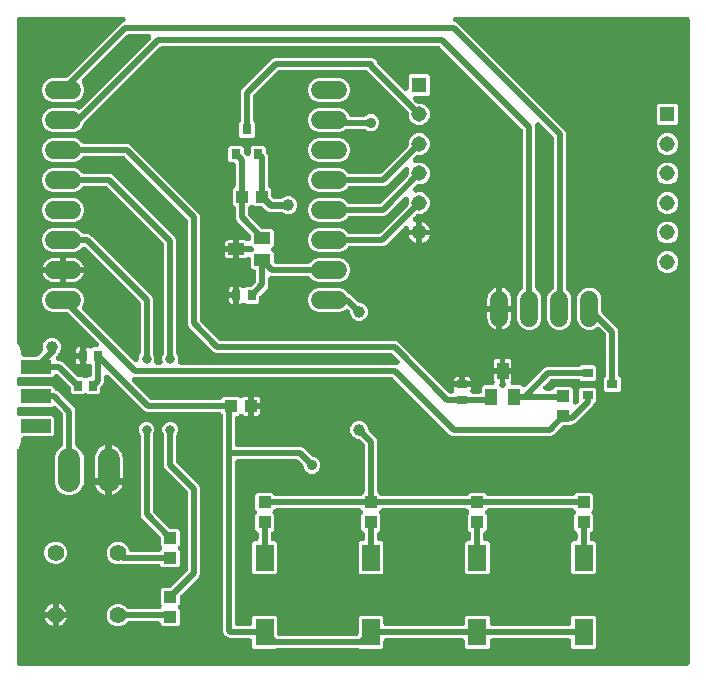
<source format=gbr>
G04 EAGLE Gerber RS-274X export*
G75*
%MOMM*%
%FSLAX34Y34*%
%LPD*%
%INTop Copper*%
%IPPOS*%
%AMOC8*
5,1,8,0,0,1.08239X$1,22.5*%
G01*
%ADD10C,1.879600*%
%ADD11C,1.524000*%
%ADD12R,1.000000X1.400000*%
%ADD13R,0.900000X0.800000*%
%ADD14R,1.400000X1.000000*%
%ADD15R,0.800000X0.900000*%
%ADD16R,0.900000X0.700000*%
%ADD17R,0.700000X0.900000*%
%ADD18R,1.000000X1.100000*%
%ADD19R,1.100000X1.000000*%
%ADD20R,2.500000X1.200000*%
%ADD21C,1.308000*%
%ADD22R,1.308000X1.308000*%
%ADD23R,1.600000X2.300000*%
%ADD24C,1.408000*%
%ADD25C,0.508000*%
%ADD26C,0.906400*%
%ADD27C,0.806400*%
%ADD28C,0.609600*%
%ADD29C,1.006400*%

G36*
X917390Y-39835D02*
X917390Y-39835D01*
X917440Y-39837D01*
X917612Y-39815D01*
X917785Y-39799D01*
X917833Y-39786D01*
X917883Y-39780D01*
X918048Y-39727D01*
X918216Y-39681D01*
X918261Y-39659D01*
X918308Y-39644D01*
X918462Y-39563D01*
X918618Y-39488D01*
X918659Y-39458D01*
X918703Y-39435D01*
X918840Y-39328D01*
X918980Y-39226D01*
X919015Y-39190D01*
X919054Y-39159D01*
X919170Y-39029D01*
X919290Y-38904D01*
X919317Y-38862D01*
X919351Y-38824D01*
X919441Y-38676D01*
X919537Y-38532D01*
X919557Y-38486D01*
X919583Y-38443D01*
X919645Y-38281D01*
X919714Y-38121D01*
X919725Y-38073D01*
X919743Y-38026D01*
X919776Y-37855D01*
X919815Y-37686D01*
X919818Y-37636D01*
X919827Y-37587D01*
X919839Y-37340D01*
X919839Y507340D01*
X919835Y507390D01*
X919837Y507440D01*
X919815Y507612D01*
X919799Y507785D01*
X919786Y507833D01*
X919780Y507883D01*
X919727Y508048D01*
X919681Y508216D01*
X919659Y508261D01*
X919644Y508308D01*
X919563Y508462D01*
X919488Y508618D01*
X919458Y508659D01*
X919435Y508703D01*
X919328Y508840D01*
X919226Y508980D01*
X919190Y509015D01*
X919159Y509054D01*
X919029Y509170D01*
X918904Y509290D01*
X918862Y509317D01*
X918824Y509351D01*
X918676Y509441D01*
X918532Y509537D01*
X918486Y509557D01*
X918443Y509583D01*
X918281Y509645D01*
X918121Y509714D01*
X918073Y509725D01*
X918026Y509743D01*
X917855Y509776D01*
X917686Y509815D01*
X917636Y509818D01*
X917587Y509827D01*
X917340Y509839D01*
X722087Y509839D01*
X721908Y509823D01*
X721728Y509813D01*
X721685Y509803D01*
X721642Y509799D01*
X721468Y509752D01*
X721293Y509710D01*
X721253Y509692D01*
X721211Y509681D01*
X721049Y509603D01*
X720884Y509531D01*
X720848Y509506D01*
X720809Y509488D01*
X720663Y509382D01*
X720513Y509282D01*
X720482Y509251D01*
X720447Y509226D01*
X720322Y509096D01*
X720193Y508970D01*
X720167Y508935D01*
X720137Y508904D01*
X720038Y508754D01*
X719933Y508607D01*
X719914Y508568D01*
X719890Y508532D01*
X719819Y508366D01*
X719742Y508203D01*
X719730Y508161D01*
X719713Y508121D01*
X719672Y507946D01*
X719625Y507772D01*
X719622Y507729D01*
X719612Y507686D01*
X719603Y507507D01*
X719588Y507327D01*
X719592Y507284D01*
X719590Y507240D01*
X719613Y507062D01*
X719630Y506882D01*
X719642Y506840D01*
X719647Y506797D01*
X719702Y506626D01*
X719751Y506452D01*
X719770Y506413D01*
X719783Y506372D01*
X719867Y506213D01*
X719946Y506050D01*
X719972Y506015D01*
X719992Y505977D01*
X720104Y505835D01*
X720210Y505690D01*
X720241Y505660D01*
X720268Y505626D01*
X720403Y505506D01*
X720534Y505382D01*
X720570Y505358D01*
X720603Y505329D01*
X720756Y505236D01*
X720907Y505137D01*
X720961Y505111D01*
X720984Y505097D01*
X721019Y505084D01*
X721131Y505031D01*
X722878Y504307D01*
X724658Y502527D01*
X724659Y502526D01*
X812526Y414659D01*
X814307Y412878D01*
X815081Y411011D01*
X815081Y280044D01*
X815085Y280001D01*
X815083Y279965D01*
X815098Y279847D01*
X815109Y279672D01*
X815117Y279636D01*
X815121Y279599D01*
X815139Y279532D01*
X815140Y279522D01*
X815151Y279489D01*
X815170Y279418D01*
X815214Y279238D01*
X815229Y279204D01*
X815239Y279168D01*
X815320Y279000D01*
X815396Y278830D01*
X815416Y278799D01*
X815432Y278766D01*
X815542Y278615D01*
X815647Y278460D01*
X815681Y278423D01*
X815694Y278404D01*
X815721Y278378D01*
X815813Y278277D01*
X818114Y275976D01*
X819661Y272241D01*
X819661Y252959D01*
X818114Y249224D01*
X815256Y246366D01*
X811521Y244819D01*
X807479Y244819D01*
X803744Y246366D01*
X800886Y249224D01*
X799339Y252959D01*
X799339Y272241D01*
X800886Y275976D01*
X803891Y278981D01*
X803952Y279029D01*
X804125Y279163D01*
X804129Y279168D01*
X804134Y279172D01*
X804279Y279335D01*
X804423Y279495D01*
X804426Y279501D01*
X804431Y279506D01*
X804543Y279691D01*
X804657Y279876D01*
X804659Y279882D01*
X804663Y279888D01*
X804740Y280089D01*
X804820Y280292D01*
X804821Y280298D01*
X804823Y280304D01*
X804864Y280519D01*
X804906Y280730D01*
X804906Y280737D01*
X804907Y280743D01*
X804919Y280990D01*
X804919Y406860D01*
X804903Y407046D01*
X804891Y407232D01*
X804883Y407268D01*
X804879Y407305D01*
X804830Y407486D01*
X804786Y407666D01*
X804771Y407700D01*
X804761Y407736D01*
X804680Y407904D01*
X804604Y408075D01*
X804584Y408105D01*
X804568Y408139D01*
X804458Y408290D01*
X804353Y408444D01*
X804319Y408481D01*
X804306Y408500D01*
X804279Y408526D01*
X804187Y408627D01*
X793311Y419504D01*
X793173Y419619D01*
X793039Y419739D01*
X793002Y419762D01*
X792968Y419790D01*
X792812Y419879D01*
X792658Y419973D01*
X792618Y419989D01*
X792580Y420011D01*
X792410Y420071D01*
X792242Y420136D01*
X792200Y420145D01*
X792158Y420159D01*
X791981Y420187D01*
X791804Y420222D01*
X791760Y420223D01*
X791717Y420230D01*
X791538Y420226D01*
X791357Y420229D01*
X791314Y420222D01*
X791271Y420221D01*
X791095Y420185D01*
X790917Y420156D01*
X790876Y420141D01*
X790833Y420132D01*
X790666Y420066D01*
X790496Y420005D01*
X790458Y419984D01*
X790418Y419968D01*
X790265Y419872D01*
X790109Y419783D01*
X790075Y419754D01*
X790039Y419732D01*
X789905Y419611D01*
X789767Y419494D01*
X789740Y419461D01*
X789707Y419432D01*
X789598Y419289D01*
X789483Y419150D01*
X789462Y419112D01*
X789435Y419078D01*
X789352Y418918D01*
X789264Y418761D01*
X789250Y418720D01*
X789230Y418681D01*
X789177Y418509D01*
X789118Y418338D01*
X789112Y418295D01*
X789099Y418254D01*
X789077Y418075D01*
X789050Y417897D01*
X789051Y417853D01*
X789046Y417810D01*
X789056Y417631D01*
X789061Y417450D01*
X789070Y417408D01*
X789072Y417364D01*
X789115Y417189D01*
X789152Y417013D01*
X789172Y416956D01*
X789178Y416930D01*
X789181Y416925D01*
X789181Y280544D01*
X789197Y280358D01*
X789209Y280172D01*
X789217Y280136D01*
X789221Y280099D01*
X789270Y279919D01*
X789314Y279738D01*
X789329Y279704D01*
X789339Y279668D01*
X789420Y279500D01*
X789496Y279330D01*
X789516Y279299D01*
X789532Y279266D01*
X789642Y279115D01*
X789747Y278960D01*
X789781Y278923D01*
X789794Y278904D01*
X789821Y278878D01*
X789913Y278777D01*
X792714Y275976D01*
X794261Y272241D01*
X794261Y252959D01*
X792714Y249224D01*
X789856Y246366D01*
X786121Y244819D01*
X782079Y244819D01*
X778344Y246366D01*
X775486Y249224D01*
X773939Y252959D01*
X773939Y272241D01*
X775486Y275976D01*
X778287Y278777D01*
X778407Y278920D01*
X778531Y279059D01*
X778550Y279091D01*
X778574Y279120D01*
X778666Y279281D01*
X778763Y279441D01*
X778776Y279476D01*
X778794Y279508D01*
X778856Y279684D01*
X778923Y279858D01*
X778930Y279894D01*
X778943Y279929D01*
X778972Y280114D01*
X779007Y280297D01*
X779010Y280347D01*
X779013Y280370D01*
X779012Y280407D01*
X779019Y280544D01*
X779019Y412760D01*
X779003Y412946D01*
X778991Y413132D01*
X778983Y413168D01*
X778979Y413205D01*
X778930Y413386D01*
X778886Y413566D01*
X778871Y413600D01*
X778861Y413636D01*
X778780Y413804D01*
X778704Y413975D01*
X778684Y414005D01*
X778668Y414039D01*
X778558Y414190D01*
X778453Y414344D01*
X778419Y414381D01*
X778406Y414400D01*
X778379Y414426D01*
X778287Y414527D01*
X708627Y484187D01*
X708484Y484307D01*
X708345Y484431D01*
X708313Y484450D01*
X708285Y484474D01*
X708123Y484566D01*
X707963Y484663D01*
X707929Y484676D01*
X707896Y484694D01*
X707720Y484756D01*
X707546Y484823D01*
X707510Y484830D01*
X707475Y484843D01*
X707291Y484872D01*
X707107Y484907D01*
X707057Y484910D01*
X707034Y484913D01*
X706997Y484912D01*
X706860Y484919D01*
X473140Y484919D01*
X472954Y484903D01*
X472768Y484891D01*
X472732Y484883D01*
X472695Y484879D01*
X472514Y484830D01*
X472334Y484786D01*
X472300Y484771D01*
X472264Y484761D01*
X472096Y484680D01*
X471925Y484604D01*
X471895Y484584D01*
X471861Y484568D01*
X471710Y484458D01*
X471556Y484353D01*
X471519Y484319D01*
X471500Y484306D01*
X471474Y484279D01*
X471373Y484187D01*
X407403Y420217D01*
X407310Y420107D01*
X407212Y420003D01*
X407168Y419936D01*
X407116Y419874D01*
X407045Y419750D01*
X406967Y419630D01*
X406914Y419519D01*
X406895Y419486D01*
X406886Y419461D01*
X406861Y419406D01*
X405634Y416444D01*
X402776Y413586D01*
X399041Y412039D01*
X379759Y412039D01*
X376024Y413586D01*
X373166Y416444D01*
X371619Y420179D01*
X371619Y424221D01*
X373166Y427956D01*
X376024Y430814D01*
X379759Y432361D01*
X399041Y432361D01*
X401836Y431203D01*
X401842Y431201D01*
X401848Y431198D01*
X402054Y431135D01*
X402262Y431070D01*
X402269Y431069D01*
X402275Y431067D01*
X402489Y431041D01*
X402705Y431014D01*
X402712Y431015D01*
X402718Y431014D01*
X402933Y431027D01*
X403152Y431039D01*
X403158Y431040D01*
X403164Y431041D01*
X403372Y431091D01*
X403586Y431142D01*
X403592Y431145D01*
X403598Y431146D01*
X403794Y431233D01*
X403995Y431321D01*
X404001Y431325D01*
X404007Y431328D01*
X404189Y431451D01*
X404366Y431571D01*
X404371Y431575D01*
X404376Y431579D01*
X404560Y431745D01*
X463468Y490653D01*
X463555Y490758D01*
X463650Y490856D01*
X463698Y490929D01*
X463754Y490996D01*
X463821Y491114D01*
X463897Y491228D01*
X463932Y491308D01*
X463975Y491384D01*
X464020Y491513D01*
X464074Y491639D01*
X464094Y491723D01*
X464123Y491805D01*
X464145Y491941D01*
X464175Y492074D01*
X464180Y492160D01*
X464194Y492246D01*
X464191Y492383D01*
X464198Y492520D01*
X464186Y492606D01*
X464185Y492693D01*
X464158Y492827D01*
X464140Y492963D01*
X464113Y493046D01*
X464096Y493131D01*
X464046Y493258D01*
X464004Y493388D01*
X463964Y493465D01*
X463931Y493546D01*
X463859Y493662D01*
X463795Y493783D01*
X463741Y493851D01*
X463695Y493925D01*
X463604Y494027D01*
X463519Y494134D01*
X463454Y494192D01*
X463396Y494256D01*
X463287Y494340D01*
X463185Y494431D01*
X463111Y494476D01*
X463042Y494529D01*
X462920Y494592D01*
X462803Y494663D01*
X462722Y494694D01*
X462645Y494734D01*
X462514Y494774D01*
X462386Y494823D01*
X462301Y494840D01*
X462218Y494865D01*
X462082Y494881D01*
X461947Y494907D01*
X461811Y494914D01*
X461774Y494918D01*
X461751Y494917D01*
X461700Y494919D01*
X444940Y494919D01*
X444754Y494903D01*
X444568Y494891D01*
X444532Y494883D01*
X444495Y494879D01*
X444314Y494830D01*
X444134Y494786D01*
X444100Y494771D01*
X444064Y494761D01*
X443896Y494680D01*
X443725Y494604D01*
X443695Y494584D01*
X443661Y494568D01*
X443510Y494458D01*
X443356Y494353D01*
X443318Y494319D01*
X443300Y494306D01*
X443274Y494279D01*
X443172Y494187D01*
X405755Y456769D01*
X405722Y456731D01*
X405685Y456697D01*
X405631Y456626D01*
X405582Y456576D01*
X405541Y456513D01*
X405468Y456426D01*
X405443Y456383D01*
X405413Y456343D01*
X405361Y456243D01*
X405335Y456204D01*
X405314Y456156D01*
X405247Y456038D01*
X405231Y455991D01*
X405208Y455946D01*
X405168Y455817D01*
X405158Y455794D01*
X405151Y455765D01*
X405099Y455617D01*
X405091Y455567D01*
X405077Y455519D01*
X405058Y455364D01*
X405057Y455359D01*
X405056Y455350D01*
X405056Y455347D01*
X405029Y455176D01*
X405030Y455125D01*
X405024Y455076D01*
X405034Y454903D01*
X405038Y454729D01*
X405047Y454680D01*
X405050Y454630D01*
X405092Y454461D01*
X405126Y454291D01*
X405144Y454245D01*
X405156Y454196D01*
X405227Y454037D01*
X405291Y453876D01*
X405317Y453833D01*
X405337Y453788D01*
X405435Y453644D01*
X405527Y453497D01*
X405560Y453460D01*
X405589Y453418D01*
X405624Y453379D01*
X407181Y449621D01*
X407181Y445579D01*
X405634Y441844D01*
X402776Y438986D01*
X399041Y437439D01*
X379759Y437439D01*
X376024Y438986D01*
X373166Y441844D01*
X371619Y445579D01*
X371619Y449621D01*
X373166Y453356D01*
X376024Y456214D01*
X379759Y457761D01*
X391340Y457761D01*
X391526Y457777D01*
X391712Y457789D01*
X391748Y457797D01*
X391785Y457801D01*
X391966Y457850D01*
X392146Y457894D01*
X392180Y457909D01*
X392216Y457919D01*
X392384Y458000D01*
X392555Y458076D01*
X392585Y458096D01*
X392619Y458112D01*
X392770Y458222D01*
X392924Y458327D01*
X392962Y458361D01*
X392980Y458374D01*
X393006Y458401D01*
X393108Y458493D01*
X437141Y502526D01*
X437141Y502527D01*
X438922Y504307D01*
X440669Y505031D01*
X440829Y505114D01*
X440991Y505192D01*
X441027Y505218D01*
X441065Y505238D01*
X441207Y505349D01*
X441353Y505454D01*
X441383Y505486D01*
X441418Y505512D01*
X441538Y505647D01*
X441663Y505776D01*
X441687Y505813D01*
X441716Y505845D01*
X441810Y505998D01*
X441910Y506148D01*
X441927Y506189D01*
X441950Y506225D01*
X442016Y506393D01*
X442087Y506559D01*
X442097Y506601D01*
X442113Y506642D01*
X442147Y506819D01*
X442188Y506994D01*
X442190Y507037D01*
X442199Y507080D01*
X442201Y507260D01*
X442210Y507440D01*
X442205Y507483D01*
X442205Y507527D01*
X442176Y507704D01*
X442153Y507883D01*
X442139Y507924D01*
X442132Y507967D01*
X442072Y508137D01*
X442017Y508308D01*
X441997Y508347D01*
X441982Y508388D01*
X441892Y508544D01*
X441808Y508703D01*
X441781Y508737D01*
X441759Y508775D01*
X441643Y508913D01*
X441532Y509054D01*
X441499Y509083D01*
X441471Y509116D01*
X441332Y509231D01*
X441197Y509351D01*
X441160Y509373D01*
X441127Y509401D01*
X440969Y509489D01*
X440816Y509583D01*
X440775Y509598D01*
X440737Y509620D01*
X440567Y509679D01*
X440399Y509743D01*
X440356Y509751D01*
X440315Y509766D01*
X440137Y509793D01*
X439960Y509827D01*
X439900Y509830D01*
X439874Y509834D01*
X439836Y509833D01*
X439713Y509839D01*
X352660Y509839D01*
X352610Y509835D01*
X352560Y509837D01*
X352388Y509815D01*
X352215Y509799D01*
X352167Y509786D01*
X352117Y509780D01*
X351952Y509727D01*
X351784Y509681D01*
X351739Y509659D01*
X351692Y509644D01*
X351538Y509563D01*
X351382Y509488D01*
X351341Y509458D01*
X351297Y509435D01*
X351160Y509328D01*
X351020Y509226D01*
X350985Y509190D01*
X350946Y509159D01*
X350830Y509029D01*
X350710Y508904D01*
X350683Y508862D01*
X350649Y508824D01*
X350559Y508676D01*
X350463Y508532D01*
X350443Y508486D01*
X350417Y508443D01*
X350355Y508281D01*
X350286Y508121D01*
X350275Y508073D01*
X350257Y508026D01*
X350224Y507855D01*
X350185Y507686D01*
X350182Y507636D01*
X350173Y507587D01*
X350161Y507340D01*
X350161Y234508D01*
X350177Y234322D01*
X350189Y234136D01*
X350197Y234100D01*
X350201Y234063D01*
X350250Y233883D01*
X350294Y233702D01*
X350309Y233668D01*
X350319Y233632D01*
X350400Y233464D01*
X350476Y233294D01*
X350496Y233263D01*
X350512Y233230D01*
X350622Y233079D01*
X350727Y232924D01*
X350761Y232887D01*
X350774Y232868D01*
X350801Y232842D01*
X350893Y232741D01*
X351629Y232005D01*
X353861Y226616D01*
X353861Y224240D01*
X353865Y224190D01*
X353863Y224140D01*
X353885Y223968D01*
X353901Y223795D01*
X353914Y223747D01*
X353920Y223697D01*
X353973Y223532D01*
X354019Y223364D01*
X354041Y223319D01*
X354056Y223272D01*
X354137Y223118D01*
X354212Y222962D01*
X354242Y222921D01*
X354265Y222877D01*
X354372Y222740D01*
X354474Y222600D01*
X354510Y222565D01*
X354541Y222526D01*
X354671Y222410D01*
X354796Y222290D01*
X354838Y222263D01*
X354876Y222229D01*
X355024Y222139D01*
X355168Y222043D01*
X355214Y222023D01*
X355257Y221997D01*
X355419Y221935D01*
X355579Y221866D01*
X355627Y221855D01*
X355674Y221837D01*
X355845Y221804D01*
X356014Y221765D01*
X356064Y221762D01*
X356113Y221753D01*
X356360Y221741D01*
X366302Y221741D01*
X366488Y221757D01*
X366674Y221769D01*
X366710Y221777D01*
X366747Y221781D01*
X366927Y221830D01*
X367108Y221874D01*
X367142Y221889D01*
X367177Y221899D01*
X367346Y221980D01*
X367516Y222056D01*
X367547Y222076D01*
X367580Y222092D01*
X367731Y222202D01*
X367886Y222307D01*
X367923Y222341D01*
X367942Y222354D01*
X367968Y222381D01*
X368069Y222473D01*
X371733Y226137D01*
X371738Y226142D01*
X371743Y226146D01*
X371881Y226314D01*
X372020Y226480D01*
X372023Y226486D01*
X372027Y226491D01*
X372134Y226681D01*
X372241Y226868D01*
X372243Y226874D01*
X372246Y226880D01*
X372316Y227084D01*
X372389Y227290D01*
X372390Y227296D01*
X372392Y227302D01*
X372425Y227515D01*
X372459Y227731D01*
X372459Y227737D01*
X372460Y227744D01*
X372455Y227963D01*
X372450Y228177D01*
X372449Y228184D01*
X372449Y228190D01*
X372427Y228296D01*
X372427Y231506D01*
X373580Y234290D01*
X375710Y236420D01*
X378494Y237573D01*
X381506Y237573D01*
X384290Y236420D01*
X386420Y234290D01*
X387573Y231506D01*
X387573Y228494D01*
X386420Y225710D01*
X385580Y224871D01*
X385488Y224761D01*
X385390Y224657D01*
X385346Y224590D01*
X385294Y224528D01*
X385223Y224403D01*
X385144Y224284D01*
X385092Y224172D01*
X385073Y224140D01*
X385064Y224114D01*
X385039Y224060D01*
X384738Y223334D01*
X383951Y222547D01*
X383863Y222442D01*
X383768Y222344D01*
X383720Y222271D01*
X383665Y222204D01*
X383597Y222085D01*
X383521Y221972D01*
X383487Y221892D01*
X383444Y221816D01*
X383398Y221687D01*
X383344Y221561D01*
X383324Y221477D01*
X383296Y221395D01*
X383274Y221260D01*
X383243Y221126D01*
X383239Y221040D01*
X383225Y220954D01*
X383228Y220817D01*
X383221Y220680D01*
X383232Y220594D01*
X383234Y220507D01*
X383261Y220373D01*
X383279Y220237D01*
X383305Y220154D01*
X383322Y220069D01*
X383373Y219942D01*
X383414Y219812D01*
X383455Y219735D01*
X383487Y219654D01*
X383559Y219538D01*
X383623Y219417D01*
X383677Y219349D01*
X383723Y219275D01*
X383815Y219173D01*
X383899Y219066D01*
X383964Y219008D01*
X384023Y218944D01*
X384131Y218860D01*
X384234Y218769D01*
X384308Y218724D01*
X384377Y218671D01*
X384498Y218608D01*
X384615Y218537D01*
X384696Y218506D01*
X384774Y218466D01*
X384904Y218426D01*
X385032Y218377D01*
X385118Y218360D01*
X385201Y218335D01*
X385336Y218319D01*
X385471Y218293D01*
X385608Y218286D01*
X385644Y218282D01*
X385668Y218283D01*
X385718Y218281D01*
X387011Y218281D01*
X388878Y217507D01*
X401213Y205173D01*
X401356Y205053D01*
X401495Y204929D01*
X401527Y204910D01*
X401555Y204886D01*
X401717Y204794D01*
X401877Y204697D01*
X401911Y204684D01*
X401944Y204666D01*
X402120Y204604D01*
X402294Y204537D01*
X402330Y204530D01*
X402365Y204517D01*
X402549Y204488D01*
X402733Y204453D01*
X402783Y204450D01*
X402806Y204447D01*
X402843Y204448D01*
X402980Y204441D01*
X406352Y204441D01*
X406533Y204260D01*
X406571Y204228D01*
X406605Y204191D01*
X406742Y204085D01*
X406876Y203974D01*
X406919Y203949D01*
X406959Y203919D01*
X407113Y203839D01*
X407264Y203753D01*
X407311Y203737D01*
X407356Y203714D01*
X407522Y203663D01*
X407685Y203605D01*
X407735Y203597D01*
X407783Y203582D01*
X407955Y203562D01*
X408126Y203534D01*
X408177Y203535D01*
X408226Y203529D01*
X408400Y203540D01*
X408573Y203543D01*
X408622Y203553D01*
X408672Y203556D01*
X408841Y203597D01*
X409011Y203632D01*
X409057Y203650D01*
X409106Y203662D01*
X409265Y203732D01*
X409426Y203796D01*
X409469Y203823D01*
X409514Y203843D01*
X409658Y203941D01*
X409805Y204033D01*
X409842Y204066D01*
X409884Y204094D01*
X410067Y204260D01*
X410248Y204441D01*
X411420Y204441D01*
X411470Y204445D01*
X411520Y204443D01*
X411692Y204465D01*
X411865Y204481D01*
X411913Y204494D01*
X411963Y204500D01*
X412128Y204553D01*
X412296Y204599D01*
X412341Y204621D01*
X412388Y204636D01*
X412542Y204717D01*
X412698Y204792D01*
X412739Y204822D01*
X412783Y204845D01*
X412920Y204952D01*
X413060Y205054D01*
X413095Y205090D01*
X413134Y205121D01*
X413250Y205251D01*
X413370Y205376D01*
X413397Y205418D01*
X413431Y205456D01*
X413521Y205604D01*
X413617Y205748D01*
X413637Y205794D01*
X413663Y205837D01*
X413725Y205999D01*
X413794Y206159D01*
X413805Y206207D01*
X413823Y206254D01*
X413856Y206425D01*
X413895Y206594D01*
X413898Y206644D01*
X413907Y206693D01*
X413919Y206940D01*
X413919Y213397D01*
X413906Y213549D01*
X413900Y213703D01*
X413886Y213772D01*
X413879Y213842D01*
X413839Y213990D01*
X413806Y214139D01*
X413780Y214204D01*
X413761Y214272D01*
X413694Y214411D01*
X413636Y214552D01*
X413598Y214611D01*
X413568Y214675D01*
X413478Y214799D01*
X413395Y214928D01*
X413347Y214980D01*
X413306Y215037D01*
X413195Y215143D01*
X413091Y215256D01*
X413034Y215298D01*
X412984Y215346D01*
X412856Y215431D01*
X412733Y215523D01*
X412670Y215555D01*
X412612Y215594D01*
X412471Y215654D01*
X412333Y215723D01*
X412266Y215743D01*
X412201Y215771D01*
X412052Y215805D01*
X411905Y215848D01*
X411835Y215856D01*
X411766Y215872D01*
X411613Y215879D01*
X411461Y215896D01*
X411390Y215890D01*
X411320Y215894D01*
X411168Y215874D01*
X411015Y215863D01*
X410913Y215841D01*
X410877Y215836D01*
X410847Y215827D01*
X410773Y215811D01*
X409834Y215559D01*
X408499Y215559D01*
X408499Y222600D01*
X408499Y229641D01*
X409834Y229641D01*
X410481Y229468D01*
X411225Y229038D01*
X411379Y228966D01*
X411530Y228888D01*
X411582Y228872D01*
X411630Y228850D01*
X411794Y228807D01*
X411957Y228757D01*
X412011Y228751D01*
X412062Y228737D01*
X412232Y228724D01*
X412401Y228704D01*
X412454Y228707D01*
X412508Y228703D01*
X412677Y228721D01*
X412847Y228731D01*
X412899Y228744D01*
X412952Y228749D01*
X413115Y228796D01*
X413281Y228837D01*
X413330Y228858D01*
X413381Y228873D01*
X413534Y228949D01*
X413689Y229018D01*
X413733Y229048D01*
X413781Y229072D01*
X413918Y229173D01*
X414058Y229269D01*
X414115Y229320D01*
X414140Y229339D01*
X414164Y229365D01*
X414242Y229435D01*
X414448Y229641D01*
X417140Y229641D01*
X417277Y229653D01*
X417413Y229656D01*
X417498Y229673D01*
X417585Y229681D01*
X417717Y229717D01*
X417851Y229744D01*
X417932Y229776D01*
X418016Y229799D01*
X418139Y229858D01*
X418266Y229909D01*
X418340Y229955D01*
X418419Y229992D01*
X418530Y230073D01*
X418646Y230145D01*
X418710Y230203D01*
X418781Y230254D01*
X418875Y230353D01*
X418977Y230445D01*
X419030Y230514D01*
X419090Y230576D01*
X419166Y230690D01*
X419249Y230799D01*
X419289Y230876D01*
X419337Y230948D01*
X419391Y231074D01*
X419454Y231196D01*
X419480Y231279D01*
X419514Y231359D01*
X419545Y231492D01*
X419585Y231623D01*
X419596Y231709D01*
X419615Y231794D01*
X419622Y231930D01*
X419638Y232066D01*
X419633Y232153D01*
X419638Y232240D01*
X419620Y232375D01*
X419612Y232512D01*
X419591Y232597D01*
X419580Y232683D01*
X419538Y232813D01*
X419506Y232946D01*
X419471Y233026D01*
X419444Y233108D01*
X419380Y233229D01*
X419325Y233354D01*
X419276Y233426D01*
X419235Y233503D01*
X419151Y233611D01*
X419074Y233724D01*
X418982Y233825D01*
X418959Y233854D01*
X418941Y233870D01*
X418908Y233907D01*
X393907Y258907D01*
X393764Y259027D01*
X393625Y259151D01*
X393593Y259170D01*
X393565Y259194D01*
X393402Y259286D01*
X393243Y259383D01*
X393209Y259396D01*
X393176Y259414D01*
X393000Y259476D01*
X392826Y259543D01*
X392790Y259550D01*
X392755Y259563D01*
X392571Y259592D01*
X392387Y259627D01*
X392337Y259630D01*
X392314Y259633D01*
X392277Y259632D01*
X392140Y259639D01*
X379759Y259639D01*
X376024Y261186D01*
X373166Y264044D01*
X371619Y267779D01*
X371619Y271821D01*
X373166Y275556D01*
X376024Y278414D01*
X379759Y279961D01*
X399041Y279961D01*
X402776Y278414D01*
X405634Y275556D01*
X407181Y271821D01*
X407181Y267779D01*
X405543Y263824D01*
X405541Y263818D01*
X405538Y263812D01*
X405475Y263607D01*
X405409Y263398D01*
X405409Y263392D01*
X405407Y263385D01*
X405381Y263168D01*
X405354Y262955D01*
X405354Y262948D01*
X405354Y262942D01*
X405366Y262727D01*
X405378Y262509D01*
X405380Y262502D01*
X405380Y262496D01*
X405431Y262288D01*
X405482Y262074D01*
X405485Y262068D01*
X405486Y262062D01*
X405574Y261863D01*
X405661Y261665D01*
X405665Y261660D01*
X405667Y261654D01*
X405790Y261473D01*
X405910Y261294D01*
X405915Y261290D01*
X405918Y261284D01*
X406084Y261101D01*
X449161Y218024D01*
X449266Y217937D01*
X449364Y217842D01*
X449437Y217794D01*
X449504Y217738D01*
X449622Y217671D01*
X449736Y217595D01*
X449816Y217560D01*
X449892Y217517D01*
X450021Y217472D01*
X450147Y217418D01*
X450231Y217398D01*
X450313Y217369D01*
X450449Y217347D01*
X450582Y217317D01*
X450668Y217312D01*
X450754Y217298D01*
X450891Y217301D01*
X451028Y217294D01*
X451114Y217306D01*
X451201Y217307D01*
X451335Y217334D01*
X451471Y217352D01*
X451554Y217379D01*
X451639Y217396D01*
X451766Y217446D01*
X451896Y217488D01*
X451973Y217528D01*
X452054Y217561D01*
X452170Y217633D01*
X452291Y217697D01*
X452360Y217751D01*
X452433Y217797D01*
X452535Y217888D01*
X452642Y217973D01*
X452700Y218038D01*
X452764Y218096D01*
X452848Y218205D01*
X452939Y218307D01*
X452984Y218381D01*
X453037Y218450D01*
X453100Y218572D01*
X453171Y218689D01*
X453202Y218770D01*
X453242Y218847D01*
X453282Y218978D01*
X453331Y219106D01*
X453348Y219191D01*
X453373Y219274D01*
X453389Y219410D01*
X453415Y219545D01*
X453422Y219681D01*
X453426Y219718D01*
X453425Y219741D01*
X453427Y219792D01*
X453427Y221307D01*
X454467Y223817D01*
X454474Y223825D01*
X454566Y223987D01*
X454663Y224147D01*
X454676Y224181D01*
X454694Y224214D01*
X454756Y224390D01*
X454823Y224564D01*
X454830Y224600D01*
X454843Y224635D01*
X454872Y224819D01*
X454907Y225003D01*
X454910Y225053D01*
X454913Y225076D01*
X454912Y225113D01*
X454919Y225250D01*
X454919Y266860D01*
X454903Y267046D01*
X454891Y267232D01*
X454883Y267268D01*
X454879Y267305D01*
X454830Y267486D01*
X454786Y267666D01*
X454771Y267700D01*
X454761Y267736D01*
X454680Y267904D01*
X454604Y268075D01*
X454584Y268105D01*
X454568Y268139D01*
X454458Y268290D01*
X454353Y268444D01*
X454319Y268482D01*
X454306Y268500D01*
X454279Y268526D01*
X454187Y268628D01*
X408569Y314245D01*
X408531Y314278D01*
X408497Y314315D01*
X408360Y314420D01*
X408226Y314532D01*
X408183Y314556D01*
X408143Y314587D01*
X407989Y314667D01*
X407838Y314753D01*
X407791Y314769D01*
X407746Y314792D01*
X407581Y314843D01*
X407417Y314901D01*
X407367Y314909D01*
X407319Y314923D01*
X407147Y314944D01*
X406976Y314971D01*
X406926Y314970D01*
X406876Y314976D01*
X406702Y314966D01*
X406529Y314962D01*
X406480Y314953D01*
X406430Y314950D01*
X406261Y314908D01*
X406091Y314874D01*
X406045Y314856D01*
X405996Y314844D01*
X405838Y314774D01*
X405676Y314709D01*
X405633Y314683D01*
X405588Y314663D01*
X405444Y314565D01*
X405297Y314473D01*
X405260Y314440D01*
X405218Y314412D01*
X405035Y314245D01*
X402776Y311986D01*
X399041Y310439D01*
X379759Y310439D01*
X376024Y311986D01*
X373166Y314844D01*
X371619Y318579D01*
X371619Y322621D01*
X373166Y326356D01*
X376024Y329214D01*
X379759Y330761D01*
X399041Y330761D01*
X402776Y329214D01*
X405577Y326413D01*
X405720Y326293D01*
X405859Y326169D01*
X405891Y326150D01*
X405920Y326126D01*
X406081Y326034D01*
X406241Y325937D01*
X406276Y325924D01*
X406308Y325906D01*
X406484Y325844D01*
X406658Y325777D01*
X406694Y325770D01*
X406729Y325757D01*
X406914Y325728D01*
X407097Y325693D01*
X407147Y325690D01*
X407170Y325687D01*
X407207Y325688D01*
X407344Y325681D01*
X410411Y325681D01*
X412278Y324907D01*
X414058Y323127D01*
X414059Y323126D01*
X462526Y274659D01*
X462527Y274659D01*
X464307Y272878D01*
X465081Y271011D01*
X465081Y225250D01*
X465097Y225064D01*
X465109Y224878D01*
X465117Y224842D01*
X465121Y224805D01*
X465170Y224624D01*
X465214Y224444D01*
X465229Y224410D01*
X465239Y224374D01*
X465320Y224206D01*
X465396Y224035D01*
X465416Y224005D01*
X465432Y223971D01*
X465519Y223852D01*
X466573Y221307D01*
X466573Y218693D01*
X466508Y218536D01*
X466480Y218448D01*
X466445Y218365D01*
X466444Y218364D01*
X466443Y218361D01*
X466414Y218235D01*
X466375Y218110D01*
X466363Y218017D01*
X466342Y217926D01*
X466335Y217796D01*
X466319Y217667D01*
X466324Y217573D01*
X466320Y217480D01*
X466337Y217351D01*
X466344Y217221D01*
X466365Y217130D01*
X466377Y217037D01*
X466417Y216913D01*
X466447Y216786D01*
X466485Y216700D01*
X466513Y216612D01*
X466574Y216497D01*
X466626Y216377D01*
X466678Y216299D01*
X466722Y216217D01*
X466803Y216114D01*
X466875Y216006D01*
X466941Y215939D01*
X466998Y215866D01*
X467096Y215779D01*
X467187Y215686D01*
X467263Y215631D01*
X467333Y215569D01*
X467444Y215502D01*
X467550Y215426D01*
X467634Y215386D01*
X467714Y215337D01*
X467836Y215290D01*
X467954Y215235D01*
X468044Y215210D01*
X468131Y215177D01*
X468259Y215152D01*
X468385Y215118D01*
X468478Y215111D01*
X468570Y215093D01*
X468817Y215081D01*
X471183Y215081D01*
X471276Y215089D01*
X471370Y215088D01*
X471498Y215109D01*
X471628Y215121D01*
X471718Y215145D01*
X471810Y215161D01*
X471933Y215205D01*
X472059Y215239D01*
X472143Y215280D01*
X472231Y215311D01*
X472344Y215376D01*
X472461Y215432D01*
X472537Y215487D01*
X472618Y215534D01*
X472718Y215618D01*
X472823Y215694D01*
X472888Y215762D01*
X472959Y215822D01*
X473042Y215922D01*
X473133Y216016D01*
X473184Y216094D01*
X473244Y216166D01*
X473308Y216280D01*
X473380Y216388D01*
X473417Y216474D01*
X473463Y216556D01*
X473505Y216679D01*
X473557Y216799D01*
X473578Y216889D01*
X473609Y216978D01*
X473629Y217107D01*
X473658Y217234D01*
X473663Y217327D01*
X473677Y217419D01*
X473674Y217550D01*
X473680Y217680D01*
X473668Y217773D01*
X473666Y217866D01*
X473639Y217994D01*
X473623Y218123D01*
X473594Y218212D01*
X473575Y218303D01*
X473492Y218537D01*
X473427Y218693D01*
X473427Y221307D01*
X474467Y223817D01*
X474474Y223825D01*
X474566Y223987D01*
X474663Y224147D01*
X474676Y224181D01*
X474694Y224214D01*
X474756Y224390D01*
X474823Y224564D01*
X474830Y224600D01*
X474843Y224635D01*
X474872Y224819D01*
X474907Y225003D01*
X474910Y225053D01*
X474913Y225076D01*
X474912Y225113D01*
X474919Y225250D01*
X474919Y316860D01*
X474903Y317046D01*
X474891Y317232D01*
X474883Y317268D01*
X474879Y317305D01*
X474830Y317486D01*
X474786Y317666D01*
X474771Y317700D01*
X474761Y317736D01*
X474680Y317904D01*
X474604Y318075D01*
X474584Y318105D01*
X474568Y318139D01*
X474458Y318290D01*
X474353Y318444D01*
X474319Y318481D01*
X474306Y318500D01*
X474279Y318526D01*
X474187Y318627D01*
X427227Y365587D01*
X427084Y365707D01*
X426945Y365831D01*
X426913Y365850D01*
X426885Y365874D01*
X426723Y365966D01*
X426563Y366063D01*
X426529Y366076D01*
X426496Y366094D01*
X426320Y366156D01*
X426146Y366223D01*
X426110Y366230D01*
X426075Y366243D01*
X425891Y366272D01*
X425707Y366307D01*
X425657Y366310D01*
X425634Y366313D01*
X425597Y366312D01*
X425460Y366319D01*
X407344Y366319D01*
X407158Y366303D01*
X406972Y366291D01*
X406936Y366283D01*
X406899Y366279D01*
X406719Y366230D01*
X406538Y366186D01*
X406504Y366171D01*
X406468Y366161D01*
X406299Y366080D01*
X406130Y366004D01*
X406099Y365984D01*
X406066Y365968D01*
X405914Y365858D01*
X405760Y365753D01*
X405723Y365720D01*
X405704Y365706D01*
X405678Y365679D01*
X405577Y365587D01*
X402776Y362786D01*
X399041Y361239D01*
X379759Y361239D01*
X376024Y362786D01*
X373166Y365644D01*
X371619Y369379D01*
X371619Y373421D01*
X373166Y377156D01*
X376024Y380014D01*
X379759Y381561D01*
X399041Y381561D01*
X402776Y380014D01*
X405577Y377213D01*
X405720Y377093D01*
X405859Y376969D01*
X405891Y376950D01*
X405919Y376926D01*
X406082Y376834D01*
X406241Y376737D01*
X406276Y376724D01*
X406308Y376706D01*
X406484Y376644D01*
X406658Y376577D01*
X406694Y376570D01*
X406729Y376557D01*
X406913Y376528D01*
X407097Y376493D01*
X407147Y376490D01*
X407170Y376487D01*
X407207Y376488D01*
X407344Y376481D01*
X429611Y376481D01*
X431478Y375707D01*
X484307Y322878D01*
X485081Y321011D01*
X485081Y225250D01*
X485097Y225064D01*
X485109Y224878D01*
X485117Y224842D01*
X485121Y224805D01*
X485170Y224624D01*
X485214Y224444D01*
X485229Y224410D01*
X485239Y224374D01*
X485320Y224206D01*
X485396Y224035D01*
X485416Y224005D01*
X485432Y223971D01*
X485519Y223852D01*
X486573Y221307D01*
X486573Y218693D01*
X486508Y218537D01*
X486480Y218448D01*
X486445Y218365D01*
X486444Y218364D01*
X486443Y218361D01*
X486414Y218235D01*
X486375Y218110D01*
X486363Y218017D01*
X486342Y217926D01*
X486335Y217797D01*
X486319Y217667D01*
X486324Y217573D01*
X486320Y217480D01*
X486337Y217351D01*
X486344Y217221D01*
X486365Y217130D01*
X486377Y217037D01*
X486417Y216913D01*
X486447Y216786D01*
X486485Y216701D01*
X486513Y216612D01*
X486574Y216496D01*
X486626Y216377D01*
X486678Y216300D01*
X486722Y216217D01*
X486803Y216114D01*
X486875Y216006D01*
X486940Y215939D01*
X486998Y215866D01*
X487096Y215779D01*
X487187Y215686D01*
X487263Y215631D01*
X487333Y215569D01*
X487444Y215502D01*
X487550Y215426D01*
X487634Y215386D01*
X487714Y215337D01*
X487836Y215290D01*
X487953Y215235D01*
X488044Y215210D01*
X488131Y215177D01*
X488259Y215152D01*
X488385Y215118D01*
X488478Y215111D01*
X488570Y215093D01*
X488817Y215081D01*
X671053Y215081D01*
X671222Y215021D01*
X671265Y215014D01*
X671306Y215001D01*
X671485Y214979D01*
X671663Y214951D01*
X671706Y214951D01*
X671750Y214946D01*
X671930Y214956D01*
X672109Y214960D01*
X672152Y214968D01*
X672196Y214971D01*
X672371Y215012D01*
X672547Y215048D01*
X672588Y215064D01*
X672630Y215074D01*
X672795Y215146D01*
X672963Y215213D01*
X673000Y215236D01*
X673039Y215253D01*
X673188Y215353D01*
X673342Y215449D01*
X673374Y215478D01*
X673410Y215502D01*
X673539Y215627D01*
X673673Y215749D01*
X673699Y215783D01*
X673731Y215813D01*
X673835Y215959D01*
X673945Y216103D01*
X673965Y216141D01*
X673991Y216177D01*
X674068Y216339D01*
X674150Y216499D01*
X674163Y216541D01*
X674182Y216580D01*
X674229Y216754D01*
X674282Y216926D01*
X674287Y216970D01*
X674298Y217012D01*
X674313Y217191D01*
X674335Y217370D01*
X674332Y217413D01*
X674336Y217457D01*
X674319Y217636D01*
X674308Y217816D01*
X674298Y217858D01*
X674293Y217901D01*
X674245Y218075D01*
X674202Y218250D01*
X674185Y218290D01*
X674173Y218332D01*
X674094Y218494D01*
X674021Y218658D01*
X673996Y218694D01*
X673977Y218733D01*
X673871Y218879D01*
X673770Y219028D01*
X673730Y219072D01*
X673714Y219094D01*
X673686Y219120D01*
X673604Y219211D01*
X668627Y224187D01*
X668485Y224307D01*
X668345Y224431D01*
X668313Y224450D01*
X668285Y224474D01*
X668122Y224566D01*
X667963Y224663D01*
X667929Y224676D01*
X667896Y224694D01*
X667720Y224756D01*
X667546Y224823D01*
X667510Y224830D01*
X667475Y224843D01*
X667291Y224872D01*
X667107Y224907D01*
X667057Y224910D01*
X667034Y224913D01*
X666997Y224912D01*
X666860Y224919D01*
X518989Y224919D01*
X517122Y225693D01*
X495693Y247122D01*
X494919Y248989D01*
X494919Y336860D01*
X494903Y337046D01*
X494891Y337232D01*
X494883Y337268D01*
X494879Y337305D01*
X494830Y337486D01*
X494786Y337666D01*
X494771Y337700D01*
X494761Y337736D01*
X494680Y337904D01*
X494604Y338075D01*
X494584Y338105D01*
X494568Y338139D01*
X494458Y338290D01*
X494353Y338444D01*
X494319Y338481D01*
X494306Y338500D01*
X494279Y338526D01*
X494187Y338627D01*
X441827Y390987D01*
X441684Y391107D01*
X441545Y391231D01*
X441513Y391250D01*
X441485Y391274D01*
X441323Y391366D01*
X441163Y391463D01*
X441129Y391476D01*
X441096Y391494D01*
X440920Y391556D01*
X440746Y391623D01*
X440710Y391630D01*
X440675Y391643D01*
X440491Y391672D01*
X440307Y391707D01*
X440257Y391710D01*
X440234Y391713D01*
X440197Y391712D01*
X440060Y391719D01*
X407344Y391719D01*
X407158Y391703D01*
X406972Y391691D01*
X406936Y391683D01*
X406899Y391679D01*
X406719Y391630D01*
X406538Y391586D01*
X406504Y391571D01*
X406468Y391561D01*
X406300Y391480D01*
X406130Y391404D01*
X406099Y391384D01*
X406066Y391368D01*
X405915Y391258D01*
X405760Y391153D01*
X405723Y391119D01*
X405704Y391106D01*
X405678Y391079D01*
X405577Y390987D01*
X402776Y388186D01*
X399041Y386639D01*
X379759Y386639D01*
X376024Y388186D01*
X373166Y391044D01*
X371619Y394779D01*
X371619Y398821D01*
X373166Y402556D01*
X376024Y405414D01*
X379759Y406961D01*
X399041Y406961D01*
X402776Y405414D01*
X405577Y402613D01*
X405720Y402493D01*
X405859Y402369D01*
X405891Y402350D01*
X405920Y402326D01*
X406081Y402234D01*
X406241Y402137D01*
X406276Y402124D01*
X406308Y402106D01*
X406484Y402044D01*
X406658Y401977D01*
X406694Y401970D01*
X406729Y401957D01*
X406914Y401928D01*
X407097Y401893D01*
X407147Y401890D01*
X407170Y401887D01*
X407207Y401888D01*
X407344Y401881D01*
X444211Y401881D01*
X446078Y401107D01*
X504307Y342878D01*
X505081Y341011D01*
X505081Y253140D01*
X505097Y252954D01*
X505109Y252768D01*
X505117Y252732D01*
X505121Y252695D01*
X505170Y252514D01*
X505214Y252334D01*
X505229Y252300D01*
X505239Y252264D01*
X505320Y252096D01*
X505396Y251925D01*
X505416Y251895D01*
X505432Y251861D01*
X505542Y251710D01*
X505647Y251556D01*
X505681Y251519D01*
X505694Y251500D01*
X505721Y251474D01*
X505813Y251373D01*
X521373Y235813D01*
X521516Y235693D01*
X521655Y235569D01*
X521687Y235550D01*
X521715Y235526D01*
X521877Y235434D01*
X522037Y235337D01*
X522071Y235324D01*
X522104Y235306D01*
X522280Y235244D01*
X522454Y235177D01*
X522490Y235170D01*
X522525Y235157D01*
X522709Y235128D01*
X522893Y235093D01*
X522943Y235090D01*
X522966Y235087D01*
X523003Y235088D01*
X523140Y235081D01*
X671011Y235081D01*
X672878Y234307D01*
X715873Y191313D01*
X716016Y191193D01*
X716155Y191069D01*
X716187Y191050D01*
X716215Y191026D01*
X716377Y190934D01*
X716537Y190837D01*
X716571Y190824D01*
X716604Y190806D01*
X716780Y190744D01*
X716954Y190677D01*
X716990Y190670D01*
X717025Y190657D01*
X717209Y190628D01*
X717393Y190593D01*
X717443Y190590D01*
X717466Y190587D01*
X717503Y190588D01*
X717640Y190581D01*
X718197Y190581D01*
X718349Y190594D01*
X718503Y190600D01*
X718572Y190614D01*
X718642Y190621D01*
X718790Y190661D01*
X718939Y190694D01*
X719004Y190720D01*
X719072Y190739D01*
X719211Y190806D01*
X719352Y190864D01*
X719411Y190902D01*
X719475Y190932D01*
X719599Y191022D01*
X719728Y191105D01*
X719780Y191153D01*
X719837Y191194D01*
X719943Y191305D01*
X720056Y191409D01*
X720098Y191466D01*
X720146Y191516D01*
X720231Y191644D01*
X720323Y191767D01*
X720355Y191830D01*
X720394Y191888D01*
X720454Y192029D01*
X720523Y192167D01*
X720543Y192234D01*
X720571Y192299D01*
X720605Y192448D01*
X720648Y192595D01*
X720656Y192665D01*
X720672Y192734D01*
X720679Y192887D01*
X720696Y193039D01*
X720690Y193110D01*
X720694Y193180D01*
X720674Y193332D01*
X720663Y193485D01*
X720641Y193587D01*
X720636Y193623D01*
X720627Y193653D01*
X720611Y193727D01*
X720359Y194666D01*
X720359Y196001D01*
X727400Y196001D01*
X734441Y196001D01*
X734441Y194666D01*
X734189Y193727D01*
X734163Y193575D01*
X734128Y193426D01*
X734125Y193356D01*
X734113Y193287D01*
X734114Y193133D01*
X734106Y192980D01*
X734115Y192911D01*
X734116Y192840D01*
X734144Y192689D01*
X734164Y192537D01*
X734185Y192470D01*
X734198Y192401D01*
X734253Y192258D01*
X734299Y192112D01*
X734332Y192050D01*
X734357Y191984D01*
X734437Y191852D01*
X734508Y191717D01*
X734552Y191662D01*
X734588Y191601D01*
X734690Y191486D01*
X734785Y191366D01*
X734837Y191319D01*
X734884Y191266D01*
X735004Y191171D01*
X735119Y191069D01*
X735179Y191033D01*
X735234Y190989D01*
X735369Y190917D01*
X735500Y190837D01*
X735566Y190812D01*
X735628Y190779D01*
X735774Y190732D01*
X735917Y190677D01*
X735986Y190664D01*
X736053Y190642D01*
X736205Y190622D01*
X736356Y190593D01*
X736460Y190588D01*
X736496Y190583D01*
X736527Y190584D01*
X736603Y190581D01*
X741860Y190581D01*
X741910Y190585D01*
X741960Y190583D01*
X742132Y190605D01*
X742305Y190621D01*
X742353Y190634D01*
X742403Y190640D01*
X742568Y190693D01*
X742736Y190739D01*
X742781Y190761D01*
X742828Y190776D01*
X742982Y190857D01*
X743138Y190932D01*
X743179Y190962D01*
X743223Y190985D01*
X743360Y191092D01*
X743500Y191194D01*
X743535Y191230D01*
X743574Y191261D01*
X743690Y191391D01*
X743810Y191516D01*
X743837Y191558D01*
X743871Y191596D01*
X743961Y191744D01*
X744057Y191888D01*
X744077Y191934D01*
X744103Y191977D01*
X744165Y192139D01*
X744234Y192299D01*
X744245Y192347D01*
X744263Y192394D01*
X744296Y192565D01*
X744335Y192734D01*
X744338Y192784D01*
X744347Y192833D01*
X744359Y193080D01*
X744359Y196152D01*
X745848Y197641D01*
X752289Y197641D01*
X752323Y197644D01*
X752356Y197642D01*
X752545Y197664D01*
X752734Y197681D01*
X752767Y197690D01*
X752800Y197693D01*
X752981Y197749D01*
X753165Y197799D01*
X753195Y197814D01*
X753227Y197823D01*
X753396Y197910D01*
X753568Y197992D01*
X753595Y198012D01*
X753624Y198027D01*
X753775Y198143D01*
X753930Y198254D01*
X753953Y198278D01*
X753979Y198299D01*
X754107Y198439D01*
X754239Y198576D01*
X754258Y198604D01*
X754280Y198629D01*
X754381Y198790D01*
X754486Y198948D01*
X754500Y198979D01*
X754517Y199007D01*
X754588Y199184D01*
X754663Y199359D01*
X754671Y199391D01*
X754683Y199422D01*
X754722Y199609D01*
X754764Y199794D01*
X754766Y199827D01*
X754773Y199860D01*
X754777Y200051D01*
X754787Y200240D01*
X754782Y200273D01*
X754783Y200306D01*
X754753Y200494D01*
X754729Y200683D01*
X754719Y200715D01*
X754714Y200748D01*
X754651Y200927D01*
X754593Y201108D01*
X754578Y201138D01*
X754567Y201169D01*
X754454Y201390D01*
X754032Y202119D01*
X753859Y202766D01*
X753859Y207601D01*
X758901Y207601D01*
X758901Y199297D01*
X758871Y199252D01*
X758816Y199126D01*
X758754Y199004D01*
X758728Y198921D01*
X758694Y198841D01*
X758663Y198708D01*
X758622Y198577D01*
X758612Y198491D01*
X758592Y198406D01*
X758586Y198270D01*
X758569Y198134D01*
X758575Y198047D01*
X758570Y197960D01*
X758588Y197824D01*
X758596Y197688D01*
X758617Y197603D01*
X758628Y197517D01*
X758670Y197387D01*
X758702Y197254D01*
X758737Y197174D01*
X758764Y197092D01*
X758828Y196971D01*
X758883Y196846D01*
X758932Y196774D01*
X758973Y196697D01*
X759057Y196589D01*
X759134Y196476D01*
X759226Y196375D01*
X759249Y196346D01*
X759267Y196330D01*
X759300Y196293D01*
X759633Y195960D01*
X759671Y195928D01*
X759705Y195891D01*
X759842Y195785D01*
X759976Y195674D01*
X760019Y195649D01*
X760059Y195619D01*
X760213Y195539D01*
X760364Y195453D01*
X760411Y195437D01*
X760456Y195414D01*
X760621Y195363D01*
X760785Y195305D01*
X760835Y195297D01*
X760883Y195283D01*
X761055Y195262D01*
X761227Y195234D01*
X761277Y195235D01*
X761326Y195229D01*
X761499Y195240D01*
X761673Y195243D01*
X761722Y195253D01*
X761772Y195256D01*
X761941Y195297D01*
X762111Y195332D01*
X762158Y195350D01*
X762206Y195362D01*
X762365Y195432D01*
X762526Y195496D01*
X762569Y195523D01*
X762614Y195543D01*
X762758Y195641D01*
X762905Y195733D01*
X762942Y195766D01*
X762984Y195794D01*
X763167Y195960D01*
X763500Y196293D01*
X763587Y196398D01*
X763682Y196496D01*
X763730Y196569D01*
X763786Y196636D01*
X763854Y196754D01*
X763929Y196868D01*
X763964Y196948D01*
X764007Y197024D01*
X764052Y197153D01*
X764106Y197279D01*
X764126Y197363D01*
X764155Y197445D01*
X764177Y197581D01*
X764208Y197714D01*
X764212Y197800D01*
X764226Y197886D01*
X764223Y198023D01*
X764230Y198160D01*
X764218Y198246D01*
X764217Y198333D01*
X764190Y198467D01*
X764172Y198603D01*
X764146Y198686D01*
X764128Y198771D01*
X764078Y198898D01*
X764036Y199028D01*
X763996Y199105D01*
X763964Y199186D01*
X763899Y199289D01*
X763899Y207601D01*
X768941Y207601D01*
X768941Y202766D01*
X768768Y202119D01*
X768346Y201390D01*
X768332Y201359D01*
X768314Y201332D01*
X768238Y201157D01*
X768158Y200984D01*
X768150Y200952D01*
X768137Y200921D01*
X768094Y200737D01*
X768046Y200552D01*
X768043Y200519D01*
X768036Y200486D01*
X768026Y200297D01*
X768012Y200107D01*
X768015Y200073D01*
X768013Y200040D01*
X768038Y199852D01*
X768057Y199662D01*
X768067Y199630D01*
X768071Y199597D01*
X768129Y199416D01*
X768182Y199233D01*
X768197Y199203D01*
X768207Y199172D01*
X768296Y199004D01*
X768380Y198833D01*
X768400Y198806D01*
X768416Y198777D01*
X768533Y198628D01*
X768647Y198475D01*
X768671Y198452D01*
X768692Y198426D01*
X768834Y198300D01*
X768973Y198170D01*
X769001Y198152D01*
X769026Y198129D01*
X769189Y198030D01*
X769348Y197927D01*
X769379Y197915D01*
X769408Y197897D01*
X769586Y197829D01*
X769761Y197756D01*
X769793Y197749D01*
X769825Y197737D01*
X770012Y197701D01*
X770197Y197660D01*
X770231Y197659D01*
X770263Y197653D01*
X770511Y197641D01*
X776952Y197641D01*
X777887Y196706D01*
X777925Y196674D01*
X777959Y196637D01*
X778096Y196531D01*
X778229Y196420D01*
X778273Y196395D01*
X778313Y196365D01*
X778467Y196285D01*
X778618Y196199D01*
X778665Y196183D01*
X778710Y196160D01*
X778875Y196109D01*
X779039Y196051D01*
X779089Y196043D01*
X779137Y196029D01*
X779309Y196008D01*
X779480Y195980D01*
X779530Y195981D01*
X779580Y195976D01*
X779753Y195986D01*
X779927Y195989D01*
X779976Y195999D01*
X780026Y196002D01*
X780195Y196043D01*
X780365Y196078D01*
X780411Y196096D01*
X780460Y196108D01*
X780619Y196178D01*
X780780Y196242D01*
X780822Y196269D01*
X780868Y196289D01*
X781012Y196387D01*
X781159Y196479D01*
X781196Y196512D01*
X781238Y196540D01*
X781421Y196706D01*
X797122Y212407D01*
X798989Y213181D01*
X825352Y213181D01*
X825538Y213197D01*
X825724Y213209D01*
X825760Y213217D01*
X825797Y213221D01*
X825978Y213270D01*
X826158Y213314D01*
X826192Y213329D01*
X826228Y213339D01*
X826396Y213420D01*
X826567Y213496D01*
X826597Y213516D01*
X826631Y213532D01*
X826782Y213642D01*
X826936Y213747D01*
X826974Y213781D01*
X826993Y213794D01*
X827018Y213821D01*
X827120Y213913D01*
X827848Y214641D01*
X838952Y214641D01*
X840441Y213152D01*
X840441Y203048D01*
X838952Y201559D01*
X827848Y201559D01*
X827120Y202287D01*
X826976Y202407D01*
X826837Y202531D01*
X826805Y202550D01*
X826777Y202574D01*
X826615Y202666D01*
X826455Y202763D01*
X826421Y202776D01*
X826388Y202794D01*
X826212Y202856D01*
X826038Y202923D01*
X826002Y202930D01*
X825967Y202943D01*
X825783Y202972D01*
X825600Y203007D01*
X825549Y203010D01*
X825526Y203013D01*
X825489Y203012D01*
X825352Y203019D01*
X803140Y203019D01*
X802954Y203003D01*
X802768Y202991D01*
X802732Y202983D01*
X802695Y202979D01*
X802515Y202930D01*
X802334Y202886D01*
X802300Y202871D01*
X802264Y202861D01*
X802096Y202780D01*
X801925Y202704D01*
X801895Y202684D01*
X801861Y202668D01*
X801710Y202558D01*
X801556Y202453D01*
X801519Y202419D01*
X801500Y202406D01*
X801474Y202379D01*
X801373Y202287D01*
X796532Y197447D01*
X796445Y197342D01*
X796350Y197244D01*
X796302Y197171D01*
X796246Y197104D01*
X796179Y196986D01*
X796103Y196872D01*
X796068Y196792D01*
X796025Y196716D01*
X795980Y196587D01*
X795926Y196461D01*
X795906Y196377D01*
X795877Y196295D01*
X795855Y196159D01*
X795825Y196026D01*
X795820Y195940D01*
X795806Y195854D01*
X795809Y195717D01*
X795802Y195580D01*
X795814Y195494D01*
X795815Y195407D01*
X795842Y195273D01*
X795860Y195137D01*
X795887Y195054D01*
X795904Y194969D01*
X795954Y194842D01*
X795996Y194712D01*
X796036Y194635D01*
X796069Y194554D01*
X796141Y194438D01*
X796205Y194317D01*
X796259Y194249D01*
X796305Y194175D01*
X796396Y194073D01*
X796481Y193966D01*
X796546Y193908D01*
X796604Y193844D01*
X796713Y193760D01*
X796815Y193669D01*
X796890Y193624D01*
X796958Y193571D01*
X797080Y193508D01*
X797197Y193437D01*
X797278Y193406D01*
X797355Y193366D01*
X797486Y193326D01*
X797614Y193277D01*
X797699Y193260D01*
X797782Y193235D01*
X797918Y193219D01*
X798053Y193193D01*
X798189Y193186D01*
X798226Y193182D01*
X798249Y193183D01*
X798300Y193181D01*
X802252Y193181D01*
X802438Y193197D01*
X802624Y193209D01*
X802660Y193217D01*
X802697Y193221D01*
X802878Y193270D01*
X803058Y193314D01*
X803092Y193329D01*
X803128Y193339D01*
X803296Y193420D01*
X803467Y193496D01*
X803497Y193516D01*
X803531Y193532D01*
X803682Y193642D01*
X803836Y193747D01*
X803874Y193781D01*
X803893Y193794D01*
X803918Y193821D01*
X804020Y193913D01*
X806048Y195941D01*
X819152Y195941D01*
X820641Y194452D01*
X820641Y183860D01*
X820653Y183723D01*
X820656Y183587D01*
X820673Y183501D01*
X820681Y183415D01*
X820717Y183283D01*
X820744Y183149D01*
X820776Y183068D01*
X820799Y182984D01*
X820858Y182861D01*
X820909Y182734D01*
X820955Y182660D01*
X820992Y182581D01*
X821073Y182470D01*
X821145Y182354D01*
X821203Y182290D01*
X821254Y182219D01*
X821353Y182125D01*
X821445Y182023D01*
X821514Y181970D01*
X821576Y181910D01*
X821690Y181834D01*
X821799Y181751D01*
X821876Y181711D01*
X821948Y181663D01*
X822074Y181609D01*
X822196Y181546D01*
X822279Y181520D01*
X822359Y181486D01*
X822492Y181455D01*
X822623Y181415D01*
X822709Y181404D01*
X822794Y181385D01*
X822930Y181378D01*
X823066Y181362D01*
X823153Y181367D01*
X823240Y181362D01*
X823375Y181380D01*
X823512Y181388D01*
X823597Y181409D01*
X823683Y181420D01*
X823813Y181462D01*
X823946Y181494D01*
X824026Y181529D01*
X824108Y181556D01*
X824229Y181620D01*
X824354Y181675D01*
X824426Y181724D01*
X824503Y181765D01*
X824611Y181849D01*
X824724Y181926D01*
X824825Y182018D01*
X824854Y182041D01*
X824870Y182059D01*
X824907Y182093D01*
X825627Y182813D01*
X825747Y182956D01*
X825871Y183095D01*
X825890Y183127D01*
X825914Y183155D01*
X826006Y183318D01*
X826103Y183477D01*
X826116Y183511D01*
X826134Y183544D01*
X826196Y183720D01*
X826263Y183894D01*
X826270Y183930D01*
X826283Y183965D01*
X826312Y184149D01*
X826347Y184333D01*
X826350Y184383D01*
X826353Y184406D01*
X826352Y184443D01*
X826359Y184580D01*
X826359Y194152D01*
X827848Y195641D01*
X838952Y195641D01*
X840441Y194152D01*
X840441Y184048D01*
X838619Y182226D01*
X838527Y182116D01*
X838428Y182012D01*
X838384Y181945D01*
X838333Y181883D01*
X838262Y181758D01*
X838183Y181639D01*
X838130Y181527D01*
X838112Y181495D01*
X838103Y181469D01*
X838077Y181415D01*
X837707Y180522D01*
X822878Y165693D01*
X820955Y164896D01*
X820876Y164891D01*
X820840Y164883D01*
X820803Y164879D01*
X820623Y164830D01*
X820442Y164786D01*
X820408Y164771D01*
X820372Y164761D01*
X820204Y164680D01*
X820033Y164604D01*
X820003Y164584D01*
X819969Y164568D01*
X819818Y164458D01*
X819664Y164353D01*
X819626Y164319D01*
X819607Y164306D01*
X819582Y164279D01*
X819480Y164187D01*
X819152Y163859D01*
X813280Y163859D01*
X813094Y163843D01*
X812908Y163831D01*
X812872Y163823D01*
X812835Y163819D01*
X812654Y163770D01*
X812474Y163726D01*
X812440Y163711D01*
X812404Y163701D01*
X812236Y163620D01*
X812065Y163544D01*
X812035Y163524D01*
X812001Y163508D01*
X811850Y163398D01*
X811696Y163293D01*
X811659Y163259D01*
X811640Y163246D01*
X811614Y163219D01*
X811513Y163127D01*
X804078Y155693D01*
X802211Y154919D01*
X718989Y154919D01*
X717122Y155693D01*
X668627Y204187D01*
X668484Y204307D01*
X668345Y204431D01*
X668313Y204450D01*
X668285Y204474D01*
X668123Y204566D01*
X667963Y204663D01*
X667929Y204676D01*
X667896Y204694D01*
X667720Y204756D01*
X667546Y204823D01*
X667510Y204830D01*
X667475Y204843D01*
X667291Y204872D01*
X667107Y204907D01*
X667057Y204910D01*
X667034Y204913D01*
X666997Y204912D01*
X666860Y204919D01*
X449900Y204919D01*
X449763Y204907D01*
X449627Y204904D01*
X449542Y204887D01*
X449455Y204879D01*
X449323Y204843D01*
X449189Y204816D01*
X449108Y204784D01*
X449024Y204761D01*
X448901Y204702D01*
X448774Y204651D01*
X448700Y204605D01*
X448621Y204568D01*
X448510Y204487D01*
X448394Y204415D01*
X448330Y204357D01*
X448259Y204306D01*
X448165Y204207D01*
X448063Y204115D01*
X448010Y204046D01*
X447950Y203984D01*
X447874Y203870D01*
X447791Y203761D01*
X447751Y203684D01*
X447703Y203612D01*
X447649Y203486D01*
X447586Y203364D01*
X447560Y203281D01*
X447526Y203201D01*
X447495Y203068D01*
X447455Y202937D01*
X447444Y202851D01*
X447425Y202766D01*
X447418Y202630D01*
X447402Y202494D01*
X447407Y202407D01*
X447402Y202320D01*
X447420Y202185D01*
X447428Y202048D01*
X447449Y201963D01*
X447460Y201877D01*
X447502Y201747D01*
X447534Y201614D01*
X447569Y201534D01*
X447596Y201452D01*
X447660Y201331D01*
X447715Y201206D01*
X447764Y201134D01*
X447805Y201057D01*
X447889Y200949D01*
X447966Y200836D01*
X448058Y200735D01*
X448081Y200706D01*
X448099Y200690D01*
X448132Y200653D01*
X462973Y185813D01*
X463116Y185693D01*
X463255Y185569D01*
X463287Y185550D01*
X463315Y185526D01*
X463478Y185434D01*
X463637Y185337D01*
X463671Y185324D01*
X463704Y185306D01*
X463880Y185244D01*
X464054Y185177D01*
X464090Y185170D01*
X464125Y185157D01*
X464309Y185128D01*
X464493Y185093D01*
X464543Y185090D01*
X464566Y185087D01*
X464603Y185088D01*
X464740Y185081D01*
X521460Y185081D01*
X521510Y185085D01*
X521560Y185083D01*
X521732Y185105D01*
X521905Y185121D01*
X521953Y185134D01*
X522003Y185140D01*
X522168Y185193D01*
X522336Y185239D01*
X522381Y185261D01*
X522428Y185276D01*
X522582Y185357D01*
X522738Y185432D01*
X522779Y185462D01*
X522823Y185485D01*
X522960Y185592D01*
X523100Y185694D01*
X523135Y185730D01*
X523174Y185761D01*
X523224Y185818D01*
X523227Y185820D01*
X525448Y188041D01*
X537552Y188041D01*
X538233Y187360D01*
X538271Y187328D01*
X538305Y187291D01*
X538442Y187185D01*
X538576Y187074D01*
X538619Y187049D01*
X538659Y187019D01*
X538813Y186939D01*
X538964Y186853D01*
X539011Y186837D01*
X539056Y186814D01*
X539221Y186763D01*
X539385Y186705D01*
X539435Y186697D01*
X539483Y186683D01*
X539655Y186662D01*
X539826Y186634D01*
X539876Y186635D01*
X539926Y186629D01*
X540100Y186640D01*
X540273Y186643D01*
X540322Y186653D01*
X540372Y186656D01*
X540541Y186697D01*
X540711Y186732D01*
X540757Y186750D01*
X540806Y186762D01*
X540965Y186832D01*
X541126Y186896D01*
X541168Y186923D01*
X541214Y186943D01*
X541358Y187041D01*
X541505Y187133D01*
X541542Y187166D01*
X541584Y187194D01*
X541767Y187360D01*
X541940Y187533D01*
X542519Y187868D01*
X543166Y188041D01*
X546001Y188041D01*
X546001Y180000D01*
X546001Y171959D01*
X543166Y171959D01*
X542519Y172132D01*
X541940Y172467D01*
X541767Y172640D01*
X541729Y172672D01*
X541695Y172709D01*
X541558Y172815D01*
X541424Y172926D01*
X541381Y172951D01*
X541341Y172981D01*
X541187Y173061D01*
X541036Y173147D01*
X540989Y173163D01*
X540944Y173186D01*
X540778Y173237D01*
X540615Y173295D01*
X540565Y173303D01*
X540517Y173318D01*
X540345Y173338D01*
X540174Y173366D01*
X540124Y173365D01*
X540074Y173371D01*
X539900Y173360D01*
X539727Y173357D01*
X539678Y173347D01*
X539628Y173344D01*
X539459Y173303D01*
X539289Y173268D01*
X539243Y173250D01*
X539194Y173238D01*
X539035Y173168D01*
X538874Y173104D01*
X538831Y173077D01*
X538786Y173057D01*
X538642Y172959D01*
X538495Y172867D01*
X538458Y172834D01*
X538416Y172806D01*
X538233Y172640D01*
X537550Y171957D01*
X537530Y171955D01*
X537480Y171957D01*
X537308Y171935D01*
X537135Y171919D01*
X537087Y171906D01*
X537037Y171900D01*
X536872Y171847D01*
X536704Y171801D01*
X536659Y171779D01*
X536612Y171764D01*
X536458Y171683D01*
X536302Y171608D01*
X536261Y171578D01*
X536217Y171555D01*
X536080Y171448D01*
X535940Y171346D01*
X535905Y171310D01*
X535866Y171279D01*
X535750Y171149D01*
X535630Y171024D01*
X535603Y170982D01*
X535569Y170944D01*
X535479Y170796D01*
X535383Y170652D01*
X535363Y170606D01*
X535337Y170563D01*
X535275Y170401D01*
X535206Y170241D01*
X535195Y170193D01*
X535177Y170146D01*
X535144Y169975D01*
X535105Y169806D01*
X535102Y169756D01*
X535093Y169707D01*
X535081Y169460D01*
X535081Y147580D01*
X535084Y147539D01*
X535083Y147505D01*
X535084Y147498D01*
X535083Y147480D01*
X535105Y147308D01*
X535121Y147135D01*
X535134Y147087D01*
X535140Y147037D01*
X535193Y146872D01*
X535239Y146704D01*
X535261Y146659D01*
X535276Y146612D01*
X535357Y146458D01*
X535432Y146302D01*
X535462Y146261D01*
X535485Y146217D01*
X535592Y146080D01*
X535694Y145940D01*
X535730Y145905D01*
X535761Y145866D01*
X535891Y145750D01*
X536016Y145630D01*
X536058Y145603D01*
X536096Y145569D01*
X536244Y145479D01*
X536388Y145383D01*
X536434Y145363D01*
X536477Y145337D01*
X536639Y145275D01*
X536799Y145206D01*
X536847Y145195D01*
X536894Y145177D01*
X537065Y145144D01*
X537234Y145105D01*
X537284Y145102D01*
X537333Y145093D01*
X537580Y145081D01*
X591011Y145081D01*
X592878Y144307D01*
X599381Y137805D01*
X599524Y137685D01*
X599663Y137561D01*
X599695Y137542D01*
X599723Y137518D01*
X599885Y137426D01*
X600045Y137329D01*
X600079Y137316D01*
X600112Y137298D01*
X600288Y137236D01*
X600462Y137169D01*
X600498Y137162D01*
X600533Y137149D01*
X600717Y137120D01*
X600901Y137085D01*
X600951Y137082D01*
X600974Y137079D01*
X601011Y137080D01*
X601148Y137073D01*
X601407Y137073D01*
X604006Y135996D01*
X605996Y134006D01*
X607073Y131407D01*
X607073Y128593D01*
X605996Y125994D01*
X604006Y124004D01*
X601407Y122927D01*
X598593Y122927D01*
X595994Y124004D01*
X594004Y125994D01*
X592927Y128593D01*
X592927Y128852D01*
X592911Y129038D01*
X592899Y129224D01*
X592891Y129260D01*
X592887Y129297D01*
X592838Y129478D01*
X592794Y129658D01*
X592779Y129692D01*
X592769Y129728D01*
X592688Y129896D01*
X592612Y130067D01*
X592592Y130097D01*
X592576Y130131D01*
X592466Y130282D01*
X592361Y130436D01*
X592327Y130473D01*
X592314Y130492D01*
X592287Y130518D01*
X592195Y130619D01*
X588627Y134187D01*
X588484Y134307D01*
X588345Y134431D01*
X588313Y134450D01*
X588285Y134474D01*
X588123Y134566D01*
X587963Y134663D01*
X587929Y134676D01*
X587896Y134694D01*
X587720Y134756D01*
X587546Y134823D01*
X587510Y134830D01*
X587475Y134843D01*
X587291Y134872D01*
X587107Y134907D01*
X587057Y134910D01*
X587034Y134913D01*
X586997Y134912D01*
X586860Y134919D01*
X537580Y134919D01*
X537530Y134915D01*
X537480Y134917D01*
X537308Y134895D01*
X537135Y134879D01*
X537087Y134866D01*
X537037Y134860D01*
X536872Y134807D01*
X536704Y134761D01*
X536659Y134739D01*
X536612Y134724D01*
X536458Y134643D01*
X536302Y134568D01*
X536261Y134538D01*
X536217Y134515D01*
X536080Y134408D01*
X535940Y134306D01*
X535905Y134270D01*
X535866Y134239D01*
X535750Y134109D01*
X535630Y133984D01*
X535603Y133942D01*
X535569Y133904D01*
X535479Y133756D01*
X535383Y133612D01*
X535363Y133566D01*
X535337Y133523D01*
X535275Y133361D01*
X535206Y133201D01*
X535195Y133153D01*
X535177Y133106D01*
X535144Y132935D01*
X535105Y132766D01*
X535102Y132716D01*
X535093Y132667D01*
X535081Y132420D01*
X535081Y-3920D01*
X535085Y-3970D01*
X535083Y-4020D01*
X535105Y-4192D01*
X535121Y-4365D01*
X535134Y-4413D01*
X535140Y-4463D01*
X535193Y-4628D01*
X535239Y-4796D01*
X535261Y-4841D01*
X535276Y-4888D01*
X535357Y-5042D01*
X535432Y-5198D01*
X535462Y-5239D01*
X535485Y-5283D01*
X535592Y-5420D01*
X535694Y-5560D01*
X535730Y-5595D01*
X535761Y-5634D01*
X535891Y-5750D01*
X536016Y-5870D01*
X536058Y-5897D01*
X536096Y-5931D01*
X536244Y-6021D01*
X536388Y-6117D01*
X536434Y-6137D01*
X536477Y-6163D01*
X536639Y-6225D01*
X536799Y-6294D01*
X536847Y-6305D01*
X536894Y-6323D01*
X537065Y-6356D01*
X537234Y-6395D01*
X537284Y-6398D01*
X537333Y-6407D01*
X537580Y-6419D01*
X546960Y-6419D01*
X547010Y-6415D01*
X547060Y-6417D01*
X547232Y-6395D01*
X547405Y-6379D01*
X547453Y-6366D01*
X547503Y-6360D01*
X547668Y-6307D01*
X547836Y-6261D01*
X547881Y-6239D01*
X547928Y-6224D01*
X548082Y-6143D01*
X548238Y-6068D01*
X548279Y-6038D01*
X548323Y-6015D01*
X548460Y-5908D01*
X548600Y-5806D01*
X548635Y-5770D01*
X548674Y-5739D01*
X548790Y-5609D01*
X548910Y-5484D01*
X548937Y-5442D01*
X548971Y-5404D01*
X549061Y-5256D01*
X549157Y-5112D01*
X549177Y-5066D01*
X549203Y-5023D01*
X549265Y-4861D01*
X549334Y-4701D01*
X549345Y-4653D01*
X549363Y-4606D01*
X549396Y-4435D01*
X549435Y-4266D01*
X549438Y-4216D01*
X549447Y-4167D01*
X549459Y-3920D01*
X549459Y1052D01*
X550948Y2541D01*
X569052Y2541D01*
X570541Y1052D01*
X570541Y-12420D01*
X570543Y-12444D01*
X570543Y-12447D01*
X570544Y-12458D01*
X570545Y-12470D01*
X570543Y-12520D01*
X570565Y-12692D01*
X570581Y-12865D01*
X570594Y-12913D01*
X570600Y-12963D01*
X570653Y-13128D01*
X570699Y-13296D01*
X570721Y-13341D01*
X570736Y-13388D01*
X570817Y-13542D01*
X570892Y-13698D01*
X570922Y-13739D01*
X570945Y-13783D01*
X571052Y-13920D01*
X571154Y-14060D01*
X571190Y-14095D01*
X571221Y-14134D01*
X571351Y-14250D01*
X571476Y-14370D01*
X571518Y-14397D01*
X571556Y-14431D01*
X571704Y-14521D01*
X571848Y-14617D01*
X571894Y-14637D01*
X571937Y-14663D01*
X572099Y-14725D01*
X572259Y-14794D01*
X572307Y-14805D01*
X572354Y-14823D01*
X572525Y-14856D01*
X572694Y-14895D01*
X572744Y-14898D01*
X572793Y-14907D01*
X573040Y-14919D01*
X636960Y-14919D01*
X637010Y-14915D01*
X637060Y-14917D01*
X637232Y-14895D01*
X637405Y-14879D01*
X637453Y-14866D01*
X637503Y-14860D01*
X637668Y-14807D01*
X637836Y-14761D01*
X637881Y-14739D01*
X637928Y-14724D01*
X638082Y-14643D01*
X638238Y-14568D01*
X638279Y-14538D01*
X638323Y-14515D01*
X638460Y-14408D01*
X638600Y-14306D01*
X638635Y-14270D01*
X638674Y-14239D01*
X638790Y-14109D01*
X638910Y-13984D01*
X638937Y-13942D01*
X638971Y-13904D01*
X639061Y-13756D01*
X639157Y-13612D01*
X639177Y-13566D01*
X639203Y-13523D01*
X639265Y-13361D01*
X639334Y-13201D01*
X639345Y-13153D01*
X639363Y-13106D01*
X639396Y-12935D01*
X639435Y-12766D01*
X639438Y-12716D01*
X639447Y-12667D01*
X639459Y-12420D01*
X639459Y1052D01*
X640948Y2541D01*
X659052Y2541D01*
X660541Y1052D01*
X660541Y-3920D01*
X660545Y-3970D01*
X660543Y-4020D01*
X660565Y-4192D01*
X660581Y-4365D01*
X660594Y-4413D01*
X660600Y-4463D01*
X660653Y-4628D01*
X660699Y-4796D01*
X660721Y-4841D01*
X660736Y-4888D01*
X660817Y-5042D01*
X660892Y-5198D01*
X660922Y-5239D01*
X660945Y-5283D01*
X661052Y-5420D01*
X661154Y-5560D01*
X661190Y-5595D01*
X661221Y-5634D01*
X661351Y-5750D01*
X661476Y-5870D01*
X661518Y-5897D01*
X661556Y-5931D01*
X661704Y-6021D01*
X661848Y-6117D01*
X661894Y-6137D01*
X661937Y-6163D01*
X662099Y-6225D01*
X662259Y-6294D01*
X662307Y-6305D01*
X662354Y-6323D01*
X662525Y-6356D01*
X662694Y-6395D01*
X662744Y-6398D01*
X662793Y-6407D01*
X663040Y-6419D01*
X726960Y-6419D01*
X727010Y-6415D01*
X727060Y-6417D01*
X727232Y-6395D01*
X727405Y-6379D01*
X727453Y-6366D01*
X727503Y-6360D01*
X727668Y-6307D01*
X727836Y-6261D01*
X727881Y-6239D01*
X727928Y-6224D01*
X728082Y-6143D01*
X728238Y-6068D01*
X728279Y-6038D01*
X728323Y-6015D01*
X728460Y-5908D01*
X728600Y-5806D01*
X728635Y-5770D01*
X728674Y-5739D01*
X728790Y-5609D01*
X728910Y-5484D01*
X728937Y-5442D01*
X728971Y-5404D01*
X729061Y-5256D01*
X729157Y-5112D01*
X729177Y-5066D01*
X729203Y-5023D01*
X729265Y-4861D01*
X729334Y-4701D01*
X729345Y-4653D01*
X729363Y-4606D01*
X729396Y-4435D01*
X729435Y-4266D01*
X729438Y-4216D01*
X729447Y-4167D01*
X729459Y-3920D01*
X729459Y1052D01*
X730948Y2541D01*
X749052Y2541D01*
X750541Y1052D01*
X750541Y-3920D01*
X750545Y-3970D01*
X750543Y-4020D01*
X750565Y-4192D01*
X750581Y-4365D01*
X750594Y-4413D01*
X750600Y-4463D01*
X750653Y-4628D01*
X750699Y-4796D01*
X750721Y-4841D01*
X750736Y-4888D01*
X750817Y-5042D01*
X750892Y-5198D01*
X750922Y-5239D01*
X750945Y-5283D01*
X751052Y-5420D01*
X751154Y-5560D01*
X751190Y-5595D01*
X751221Y-5634D01*
X751351Y-5750D01*
X751476Y-5870D01*
X751518Y-5897D01*
X751556Y-5931D01*
X751704Y-6021D01*
X751848Y-6117D01*
X751894Y-6137D01*
X751937Y-6163D01*
X752099Y-6225D01*
X752259Y-6294D01*
X752307Y-6305D01*
X752354Y-6323D01*
X752525Y-6356D01*
X752694Y-6395D01*
X752744Y-6398D01*
X752793Y-6407D01*
X753040Y-6419D01*
X816960Y-6419D01*
X817010Y-6415D01*
X817060Y-6417D01*
X817232Y-6395D01*
X817405Y-6379D01*
X817453Y-6366D01*
X817503Y-6360D01*
X817668Y-6307D01*
X817836Y-6261D01*
X817881Y-6239D01*
X817928Y-6224D01*
X818082Y-6143D01*
X818238Y-6068D01*
X818279Y-6038D01*
X818323Y-6015D01*
X818460Y-5908D01*
X818600Y-5806D01*
X818635Y-5770D01*
X818674Y-5739D01*
X818790Y-5609D01*
X818910Y-5484D01*
X818937Y-5442D01*
X818971Y-5404D01*
X819061Y-5256D01*
X819157Y-5112D01*
X819177Y-5066D01*
X819203Y-5023D01*
X819265Y-4861D01*
X819334Y-4701D01*
X819345Y-4653D01*
X819363Y-4606D01*
X819396Y-4435D01*
X819435Y-4266D01*
X819438Y-4216D01*
X819447Y-4167D01*
X819459Y-3920D01*
X819459Y1052D01*
X820948Y2541D01*
X839052Y2541D01*
X840541Y1052D01*
X840541Y-24052D01*
X839052Y-25541D01*
X820948Y-25541D01*
X819459Y-24052D01*
X819459Y-19080D01*
X819455Y-19030D01*
X819457Y-18980D01*
X819435Y-18808D01*
X819419Y-18635D01*
X819406Y-18587D01*
X819400Y-18537D01*
X819347Y-18372D01*
X819301Y-18204D01*
X819279Y-18159D01*
X819264Y-18112D01*
X819183Y-17958D01*
X819108Y-17802D01*
X819078Y-17761D01*
X819055Y-17717D01*
X818948Y-17580D01*
X818846Y-17440D01*
X818810Y-17405D01*
X818779Y-17366D01*
X818649Y-17250D01*
X818524Y-17130D01*
X818482Y-17103D01*
X818444Y-17069D01*
X818296Y-16979D01*
X818152Y-16883D01*
X818106Y-16863D01*
X818063Y-16837D01*
X817901Y-16775D01*
X817741Y-16706D01*
X817693Y-16695D01*
X817646Y-16677D01*
X817475Y-16644D01*
X817306Y-16605D01*
X817256Y-16602D01*
X817207Y-16593D01*
X816960Y-16581D01*
X753040Y-16581D01*
X752990Y-16585D01*
X752940Y-16583D01*
X752768Y-16605D01*
X752595Y-16621D01*
X752547Y-16634D01*
X752497Y-16640D01*
X752332Y-16693D01*
X752164Y-16739D01*
X752119Y-16761D01*
X752072Y-16776D01*
X751918Y-16857D01*
X751762Y-16932D01*
X751721Y-16962D01*
X751677Y-16985D01*
X751540Y-17092D01*
X751400Y-17194D01*
X751365Y-17230D01*
X751326Y-17261D01*
X751210Y-17391D01*
X751090Y-17516D01*
X751063Y-17558D01*
X751029Y-17596D01*
X750939Y-17744D01*
X750843Y-17888D01*
X750823Y-17934D01*
X750797Y-17977D01*
X750735Y-18139D01*
X750666Y-18299D01*
X750655Y-18347D01*
X750637Y-18394D01*
X750604Y-18565D01*
X750565Y-18734D01*
X750562Y-18784D01*
X750553Y-18833D01*
X750541Y-19080D01*
X750541Y-24052D01*
X749052Y-25541D01*
X730948Y-25541D01*
X729459Y-24052D01*
X729459Y-19080D01*
X729455Y-19030D01*
X729457Y-18980D01*
X729435Y-18808D01*
X729419Y-18635D01*
X729406Y-18587D01*
X729400Y-18537D01*
X729347Y-18372D01*
X729301Y-18204D01*
X729279Y-18159D01*
X729264Y-18112D01*
X729183Y-17958D01*
X729108Y-17802D01*
X729078Y-17761D01*
X729055Y-17717D01*
X728948Y-17580D01*
X728846Y-17440D01*
X728810Y-17405D01*
X728779Y-17366D01*
X728649Y-17250D01*
X728524Y-17130D01*
X728482Y-17103D01*
X728444Y-17069D01*
X728296Y-16979D01*
X728152Y-16883D01*
X728106Y-16863D01*
X728063Y-16837D01*
X727901Y-16775D01*
X727741Y-16706D01*
X727693Y-16695D01*
X727646Y-16677D01*
X727475Y-16644D01*
X727306Y-16605D01*
X727256Y-16602D01*
X727207Y-16593D01*
X726960Y-16581D01*
X663040Y-16581D01*
X662990Y-16585D01*
X662940Y-16583D01*
X662768Y-16605D01*
X662595Y-16621D01*
X662547Y-16634D01*
X662497Y-16640D01*
X662332Y-16693D01*
X662164Y-16739D01*
X662119Y-16761D01*
X662072Y-16776D01*
X661918Y-16857D01*
X661762Y-16932D01*
X661721Y-16962D01*
X661677Y-16985D01*
X661540Y-17092D01*
X661400Y-17194D01*
X661365Y-17230D01*
X661326Y-17261D01*
X661210Y-17391D01*
X661090Y-17516D01*
X661063Y-17558D01*
X661029Y-17596D01*
X660939Y-17744D01*
X660843Y-17888D01*
X660823Y-17934D01*
X660797Y-17977D01*
X660735Y-18139D01*
X660666Y-18299D01*
X660655Y-18347D01*
X660637Y-18394D01*
X660604Y-18565D01*
X660565Y-18734D01*
X660562Y-18784D01*
X660553Y-18833D01*
X660541Y-19080D01*
X660541Y-24052D01*
X659052Y-25541D01*
X640894Y-25541D01*
X640877Y-25526D01*
X640715Y-25434D01*
X640555Y-25337D01*
X640521Y-25324D01*
X640489Y-25306D01*
X640313Y-25244D01*
X640138Y-25177D01*
X640102Y-25170D01*
X640067Y-25158D01*
X639883Y-25128D01*
X639700Y-25093D01*
X639649Y-25090D01*
X639626Y-25087D01*
X639589Y-25088D01*
X639452Y-25081D01*
X570548Y-25081D01*
X570362Y-25097D01*
X570175Y-25109D01*
X570140Y-25117D01*
X570103Y-25121D01*
X569923Y-25170D01*
X569741Y-25214D01*
X569708Y-25229D01*
X569672Y-25239D01*
X569503Y-25320D01*
X569333Y-25396D01*
X569303Y-25416D01*
X569269Y-25432D01*
X569120Y-25541D01*
X550948Y-25541D01*
X549459Y-24052D01*
X549459Y-19080D01*
X549455Y-19030D01*
X549457Y-18980D01*
X549435Y-18808D01*
X549419Y-18635D01*
X549406Y-18587D01*
X549400Y-18537D01*
X549347Y-18372D01*
X549301Y-18204D01*
X549279Y-18159D01*
X549264Y-18112D01*
X549183Y-17958D01*
X549108Y-17802D01*
X549078Y-17761D01*
X549055Y-17717D01*
X548948Y-17580D01*
X548846Y-17440D01*
X548810Y-17405D01*
X548779Y-17366D01*
X548649Y-17250D01*
X548524Y-17130D01*
X548482Y-17103D01*
X548444Y-17069D01*
X548296Y-16979D01*
X548152Y-16883D01*
X548106Y-16863D01*
X548063Y-16837D01*
X547901Y-16775D01*
X547741Y-16706D01*
X547693Y-16695D01*
X547646Y-16677D01*
X547475Y-16644D01*
X547306Y-16605D01*
X547256Y-16602D01*
X547207Y-16593D01*
X546960Y-16581D01*
X530489Y-16581D01*
X528622Y-15807D01*
X527474Y-14659D01*
X525693Y-12878D01*
X524919Y-11011D01*
X524919Y171452D01*
X524903Y171638D01*
X524891Y171824D01*
X524883Y171860D01*
X524879Y171897D01*
X524830Y172077D01*
X524786Y172258D01*
X524771Y172292D01*
X524761Y172328D01*
X524680Y172496D01*
X524604Y172667D01*
X524584Y172697D01*
X524568Y172731D01*
X524458Y172882D01*
X524353Y173036D01*
X524319Y173074D01*
X524306Y173093D01*
X524279Y173118D01*
X524187Y173220D01*
X523301Y174106D01*
X523279Y174134D01*
X523149Y174250D01*
X523024Y174370D01*
X522982Y174397D01*
X522944Y174431D01*
X522796Y174521D01*
X522652Y174617D01*
X522606Y174637D01*
X522563Y174663D01*
X522401Y174725D01*
X522241Y174794D01*
X522193Y174805D01*
X522146Y174823D01*
X521975Y174856D01*
X521806Y174895D01*
X521756Y174898D01*
X521707Y174907D01*
X521460Y174919D01*
X460589Y174919D01*
X458722Y175693D01*
X428347Y206068D01*
X428242Y206155D01*
X428144Y206250D01*
X428071Y206298D01*
X428004Y206354D01*
X427886Y206421D01*
X427772Y206497D01*
X427692Y206532D01*
X427616Y206575D01*
X427487Y206620D01*
X427361Y206674D01*
X427277Y206694D01*
X427195Y206723D01*
X427059Y206745D01*
X426926Y206775D01*
X426840Y206780D01*
X426754Y206794D01*
X426617Y206791D01*
X426480Y206798D01*
X426394Y206786D01*
X426307Y206785D01*
X426173Y206758D01*
X426037Y206740D01*
X425954Y206713D01*
X425869Y206696D01*
X425742Y206646D01*
X425612Y206604D01*
X425535Y206564D01*
X425454Y206531D01*
X425338Y206459D01*
X425217Y206395D01*
X425149Y206341D01*
X425075Y206295D01*
X424973Y206204D01*
X424866Y206119D01*
X424808Y206054D01*
X424744Y205996D01*
X424660Y205887D01*
X424569Y205785D01*
X424524Y205711D01*
X424471Y205642D01*
X424408Y205520D01*
X424337Y205403D01*
X424306Y205322D01*
X424266Y205245D01*
X424226Y205114D01*
X424177Y204986D01*
X424160Y204901D01*
X424135Y204818D01*
X424119Y204682D01*
X424093Y204547D01*
X424086Y204411D01*
X424082Y204374D01*
X424083Y204351D01*
X424081Y204300D01*
X424081Y200589D01*
X423307Y198722D01*
X421573Y196987D01*
X421453Y196844D01*
X421329Y196705D01*
X421310Y196673D01*
X421286Y196645D01*
X421194Y196483D01*
X421097Y196323D01*
X421084Y196289D01*
X421066Y196256D01*
X421004Y196080D01*
X420937Y195906D01*
X420930Y195870D01*
X420917Y195835D01*
X420888Y195651D01*
X420853Y195467D01*
X420850Y195417D01*
X420847Y195394D01*
X420848Y195357D01*
X420841Y195220D01*
X420841Y191848D01*
X419352Y190359D01*
X410248Y190359D01*
X410067Y190540D01*
X410029Y190572D01*
X409995Y190609D01*
X409858Y190715D01*
X409724Y190826D01*
X409681Y190851D01*
X409641Y190881D01*
X409487Y190961D01*
X409336Y191047D01*
X409289Y191063D01*
X409244Y191086D01*
X409079Y191137D01*
X408915Y191195D01*
X408865Y191203D01*
X408817Y191217D01*
X408645Y191238D01*
X408474Y191266D01*
X408424Y191265D01*
X408374Y191271D01*
X408200Y191260D01*
X408027Y191257D01*
X407978Y191247D01*
X407928Y191244D01*
X407759Y191203D01*
X407589Y191168D01*
X407542Y191150D01*
X407494Y191138D01*
X407335Y191068D01*
X407174Y191004D01*
X407132Y190977D01*
X407086Y190957D01*
X406942Y190859D01*
X406795Y190767D01*
X406758Y190734D01*
X406716Y190706D01*
X406533Y190540D01*
X406352Y190359D01*
X397248Y190359D01*
X395759Y191848D01*
X395759Y195220D01*
X395743Y195406D01*
X395731Y195592D01*
X395723Y195628D01*
X395719Y195665D01*
X395670Y195846D01*
X395626Y196026D01*
X395611Y196060D01*
X395601Y196096D01*
X395520Y196264D01*
X395444Y196435D01*
X395424Y196465D01*
X395408Y196499D01*
X395298Y196650D01*
X395193Y196804D01*
X395159Y196841D01*
X395146Y196860D01*
X395119Y196886D01*
X395027Y196987D01*
X385571Y206444D01*
X385533Y206476D01*
X385499Y206513D01*
X385361Y206619D01*
X385228Y206730D01*
X385185Y206755D01*
X385145Y206785D01*
X384991Y206865D01*
X384840Y206951D01*
X384793Y206967D01*
X384748Y206990D01*
X384583Y207041D01*
X384419Y207099D01*
X384369Y207107D01*
X384321Y207121D01*
X384149Y207142D01*
X383978Y207170D01*
X383927Y207169D01*
X383878Y207174D01*
X383704Y207164D01*
X383531Y207161D01*
X383482Y207151D01*
X383432Y207148D01*
X383263Y207107D01*
X383093Y207072D01*
X383046Y207054D01*
X382998Y207042D01*
X382839Y206972D01*
X382678Y206908D01*
X382635Y206881D01*
X382590Y206861D01*
X382446Y206763D01*
X382299Y206671D01*
X382262Y206638D01*
X382220Y206610D01*
X382037Y206444D01*
X380252Y204659D01*
X352660Y204659D01*
X352610Y204655D01*
X352560Y204657D01*
X352388Y204635D01*
X352215Y204619D01*
X352167Y204606D01*
X352117Y204600D01*
X351952Y204547D01*
X351784Y204501D01*
X351739Y204479D01*
X351692Y204464D01*
X351538Y204383D01*
X351382Y204308D01*
X351341Y204278D01*
X351297Y204255D01*
X351160Y204148D01*
X351020Y204046D01*
X350985Y204010D01*
X350946Y203979D01*
X350830Y203849D01*
X350710Y203724D01*
X350683Y203682D01*
X350649Y203644D01*
X350559Y203496D01*
X350463Y203352D01*
X350443Y203306D01*
X350417Y203263D01*
X350355Y203101D01*
X350286Y202941D01*
X350275Y202893D01*
X350257Y202846D01*
X350224Y202675D01*
X350185Y202506D01*
X350182Y202456D01*
X350173Y202407D01*
X350161Y202160D01*
X350161Y199240D01*
X350165Y199190D01*
X350163Y199140D01*
X350185Y198968D01*
X350201Y198795D01*
X350214Y198747D01*
X350220Y198697D01*
X350273Y198532D01*
X350319Y198364D01*
X350341Y198319D01*
X350356Y198272D01*
X350437Y198118D01*
X350512Y197962D01*
X350542Y197921D01*
X350565Y197877D01*
X350672Y197740D01*
X350774Y197600D01*
X350810Y197565D01*
X350841Y197526D01*
X350971Y197410D01*
X351096Y197290D01*
X351138Y197263D01*
X351176Y197229D01*
X351324Y197139D01*
X351468Y197043D01*
X351514Y197023D01*
X351557Y196997D01*
X351719Y196935D01*
X351879Y196866D01*
X351927Y196855D01*
X351974Y196837D01*
X352145Y196804D01*
X352314Y196765D01*
X352364Y196762D01*
X352413Y196753D01*
X352660Y196741D01*
X380252Y196741D01*
X381754Y195239D01*
X381761Y195165D01*
X381781Y194949D01*
X381782Y194942D01*
X381783Y194936D01*
X381841Y194729D01*
X381899Y194518D01*
X381902Y194512D01*
X381904Y194506D01*
X381997Y194314D01*
X382092Y194115D01*
X382096Y194110D01*
X382099Y194104D01*
X382225Y193933D01*
X382354Y193754D01*
X382359Y193749D01*
X382363Y193744D01*
X382519Y193595D01*
X382676Y193444D01*
X382682Y193440D01*
X382687Y193436D01*
X382866Y193318D01*
X383048Y193197D01*
X383055Y193194D01*
X383060Y193191D01*
X383284Y193085D01*
X384678Y192507D01*
X399007Y178178D01*
X399781Y176311D01*
X399781Y147684D01*
X399781Y147677D01*
X399781Y147671D01*
X399801Y147455D01*
X399821Y147239D01*
X399822Y147232D01*
X399823Y147226D01*
X399881Y147018D01*
X399939Y146808D01*
X399942Y146802D01*
X399944Y146796D01*
X400038Y146603D01*
X400132Y146405D01*
X400136Y146400D01*
X400139Y146394D01*
X400269Y146217D01*
X400394Y146044D01*
X400399Y146039D01*
X400403Y146034D01*
X400561Y145883D01*
X400716Y145734D01*
X400722Y145730D01*
X400727Y145726D01*
X400908Y145607D01*
X401088Y145487D01*
X401094Y145484D01*
X401100Y145481D01*
X401324Y145375D01*
X401463Y145317D01*
X404821Y141959D01*
X406639Y137571D01*
X406639Y114025D01*
X404821Y109637D01*
X401463Y106279D01*
X397075Y104461D01*
X392325Y104461D01*
X387937Y106279D01*
X384579Y109637D01*
X382761Y114025D01*
X382761Y137571D01*
X384579Y141959D01*
X387937Y145317D01*
X388076Y145375D01*
X388082Y145378D01*
X388088Y145380D01*
X388279Y145481D01*
X388472Y145582D01*
X388477Y145586D01*
X388483Y145589D01*
X388654Y145723D01*
X388825Y145856D01*
X388829Y145861D01*
X388834Y145865D01*
X388977Y146027D01*
X389123Y146189D01*
X389126Y146194D01*
X389131Y146199D01*
X389243Y146384D01*
X389357Y146569D01*
X389359Y146575D01*
X389363Y146581D01*
X389441Y146783D01*
X389520Y146985D01*
X389521Y146992D01*
X389523Y146998D01*
X389564Y147213D01*
X389606Y147424D01*
X389606Y147430D01*
X389607Y147437D01*
X389619Y147684D01*
X389619Y172160D01*
X389603Y172346D01*
X389591Y172532D01*
X389583Y172568D01*
X389579Y172605D01*
X389530Y172785D01*
X389486Y172966D01*
X389471Y173000D01*
X389461Y173036D01*
X389380Y173204D01*
X389304Y173375D01*
X389284Y173405D01*
X389268Y173439D01*
X389158Y173590D01*
X389053Y173744D01*
X389019Y173781D01*
X389006Y173800D01*
X388979Y173826D01*
X388887Y173927D01*
X383471Y179344D01*
X383433Y179376D01*
X383399Y179413D01*
X383261Y179519D01*
X383128Y179630D01*
X383085Y179655D01*
X383045Y179685D01*
X382891Y179765D01*
X382740Y179851D01*
X382693Y179867D01*
X382648Y179890D01*
X382483Y179941D01*
X382319Y179999D01*
X382269Y180007D01*
X382221Y180021D01*
X382049Y180042D01*
X381878Y180070D01*
X381827Y180069D01*
X381778Y180074D01*
X381604Y180064D01*
X381431Y180061D01*
X381382Y180051D01*
X381332Y180048D01*
X381163Y180007D01*
X380993Y179972D01*
X380946Y179954D01*
X380898Y179942D01*
X380739Y179872D01*
X380578Y179808D01*
X380535Y179781D01*
X380490Y179761D01*
X380346Y179663D01*
X380340Y179659D01*
X352660Y179659D01*
X352610Y179655D01*
X352560Y179657D01*
X352388Y179635D01*
X352215Y179619D01*
X352167Y179606D01*
X352117Y179600D01*
X351952Y179547D01*
X351784Y179501D01*
X351739Y179479D01*
X351692Y179464D01*
X351538Y179383D01*
X351382Y179308D01*
X351341Y179278D01*
X351297Y179255D01*
X351160Y179148D01*
X351020Y179046D01*
X350985Y179010D01*
X350946Y178979D01*
X350830Y178849D01*
X350710Y178724D01*
X350683Y178682D01*
X350649Y178644D01*
X350559Y178496D01*
X350463Y178352D01*
X350443Y178306D01*
X350417Y178263D01*
X350355Y178101D01*
X350286Y177941D01*
X350275Y177893D01*
X350257Y177846D01*
X350224Y177675D01*
X350185Y177506D01*
X350182Y177456D01*
X350173Y177407D01*
X350161Y177160D01*
X350161Y174240D01*
X350165Y174190D01*
X350163Y174140D01*
X350185Y173968D01*
X350201Y173795D01*
X350214Y173747D01*
X350220Y173697D01*
X350273Y173532D01*
X350319Y173364D01*
X350341Y173319D01*
X350356Y173272D01*
X350437Y173118D01*
X350512Y172962D01*
X350542Y172921D01*
X350565Y172877D01*
X350672Y172740D01*
X350774Y172600D01*
X350810Y172565D01*
X350841Y172526D01*
X350971Y172410D01*
X351096Y172290D01*
X351138Y172263D01*
X351176Y172229D01*
X351324Y172139D01*
X351468Y172043D01*
X351514Y172023D01*
X351557Y171997D01*
X351719Y171935D01*
X351879Y171866D01*
X351927Y171855D01*
X351974Y171837D01*
X352145Y171804D01*
X352314Y171765D01*
X352364Y171762D01*
X352413Y171753D01*
X352660Y171741D01*
X380252Y171741D01*
X381741Y170252D01*
X381741Y156148D01*
X380252Y154659D01*
X356360Y154659D01*
X356310Y154655D01*
X356260Y154657D01*
X356088Y154635D01*
X355915Y154619D01*
X355867Y154606D01*
X355817Y154600D01*
X355652Y154547D01*
X355484Y154501D01*
X355439Y154479D01*
X355392Y154464D01*
X355238Y154383D01*
X355082Y154308D01*
X355041Y154278D01*
X354997Y154255D01*
X354860Y154148D01*
X354720Y154046D01*
X354685Y154010D01*
X354646Y153979D01*
X354530Y153849D01*
X354410Y153724D01*
X354383Y153682D01*
X354349Y153644D01*
X354259Y153496D01*
X354163Y153352D01*
X354143Y153306D01*
X354117Y153263D01*
X354055Y153101D01*
X353986Y152941D01*
X353975Y152893D01*
X353957Y152846D01*
X353924Y152675D01*
X353885Y152506D01*
X353882Y152456D01*
X353873Y152407D01*
X353861Y152160D01*
X353861Y149784D01*
X351629Y144395D01*
X350893Y143659D01*
X350773Y143516D01*
X350649Y143377D01*
X350630Y143345D01*
X350606Y143316D01*
X350514Y143155D01*
X350417Y142995D01*
X350404Y142960D01*
X350386Y142928D01*
X350324Y142752D01*
X350257Y142578D01*
X350250Y142542D01*
X350237Y142507D01*
X350208Y142322D01*
X350173Y142139D01*
X350170Y142089D01*
X350167Y142066D01*
X350168Y142029D01*
X350161Y141892D01*
X350161Y-37340D01*
X350165Y-37390D01*
X350163Y-37440D01*
X350185Y-37612D01*
X350201Y-37785D01*
X350214Y-37833D01*
X350220Y-37883D01*
X350273Y-38048D01*
X350319Y-38216D01*
X350341Y-38261D01*
X350356Y-38308D01*
X350437Y-38462D01*
X350512Y-38618D01*
X350542Y-38659D01*
X350565Y-38703D01*
X350672Y-38840D01*
X350774Y-38980D01*
X350810Y-39015D01*
X350841Y-39054D01*
X350971Y-39170D01*
X351096Y-39290D01*
X351138Y-39317D01*
X351176Y-39351D01*
X351324Y-39441D01*
X351468Y-39537D01*
X351514Y-39557D01*
X351557Y-39583D01*
X351719Y-39645D01*
X351879Y-39714D01*
X351927Y-39725D01*
X351974Y-39743D01*
X352145Y-39776D01*
X352314Y-39815D01*
X352364Y-39818D01*
X352413Y-39827D01*
X352660Y-39839D01*
X917340Y-39839D01*
X917390Y-39835D01*
G37*
%LPC*%
G36*
X550948Y37459D02*
X550948Y37459D01*
X549459Y38948D01*
X549459Y64052D01*
X550948Y65541D01*
X552420Y65541D01*
X552470Y65545D01*
X552520Y65543D01*
X552692Y65565D01*
X552865Y65581D01*
X552913Y65594D01*
X552963Y65600D01*
X553128Y65653D01*
X553296Y65699D01*
X553341Y65721D01*
X553388Y65736D01*
X553542Y65817D01*
X553698Y65892D01*
X553739Y65922D01*
X553783Y65945D01*
X553920Y66052D01*
X554060Y66154D01*
X554095Y66190D01*
X554134Y66221D01*
X554250Y66351D01*
X554370Y66476D01*
X554397Y66518D01*
X554431Y66556D01*
X554521Y66704D01*
X554617Y66848D01*
X554637Y66894D01*
X554663Y66937D01*
X554725Y67099D01*
X554794Y67259D01*
X554805Y67307D01*
X554823Y67354D01*
X554856Y67525D01*
X554895Y67694D01*
X554898Y67744D01*
X554907Y67793D01*
X554919Y68040D01*
X554919Y71460D01*
X554915Y71510D01*
X554917Y71560D01*
X554895Y71732D01*
X554879Y71905D01*
X554866Y71953D01*
X554860Y72003D01*
X554807Y72168D01*
X554761Y72336D01*
X554739Y72381D01*
X554724Y72428D01*
X554643Y72582D01*
X554568Y72738D01*
X554538Y72779D01*
X554515Y72823D01*
X554408Y72960D01*
X554306Y73100D01*
X554270Y73135D01*
X554239Y73174D01*
X554182Y73224D01*
X554180Y73227D01*
X551959Y75448D01*
X551959Y87552D01*
X552640Y88233D01*
X552672Y88271D01*
X552709Y88305D01*
X552815Y88442D01*
X552926Y88576D01*
X552951Y88619D01*
X552981Y88659D01*
X553061Y88813D01*
X553147Y88964D01*
X553163Y89011D01*
X553186Y89056D01*
X553237Y89221D01*
X553295Y89385D01*
X553303Y89435D01*
X553317Y89483D01*
X553338Y89655D01*
X553366Y89826D01*
X553365Y89876D01*
X553371Y89926D01*
X553360Y90100D01*
X553357Y90273D01*
X553347Y90322D01*
X553344Y90372D01*
X553303Y90541D01*
X553268Y90711D01*
X553250Y90757D01*
X553238Y90806D01*
X553168Y90965D01*
X553104Y91126D01*
X553077Y91168D01*
X553057Y91214D01*
X552959Y91358D01*
X552867Y91505D01*
X552834Y91542D01*
X552806Y91584D01*
X552640Y91767D01*
X551959Y92448D01*
X551959Y104552D01*
X553448Y106041D01*
X566552Y106041D01*
X568280Y104313D01*
X568424Y104193D01*
X568563Y104069D01*
X568595Y104050D01*
X568623Y104026D01*
X568785Y103934D01*
X568945Y103837D01*
X568979Y103824D01*
X569012Y103806D01*
X569188Y103744D01*
X569362Y103677D01*
X569398Y103670D01*
X569433Y103657D01*
X569617Y103628D01*
X569800Y103593D01*
X569851Y103590D01*
X569874Y103587D01*
X569911Y103588D01*
X570048Y103581D01*
X639952Y103581D01*
X640138Y103597D01*
X640324Y103609D01*
X640360Y103617D01*
X640397Y103621D01*
X640577Y103670D01*
X640758Y103714D01*
X640792Y103729D01*
X640828Y103739D01*
X640997Y103820D01*
X641167Y103896D01*
X641197Y103916D01*
X641231Y103932D01*
X641382Y104042D01*
X641536Y104147D01*
X641573Y104180D01*
X641593Y104194D01*
X641618Y104221D01*
X641720Y104313D01*
X644106Y106699D01*
X644134Y106721D01*
X644250Y106851D01*
X644370Y106976D01*
X644397Y107018D01*
X644431Y107056D01*
X644521Y107204D01*
X644617Y107348D01*
X644637Y107394D01*
X644663Y107437D01*
X644725Y107599D01*
X644794Y107759D01*
X644805Y107807D01*
X644823Y107854D01*
X644856Y108025D01*
X644895Y108194D01*
X644898Y108244D01*
X644907Y108293D01*
X644919Y108540D01*
X644919Y146860D01*
X644903Y147046D01*
X644891Y147232D01*
X644883Y147268D01*
X644879Y147305D01*
X644830Y147486D01*
X644786Y147666D01*
X644771Y147700D01*
X644761Y147736D01*
X644680Y147904D01*
X644604Y148075D01*
X644584Y148105D01*
X644568Y148139D01*
X644458Y148290D01*
X644353Y148444D01*
X644319Y148481D01*
X644306Y148500D01*
X644279Y148526D01*
X644187Y148627D01*
X641119Y151695D01*
X640976Y151815D01*
X640837Y151939D01*
X640805Y151958D01*
X640777Y151982D01*
X640615Y152074D01*
X640455Y152171D01*
X640421Y152184D01*
X640388Y152202D01*
X640212Y152264D01*
X640038Y152331D01*
X640002Y152338D01*
X639967Y152351D01*
X639783Y152380D01*
X639599Y152415D01*
X639549Y152418D01*
X639526Y152421D01*
X639489Y152420D01*
X639352Y152427D01*
X638494Y152427D01*
X635710Y153580D01*
X633580Y155710D01*
X632427Y158494D01*
X632427Y161506D01*
X633580Y164290D01*
X635710Y166420D01*
X638494Y167573D01*
X641506Y167573D01*
X644290Y166420D01*
X646420Y164290D01*
X647573Y161506D01*
X647573Y160648D01*
X647589Y160462D01*
X647601Y160276D01*
X647609Y160240D01*
X647613Y160203D01*
X647662Y160022D01*
X647706Y159842D01*
X647721Y159808D01*
X647731Y159772D01*
X647812Y159604D01*
X647888Y159433D01*
X647908Y159403D01*
X647924Y159369D01*
X648034Y159218D01*
X648139Y159064D01*
X648173Y159027D01*
X648186Y159008D01*
X648213Y158982D01*
X648305Y158881D01*
X654307Y152878D01*
X655081Y151011D01*
X655081Y108540D01*
X655085Y108490D01*
X655083Y108440D01*
X655105Y108268D01*
X655121Y108095D01*
X655134Y108047D01*
X655140Y107997D01*
X655193Y107832D01*
X655239Y107664D01*
X655261Y107619D01*
X655276Y107572D01*
X655357Y107418D01*
X655432Y107262D01*
X655462Y107221D01*
X655485Y107177D01*
X655592Y107040D01*
X655694Y106900D01*
X655730Y106865D01*
X655761Y106826D01*
X655818Y106776D01*
X655820Y106773D01*
X658280Y104313D01*
X658423Y104193D01*
X658563Y104069D01*
X658595Y104050D01*
X658623Y104026D01*
X658786Y103934D01*
X658945Y103837D01*
X658979Y103824D01*
X659012Y103806D01*
X659188Y103744D01*
X659362Y103677D01*
X659398Y103670D01*
X659433Y103657D01*
X659617Y103628D01*
X659800Y103593D01*
X659851Y103590D01*
X659874Y103587D01*
X659911Y103588D01*
X660048Y103581D01*
X729952Y103581D01*
X730138Y103597D01*
X730324Y103609D01*
X730360Y103617D01*
X730397Y103621D01*
X730577Y103670D01*
X730758Y103714D01*
X730792Y103729D01*
X730828Y103739D01*
X730997Y103820D01*
X731167Y103896D01*
X731197Y103916D01*
X731231Y103932D01*
X731382Y104042D01*
X731536Y104147D01*
X731573Y104180D01*
X731593Y104194D01*
X731618Y104221D01*
X731720Y104313D01*
X733448Y106041D01*
X746552Y106041D01*
X748280Y104313D01*
X748423Y104193D01*
X748563Y104069D01*
X748595Y104050D01*
X748623Y104026D01*
X748786Y103934D01*
X748945Y103837D01*
X748979Y103824D01*
X749012Y103806D01*
X749188Y103744D01*
X749362Y103677D01*
X749398Y103670D01*
X749433Y103657D01*
X749617Y103628D01*
X749800Y103593D01*
X749851Y103590D01*
X749874Y103587D01*
X749911Y103588D01*
X750048Y103581D01*
X819952Y103581D01*
X820138Y103597D01*
X820324Y103609D01*
X820360Y103617D01*
X820397Y103621D01*
X820578Y103670D01*
X820758Y103714D01*
X820792Y103729D01*
X820828Y103739D01*
X820996Y103820D01*
X821167Y103896D01*
X821197Y103916D01*
X821231Y103932D01*
X821382Y104042D01*
X821536Y104147D01*
X821574Y104181D01*
X821593Y104194D01*
X821618Y104221D01*
X821720Y104313D01*
X823448Y106041D01*
X836552Y106041D01*
X838041Y104552D01*
X838041Y92448D01*
X837360Y91767D01*
X837328Y91729D01*
X837291Y91695D01*
X837185Y91558D01*
X837074Y91424D01*
X837049Y91381D01*
X837019Y91341D01*
X836939Y91187D01*
X836853Y91036D01*
X836837Y90989D01*
X836814Y90944D01*
X836763Y90778D01*
X836705Y90615D01*
X836697Y90565D01*
X836682Y90517D01*
X836662Y90345D01*
X836634Y90174D01*
X836635Y90124D01*
X836629Y90074D01*
X836640Y89900D01*
X836643Y89727D01*
X836653Y89678D01*
X836656Y89628D01*
X836697Y89459D01*
X836732Y89289D01*
X836750Y89243D01*
X836762Y89194D01*
X836832Y89035D01*
X836896Y88874D01*
X836923Y88831D01*
X836943Y88786D01*
X837041Y88642D01*
X837133Y88495D01*
X837166Y88458D01*
X837194Y88416D01*
X837360Y88233D01*
X838041Y87552D01*
X838041Y75448D01*
X835894Y73301D01*
X835866Y73279D01*
X835750Y73149D01*
X835630Y73024D01*
X835603Y72982D01*
X835569Y72944D01*
X835479Y72796D01*
X835383Y72652D01*
X835363Y72606D01*
X835337Y72563D01*
X835275Y72401D01*
X835206Y72241D01*
X835195Y72193D01*
X835177Y72146D01*
X835144Y71975D01*
X835105Y71806D01*
X835102Y71756D01*
X835093Y71707D01*
X835081Y71460D01*
X835081Y68040D01*
X835085Y67990D01*
X835083Y67940D01*
X835105Y67768D01*
X835121Y67595D01*
X835134Y67547D01*
X835140Y67497D01*
X835193Y67332D01*
X835239Y67164D01*
X835261Y67119D01*
X835276Y67072D01*
X835357Y66918D01*
X835432Y66762D01*
X835462Y66721D01*
X835485Y66677D01*
X835592Y66540D01*
X835694Y66400D01*
X835730Y66365D01*
X835761Y66326D01*
X835891Y66210D01*
X836016Y66090D01*
X836058Y66063D01*
X836096Y66029D01*
X836244Y65939D01*
X836388Y65843D01*
X836434Y65823D01*
X836477Y65797D01*
X836639Y65735D01*
X836799Y65666D01*
X836847Y65655D01*
X836894Y65637D01*
X837065Y65604D01*
X837234Y65565D01*
X837284Y65562D01*
X837333Y65553D01*
X837580Y65541D01*
X839052Y65541D01*
X840541Y64052D01*
X840541Y38948D01*
X839052Y37459D01*
X820948Y37459D01*
X819459Y38948D01*
X819459Y64052D01*
X820948Y65541D01*
X822420Y65541D01*
X822470Y65545D01*
X822520Y65543D01*
X822692Y65565D01*
X822865Y65581D01*
X822913Y65594D01*
X822963Y65600D01*
X823128Y65653D01*
X823296Y65699D01*
X823341Y65721D01*
X823388Y65736D01*
X823542Y65817D01*
X823698Y65892D01*
X823739Y65922D01*
X823783Y65945D01*
X823920Y66052D01*
X824060Y66154D01*
X824095Y66190D01*
X824134Y66221D01*
X824250Y66351D01*
X824370Y66476D01*
X824397Y66518D01*
X824431Y66556D01*
X824521Y66704D01*
X824617Y66848D01*
X824637Y66894D01*
X824663Y66937D01*
X824725Y67099D01*
X824794Y67259D01*
X824805Y67307D01*
X824823Y67354D01*
X824856Y67525D01*
X824895Y67694D01*
X824898Y67744D01*
X824907Y67793D01*
X824919Y68040D01*
X824919Y71460D01*
X824915Y71510D01*
X824917Y71560D01*
X824895Y71732D01*
X824879Y71905D01*
X824866Y71953D01*
X824860Y72003D01*
X824807Y72168D01*
X824761Y72336D01*
X824739Y72381D01*
X824724Y72428D01*
X824643Y72582D01*
X824568Y72738D01*
X824538Y72779D01*
X824515Y72823D01*
X824408Y72960D01*
X824306Y73100D01*
X824270Y73135D01*
X824239Y73174D01*
X824182Y73224D01*
X824180Y73227D01*
X821959Y75448D01*
X821959Y87552D01*
X822640Y88233D01*
X822672Y88271D01*
X822709Y88305D01*
X822815Y88442D01*
X822926Y88576D01*
X822951Y88619D01*
X822981Y88659D01*
X823061Y88813D01*
X823147Y88964D01*
X823163Y89011D01*
X823186Y89056D01*
X823237Y89221D01*
X823295Y89385D01*
X823303Y89435D01*
X823317Y89483D01*
X823338Y89655D01*
X823366Y89826D01*
X823365Y89876D01*
X823371Y89926D01*
X823360Y90100D01*
X823357Y90273D01*
X823347Y90322D01*
X823344Y90372D01*
X823303Y90541D01*
X823268Y90711D01*
X823250Y90757D01*
X823238Y90806D01*
X823168Y90965D01*
X823104Y91126D01*
X823077Y91168D01*
X823057Y91214D01*
X822959Y91358D01*
X822867Y91505D01*
X822834Y91542D01*
X822806Y91584D01*
X822640Y91767D01*
X821720Y92687D01*
X821576Y92807D01*
X821437Y92931D01*
X821405Y92950D01*
X821377Y92974D01*
X821215Y93066D01*
X821055Y93163D01*
X821021Y93176D01*
X820988Y93194D01*
X820812Y93256D01*
X820638Y93323D01*
X820602Y93330D01*
X820567Y93343D01*
X820383Y93372D01*
X820200Y93407D01*
X820149Y93410D01*
X820126Y93413D01*
X820089Y93412D01*
X819952Y93419D01*
X750048Y93419D01*
X749862Y93403D01*
X749676Y93391D01*
X749640Y93383D01*
X749603Y93379D01*
X749423Y93330D01*
X749242Y93286D01*
X749208Y93271D01*
X749172Y93261D01*
X749004Y93180D01*
X748833Y93104D01*
X748803Y93084D01*
X748769Y93068D01*
X748618Y92958D01*
X748464Y92853D01*
X748426Y92819D01*
X748407Y92806D01*
X748382Y92779D01*
X748280Y92687D01*
X747360Y91767D01*
X747328Y91729D01*
X747291Y91695D01*
X747185Y91558D01*
X747074Y91424D01*
X747049Y91381D01*
X747019Y91341D01*
X746939Y91187D01*
X746853Y91036D01*
X746837Y90989D01*
X746814Y90944D01*
X746763Y90778D01*
X746705Y90615D01*
X746697Y90565D01*
X746682Y90517D01*
X746662Y90345D01*
X746634Y90174D01*
X746635Y90123D01*
X746629Y90074D01*
X746640Y89900D01*
X746643Y89727D01*
X746653Y89678D01*
X746656Y89628D01*
X746697Y89459D01*
X746732Y89289D01*
X746750Y89242D01*
X746762Y89194D01*
X746832Y89035D01*
X746896Y88874D01*
X746923Y88831D01*
X746943Y88786D01*
X747041Y88642D01*
X747133Y88495D01*
X747166Y88457D01*
X747194Y88416D01*
X747360Y88233D01*
X748041Y87552D01*
X748041Y75448D01*
X745894Y73301D01*
X745866Y73279D01*
X745750Y73149D01*
X745630Y73024D01*
X745603Y72982D01*
X745569Y72944D01*
X745479Y72796D01*
X745383Y72652D01*
X745363Y72606D01*
X745337Y72563D01*
X745275Y72401D01*
X745206Y72241D01*
X745195Y72193D01*
X745177Y72146D01*
X745144Y71975D01*
X745105Y71806D01*
X745102Y71756D01*
X745093Y71707D01*
X745081Y71460D01*
X745081Y68040D01*
X745085Y67990D01*
X745083Y67940D01*
X745105Y67768D01*
X745121Y67595D01*
X745134Y67547D01*
X745140Y67497D01*
X745193Y67332D01*
X745239Y67164D01*
X745261Y67119D01*
X745276Y67072D01*
X745357Y66918D01*
X745432Y66762D01*
X745462Y66721D01*
X745485Y66677D01*
X745592Y66540D01*
X745694Y66400D01*
X745730Y66365D01*
X745761Y66326D01*
X745891Y66210D01*
X746016Y66090D01*
X746058Y66063D01*
X746096Y66029D01*
X746244Y65939D01*
X746388Y65843D01*
X746434Y65823D01*
X746477Y65797D01*
X746639Y65735D01*
X746799Y65666D01*
X746847Y65655D01*
X746894Y65637D01*
X747065Y65604D01*
X747234Y65565D01*
X747284Y65562D01*
X747333Y65553D01*
X747580Y65541D01*
X749052Y65541D01*
X750541Y64052D01*
X750541Y38948D01*
X749052Y37459D01*
X730948Y37459D01*
X729459Y38948D01*
X729459Y64052D01*
X730948Y65541D01*
X732420Y65541D01*
X732470Y65545D01*
X732520Y65543D01*
X732692Y65565D01*
X732865Y65581D01*
X732913Y65594D01*
X732963Y65600D01*
X733128Y65653D01*
X733296Y65699D01*
X733341Y65721D01*
X733388Y65736D01*
X733542Y65817D01*
X733698Y65892D01*
X733739Y65922D01*
X733783Y65945D01*
X733920Y66052D01*
X734060Y66154D01*
X734095Y66190D01*
X734134Y66221D01*
X734250Y66351D01*
X734370Y66476D01*
X734397Y66518D01*
X734431Y66556D01*
X734521Y66704D01*
X734617Y66848D01*
X734637Y66894D01*
X734663Y66937D01*
X734725Y67099D01*
X734794Y67259D01*
X734805Y67307D01*
X734823Y67354D01*
X734856Y67525D01*
X734895Y67694D01*
X734898Y67744D01*
X734907Y67793D01*
X734919Y68040D01*
X734919Y71460D01*
X734915Y71510D01*
X734917Y71560D01*
X734895Y71732D01*
X734879Y71905D01*
X734866Y71953D01*
X734860Y72003D01*
X734807Y72168D01*
X734761Y72336D01*
X734739Y72381D01*
X734724Y72428D01*
X734643Y72582D01*
X734568Y72738D01*
X734538Y72779D01*
X734515Y72823D01*
X734408Y72960D01*
X734306Y73100D01*
X734270Y73135D01*
X734239Y73174D01*
X734182Y73224D01*
X734180Y73227D01*
X731959Y75448D01*
X731959Y87552D01*
X732640Y88233D01*
X732672Y88271D01*
X732709Y88305D01*
X732815Y88442D01*
X732926Y88576D01*
X732951Y88619D01*
X732981Y88659D01*
X733061Y88813D01*
X733147Y88964D01*
X733163Y89011D01*
X733186Y89056D01*
X733237Y89222D01*
X733295Y89385D01*
X733303Y89435D01*
X733317Y89483D01*
X733338Y89655D01*
X733366Y89826D01*
X733365Y89876D01*
X733371Y89926D01*
X733360Y90099D01*
X733357Y90273D01*
X733347Y90322D01*
X733344Y90372D01*
X733303Y90541D01*
X733268Y90711D01*
X733250Y90757D01*
X733238Y90806D01*
X733168Y90965D01*
X733104Y91126D01*
X733077Y91168D01*
X733057Y91214D01*
X732959Y91358D01*
X732867Y91505D01*
X732834Y91542D01*
X732806Y91584D01*
X732640Y91767D01*
X731720Y92687D01*
X731576Y92807D01*
X731437Y92931D01*
X731405Y92950D01*
X731377Y92974D01*
X731214Y93066D01*
X731055Y93163D01*
X731021Y93176D01*
X730989Y93194D01*
X730812Y93256D01*
X730638Y93323D01*
X730602Y93330D01*
X730567Y93342D01*
X730383Y93372D01*
X730200Y93407D01*
X730149Y93410D01*
X730126Y93413D01*
X730089Y93412D01*
X729952Y93419D01*
X660048Y93419D01*
X659862Y93403D01*
X659676Y93391D01*
X659640Y93383D01*
X659603Y93379D01*
X659423Y93330D01*
X659242Y93286D01*
X659208Y93271D01*
X659172Y93261D01*
X659004Y93180D01*
X658833Y93104D01*
X658803Y93084D01*
X658769Y93068D01*
X658618Y92958D01*
X658464Y92853D01*
X658426Y92819D01*
X658407Y92806D01*
X658382Y92779D01*
X658280Y92687D01*
X657360Y91767D01*
X657328Y91729D01*
X657291Y91695D01*
X657185Y91558D01*
X657074Y91424D01*
X657049Y91381D01*
X657019Y91341D01*
X656939Y91187D01*
X656853Y91036D01*
X656837Y90989D01*
X656814Y90944D01*
X656763Y90778D01*
X656705Y90615D01*
X656697Y90565D01*
X656682Y90517D01*
X656662Y90345D01*
X656634Y90174D01*
X656635Y90123D01*
X656629Y90074D01*
X656640Y89900D01*
X656643Y89727D01*
X656653Y89678D01*
X656656Y89628D01*
X656697Y89459D01*
X656732Y89289D01*
X656750Y89242D01*
X656762Y89194D01*
X656832Y89035D01*
X656896Y88874D01*
X656923Y88831D01*
X656943Y88786D01*
X657041Y88642D01*
X657133Y88495D01*
X657166Y88457D01*
X657194Y88416D01*
X657360Y88233D01*
X658041Y87552D01*
X658041Y75448D01*
X655894Y73301D01*
X655866Y73279D01*
X655750Y73149D01*
X655630Y73024D01*
X655603Y72982D01*
X655569Y72944D01*
X655479Y72796D01*
X655383Y72652D01*
X655363Y72606D01*
X655337Y72563D01*
X655275Y72401D01*
X655206Y72241D01*
X655195Y72193D01*
X655177Y72146D01*
X655144Y71975D01*
X655105Y71806D01*
X655102Y71756D01*
X655093Y71707D01*
X655081Y71460D01*
X655081Y68040D01*
X655085Y67990D01*
X655083Y67940D01*
X655105Y67768D01*
X655121Y67595D01*
X655134Y67547D01*
X655140Y67497D01*
X655193Y67332D01*
X655239Y67164D01*
X655261Y67119D01*
X655276Y67072D01*
X655357Y66918D01*
X655432Y66762D01*
X655462Y66721D01*
X655485Y66677D01*
X655592Y66540D01*
X655694Y66400D01*
X655730Y66365D01*
X655761Y66326D01*
X655891Y66210D01*
X656016Y66090D01*
X656058Y66063D01*
X656096Y66029D01*
X656244Y65939D01*
X656388Y65843D01*
X656434Y65823D01*
X656477Y65797D01*
X656639Y65735D01*
X656799Y65666D01*
X656847Y65655D01*
X656894Y65637D01*
X657065Y65604D01*
X657234Y65565D01*
X657284Y65562D01*
X657333Y65553D01*
X657580Y65541D01*
X659052Y65541D01*
X660541Y64052D01*
X660541Y38948D01*
X659052Y37459D01*
X640948Y37459D01*
X639459Y38948D01*
X639459Y64052D01*
X640948Y65541D01*
X642420Y65541D01*
X642470Y65545D01*
X642520Y65543D01*
X642692Y65565D01*
X642865Y65581D01*
X642913Y65594D01*
X642963Y65600D01*
X643128Y65653D01*
X643296Y65699D01*
X643341Y65721D01*
X643388Y65736D01*
X643542Y65817D01*
X643698Y65892D01*
X643739Y65922D01*
X643783Y65945D01*
X643920Y66052D01*
X644060Y66154D01*
X644095Y66190D01*
X644134Y66221D01*
X644250Y66351D01*
X644370Y66476D01*
X644397Y66518D01*
X644431Y66556D01*
X644521Y66704D01*
X644617Y66848D01*
X644637Y66894D01*
X644663Y66937D01*
X644725Y67099D01*
X644794Y67259D01*
X644805Y67307D01*
X644823Y67354D01*
X644856Y67525D01*
X644895Y67694D01*
X644898Y67744D01*
X644907Y67793D01*
X644919Y68040D01*
X644919Y71460D01*
X644915Y71510D01*
X644917Y71560D01*
X644895Y71732D01*
X644879Y71905D01*
X644866Y71953D01*
X644860Y72003D01*
X644807Y72168D01*
X644761Y72336D01*
X644739Y72381D01*
X644724Y72428D01*
X644643Y72582D01*
X644568Y72738D01*
X644538Y72779D01*
X644515Y72823D01*
X644408Y72960D01*
X644306Y73100D01*
X644270Y73135D01*
X644239Y73174D01*
X644182Y73224D01*
X644180Y73227D01*
X641959Y75448D01*
X641959Y87552D01*
X642640Y88233D01*
X642672Y88271D01*
X642709Y88305D01*
X642815Y88442D01*
X642926Y88576D01*
X642951Y88619D01*
X642981Y88659D01*
X643061Y88813D01*
X643147Y88964D01*
X643163Y89011D01*
X643186Y89056D01*
X643237Y89222D01*
X643295Y89385D01*
X643303Y89435D01*
X643317Y89483D01*
X643338Y89655D01*
X643366Y89826D01*
X643365Y89876D01*
X643371Y89926D01*
X643360Y90099D01*
X643357Y90273D01*
X643347Y90322D01*
X643344Y90372D01*
X643303Y90541D01*
X643268Y90711D01*
X643250Y90757D01*
X643238Y90806D01*
X643168Y90965D01*
X643104Y91126D01*
X643077Y91168D01*
X643057Y91214D01*
X642959Y91358D01*
X642867Y91505D01*
X642834Y91542D01*
X642806Y91584D01*
X642640Y91767D01*
X641720Y92687D01*
X641576Y92807D01*
X641437Y92931D01*
X641405Y92950D01*
X641377Y92974D01*
X641214Y93066D01*
X641055Y93163D01*
X641021Y93176D01*
X640989Y93194D01*
X640812Y93256D01*
X640638Y93323D01*
X640602Y93330D01*
X640567Y93342D01*
X640383Y93372D01*
X640200Y93407D01*
X640149Y93410D01*
X640126Y93413D01*
X640089Y93412D01*
X639952Y93419D01*
X570048Y93419D01*
X569862Y93403D01*
X569676Y93391D01*
X569640Y93383D01*
X569603Y93379D01*
X569422Y93330D01*
X569242Y93286D01*
X569208Y93271D01*
X569172Y93261D01*
X569004Y93180D01*
X568833Y93104D01*
X568803Y93084D01*
X568769Y93068D01*
X568618Y92958D01*
X568464Y92853D01*
X568426Y92819D01*
X568407Y92806D01*
X568382Y92779D01*
X568280Y92687D01*
X567360Y91767D01*
X567328Y91729D01*
X567291Y91695D01*
X567185Y91558D01*
X567074Y91424D01*
X567049Y91381D01*
X567019Y91341D01*
X566939Y91187D01*
X566853Y91036D01*
X566837Y90989D01*
X566814Y90944D01*
X566763Y90778D01*
X566705Y90615D01*
X566697Y90565D01*
X566682Y90517D01*
X566662Y90345D01*
X566634Y90174D01*
X566635Y90124D01*
X566629Y90074D01*
X566640Y89900D01*
X566643Y89727D01*
X566653Y89678D01*
X566656Y89628D01*
X566697Y89459D01*
X566732Y89289D01*
X566750Y89243D01*
X566762Y89194D01*
X566832Y89035D01*
X566896Y88874D01*
X566923Y88831D01*
X566943Y88786D01*
X567041Y88642D01*
X567133Y88495D01*
X567166Y88458D01*
X567194Y88416D01*
X567360Y88233D01*
X568041Y87552D01*
X568041Y75448D01*
X565894Y73301D01*
X565866Y73279D01*
X565750Y73149D01*
X565630Y73024D01*
X565603Y72982D01*
X565569Y72944D01*
X565479Y72796D01*
X565383Y72652D01*
X565363Y72606D01*
X565337Y72563D01*
X565275Y72401D01*
X565206Y72241D01*
X565195Y72193D01*
X565177Y72146D01*
X565144Y71975D01*
X565105Y71806D01*
X565102Y71756D01*
X565093Y71707D01*
X565081Y71460D01*
X565081Y68040D01*
X565085Y67990D01*
X565083Y67940D01*
X565105Y67768D01*
X565121Y67595D01*
X565134Y67547D01*
X565140Y67497D01*
X565193Y67332D01*
X565239Y67164D01*
X565261Y67119D01*
X565276Y67072D01*
X565357Y66918D01*
X565432Y66762D01*
X565462Y66721D01*
X565485Y66677D01*
X565592Y66540D01*
X565694Y66400D01*
X565730Y66365D01*
X565761Y66326D01*
X565891Y66210D01*
X566016Y66090D01*
X566058Y66063D01*
X566096Y66029D01*
X566244Y65939D01*
X566388Y65843D01*
X566434Y65823D01*
X566477Y65797D01*
X566639Y65735D01*
X566799Y65666D01*
X566847Y65655D01*
X566894Y65637D01*
X567065Y65604D01*
X567234Y65565D01*
X567284Y65562D01*
X567333Y65553D01*
X567580Y65541D01*
X569052Y65541D01*
X570541Y64052D01*
X570541Y38948D01*
X569052Y37459D01*
X550948Y37459D01*
G37*
%LPD*%
%LPC*%
G36*
X604759Y310539D02*
X604759Y310539D01*
X601024Y312086D01*
X598166Y314944D01*
X596619Y318679D01*
X596619Y322721D01*
X598166Y326456D01*
X601024Y329314D01*
X604759Y330861D01*
X624041Y330861D01*
X627776Y329314D01*
X630577Y326513D01*
X630720Y326393D01*
X630859Y326269D01*
X630891Y326250D01*
X630920Y326226D01*
X631081Y326134D01*
X631241Y326037D01*
X631276Y326024D01*
X631308Y326006D01*
X631484Y325944D01*
X631658Y325877D01*
X631694Y325870D01*
X631729Y325857D01*
X631914Y325828D01*
X632097Y325793D01*
X632147Y325790D01*
X632170Y325787D01*
X632207Y325788D01*
X632344Y325781D01*
X656560Y325781D01*
X656746Y325797D01*
X656932Y325809D01*
X656968Y325817D01*
X657005Y325821D01*
X657186Y325870D01*
X657366Y325914D01*
X657400Y325929D01*
X657436Y325939D01*
X657604Y326020D01*
X657775Y326096D01*
X657805Y326116D01*
X657839Y326132D01*
X657990Y326242D01*
X658144Y326347D01*
X658181Y326381D01*
X658200Y326394D01*
X658226Y326421D01*
X658327Y326513D01*
X681187Y349373D01*
X681307Y349516D01*
X681431Y349655D01*
X681450Y349687D01*
X681474Y349715D01*
X681566Y349877D01*
X681663Y350037D01*
X681676Y350071D01*
X681694Y350104D01*
X681756Y350280D01*
X681823Y350454D01*
X681830Y350490D01*
X681843Y350525D01*
X681872Y350709D01*
X681907Y350893D01*
X681910Y350943D01*
X681913Y350966D01*
X681912Y351003D01*
X681919Y351140D01*
X681919Y353806D01*
X682010Y354024D01*
X682063Y354197D01*
X682123Y354366D01*
X682130Y354409D01*
X682143Y354451D01*
X682165Y354629D01*
X682194Y354807D01*
X682193Y354851D01*
X682198Y354894D01*
X682189Y355074D01*
X682185Y355254D01*
X682176Y355297D01*
X682174Y355340D01*
X682132Y355516D01*
X682097Y355692D01*
X682081Y355732D01*
X682071Y355775D01*
X681998Y355940D01*
X681932Y356107D01*
X681909Y356144D01*
X681891Y356184D01*
X681791Y356333D01*
X681696Y356486D01*
X681667Y356518D01*
X681642Y356555D01*
X681517Y356684D01*
X681396Y356817D01*
X681361Y356844D01*
X681331Y356875D01*
X681185Y356980D01*
X681042Y357090D01*
X681003Y357110D01*
X680968Y357135D01*
X680805Y357212D01*
X680645Y357295D01*
X680603Y357308D01*
X680564Y357326D01*
X680390Y357373D01*
X680218Y357426D01*
X680175Y357431D01*
X680133Y357443D01*
X679953Y357458D01*
X679775Y357479D01*
X679731Y357477D01*
X679688Y357480D01*
X679508Y357463D01*
X679329Y357452D01*
X679286Y357442D01*
X679243Y357438D01*
X679069Y357389D01*
X678895Y357347D01*
X678855Y357329D01*
X678813Y357317D01*
X678651Y357239D01*
X678486Y357165D01*
X678450Y357141D01*
X678411Y357122D01*
X678266Y357016D01*
X678117Y356914D01*
X678072Y356874D01*
X678051Y356858D01*
X678025Y356831D01*
X677933Y356748D01*
X664759Y343574D01*
X662978Y341793D01*
X661111Y341019D01*
X632344Y341019D01*
X632158Y341003D01*
X631972Y340991D01*
X631936Y340983D01*
X631899Y340979D01*
X631719Y340930D01*
X631538Y340886D01*
X631504Y340871D01*
X631468Y340861D01*
X631300Y340780D01*
X631130Y340704D01*
X631099Y340684D01*
X631066Y340668D01*
X630915Y340558D01*
X630760Y340453D01*
X630723Y340419D01*
X630704Y340406D01*
X630678Y340379D01*
X630577Y340287D01*
X627776Y337486D01*
X624041Y335939D01*
X604759Y335939D01*
X601024Y337486D01*
X598166Y340344D01*
X596619Y344079D01*
X596619Y348121D01*
X598166Y351856D01*
X601024Y354714D01*
X604759Y356261D01*
X624041Y356261D01*
X627776Y354714D01*
X630577Y351913D01*
X630720Y351793D01*
X630859Y351669D01*
X630891Y351650D01*
X630920Y351626D01*
X631081Y351534D01*
X631241Y351437D01*
X631276Y351424D01*
X631308Y351406D01*
X631484Y351344D01*
X631658Y351277D01*
X631694Y351270D01*
X631729Y351257D01*
X631914Y351228D01*
X632097Y351193D01*
X632147Y351190D01*
X632170Y351187D01*
X632207Y351188D01*
X632344Y351181D01*
X656960Y351181D01*
X657146Y351197D01*
X657332Y351209D01*
X657368Y351217D01*
X657405Y351221D01*
X657586Y351270D01*
X657766Y351314D01*
X657800Y351329D01*
X657836Y351339D01*
X658004Y351420D01*
X658175Y351496D01*
X658205Y351516D01*
X658239Y351532D01*
X658390Y351642D01*
X658544Y351747D01*
X658581Y351781D01*
X658600Y351794D01*
X658626Y351821D01*
X658727Y351913D01*
X681187Y374372D01*
X681307Y374516D01*
X681431Y374655D01*
X681450Y374687D01*
X681474Y374715D01*
X681566Y374877D01*
X681663Y375037D01*
X681676Y375071D01*
X681694Y375104D01*
X681756Y375280D01*
X681823Y375454D01*
X681830Y375490D01*
X681843Y375525D01*
X681872Y375709D01*
X681907Y375893D01*
X681910Y375943D01*
X681913Y375966D01*
X681912Y376003D01*
X681919Y376140D01*
X681919Y378806D01*
X682010Y379024D01*
X682063Y379197D01*
X682123Y379366D01*
X682130Y379409D01*
X682143Y379451D01*
X682165Y379629D01*
X682194Y379807D01*
X682193Y379851D01*
X682198Y379894D01*
X682189Y380074D01*
X682185Y380254D01*
X682176Y380297D01*
X682174Y380340D01*
X682132Y380516D01*
X682097Y380692D01*
X682081Y380732D01*
X682071Y380775D01*
X681998Y380940D01*
X681932Y381107D01*
X681909Y381144D01*
X681891Y381184D01*
X681791Y381333D01*
X681696Y381486D01*
X681667Y381518D01*
X681642Y381555D01*
X681517Y381684D01*
X681396Y381817D01*
X681361Y381844D01*
X681331Y381875D01*
X681185Y381980D01*
X681042Y382090D01*
X681003Y382110D01*
X680968Y382135D01*
X680805Y382212D01*
X680645Y382295D01*
X680603Y382308D01*
X680564Y382326D01*
X680390Y382373D01*
X680218Y382426D01*
X680175Y382431D01*
X680133Y382443D01*
X679953Y382458D01*
X679775Y382479D01*
X679731Y382477D01*
X679688Y382480D01*
X679508Y382463D01*
X679329Y382452D01*
X679286Y382442D01*
X679243Y382438D01*
X679069Y382389D01*
X678895Y382347D01*
X678855Y382329D01*
X678813Y382317D01*
X678651Y382239D01*
X678486Y382165D01*
X678450Y382141D01*
X678411Y382122D01*
X678266Y382016D01*
X678117Y381914D01*
X678072Y381874D01*
X678051Y381858D01*
X678025Y381831D01*
X677933Y381748D01*
X665159Y368974D01*
X663378Y367193D01*
X661511Y366419D01*
X632344Y366419D01*
X632158Y366403D01*
X631972Y366391D01*
X631936Y366383D01*
X631899Y366379D01*
X631719Y366330D01*
X631538Y366286D01*
X631504Y366271D01*
X631468Y366261D01*
X631300Y366180D01*
X631130Y366104D01*
X631099Y366084D01*
X631066Y366068D01*
X630915Y365958D01*
X630760Y365853D01*
X630723Y365819D01*
X630704Y365806D01*
X630678Y365779D01*
X630577Y365687D01*
X627776Y362886D01*
X624041Y361339D01*
X604759Y361339D01*
X601024Y362886D01*
X598166Y365744D01*
X596619Y369479D01*
X596619Y373521D01*
X598166Y377256D01*
X601024Y380114D01*
X604759Y381661D01*
X624041Y381661D01*
X627776Y380114D01*
X630577Y377313D01*
X630720Y377193D01*
X630859Y377069D01*
X630891Y377050D01*
X630920Y377026D01*
X631081Y376934D01*
X631241Y376837D01*
X631276Y376824D01*
X631308Y376806D01*
X631484Y376744D01*
X631658Y376677D01*
X631694Y376670D01*
X631729Y376657D01*
X631914Y376628D01*
X632097Y376593D01*
X632147Y376590D01*
X632170Y376587D01*
X632207Y376588D01*
X632344Y376581D01*
X657360Y376581D01*
X657546Y376597D01*
X657732Y376609D01*
X657768Y376617D01*
X657805Y376621D01*
X657986Y376670D01*
X658166Y376714D01*
X658200Y376729D01*
X658236Y376739D01*
X658404Y376820D01*
X658575Y376896D01*
X658605Y376916D01*
X658639Y376932D01*
X658790Y377042D01*
X658944Y377147D01*
X658981Y377181D01*
X659000Y377194D01*
X659026Y377221D01*
X659127Y377313D01*
X681187Y399372D01*
X681307Y399516D01*
X681431Y399655D01*
X681450Y399687D01*
X681474Y399715D01*
X681566Y399877D01*
X681663Y400037D01*
X681676Y400071D01*
X681694Y400104D01*
X681756Y400280D01*
X681823Y400454D01*
X681830Y400490D01*
X681843Y400525D01*
X681872Y400709D01*
X681907Y400893D01*
X681910Y400943D01*
X681913Y400966D01*
X681912Y401003D01*
X681919Y401140D01*
X681919Y403806D01*
X683302Y407144D01*
X685856Y409698D01*
X689194Y411081D01*
X692806Y411081D01*
X696144Y409698D01*
X698698Y407144D01*
X700081Y403806D01*
X700081Y400194D01*
X698698Y396856D01*
X696144Y394302D01*
X692806Y392919D01*
X690140Y392919D01*
X689954Y392903D01*
X689768Y392891D01*
X689732Y392883D01*
X689695Y392879D01*
X689514Y392830D01*
X689334Y392786D01*
X689300Y392771D01*
X689264Y392761D01*
X689096Y392680D01*
X688925Y392604D01*
X688895Y392584D01*
X688861Y392568D01*
X688710Y392458D01*
X688556Y392353D01*
X688518Y392319D01*
X688500Y392306D01*
X688474Y392279D01*
X688372Y392187D01*
X686252Y390067D01*
X686136Y389928D01*
X686016Y389794D01*
X685993Y389757D01*
X685965Y389724D01*
X685877Y389568D01*
X685782Y389414D01*
X685766Y389373D01*
X685745Y389335D01*
X685685Y389166D01*
X685619Y388998D01*
X685611Y388955D01*
X685597Y388914D01*
X685568Y388736D01*
X685533Y388559D01*
X685533Y388516D01*
X685526Y388473D01*
X685529Y388293D01*
X685527Y388113D01*
X685534Y388070D01*
X685535Y388026D01*
X685570Y387850D01*
X685600Y387672D01*
X685614Y387631D01*
X685623Y387588D01*
X685690Y387421D01*
X685750Y387251D01*
X685772Y387214D01*
X685788Y387173D01*
X685883Y387020D01*
X685973Y386864D01*
X686001Y386831D01*
X686024Y386794D01*
X686145Y386661D01*
X686261Y386523D01*
X686295Y386495D01*
X686324Y386463D01*
X686467Y386353D01*
X686605Y386238D01*
X686643Y386217D01*
X686678Y386190D01*
X686838Y386108D01*
X686995Y386020D01*
X687036Y386005D01*
X687075Y385985D01*
X687247Y385933D01*
X687417Y385874D01*
X687460Y385867D01*
X687502Y385854D01*
X687680Y385833D01*
X687858Y385805D01*
X687902Y385806D01*
X687945Y385801D01*
X688125Y385812D01*
X688305Y385816D01*
X688348Y385825D01*
X688391Y385828D01*
X688566Y385870D01*
X688742Y385907D01*
X688799Y385927D01*
X688825Y385934D01*
X688859Y385949D01*
X688976Y385990D01*
X689194Y386081D01*
X692806Y386081D01*
X696144Y384698D01*
X698698Y382144D01*
X700081Y378806D01*
X700081Y375194D01*
X698698Y371856D01*
X696144Y369302D01*
X692806Y367919D01*
X690140Y367919D01*
X689954Y367903D01*
X689768Y367891D01*
X689732Y367883D01*
X689695Y367879D01*
X689514Y367830D01*
X689334Y367786D01*
X689300Y367771D01*
X689264Y367761D01*
X689096Y367680D01*
X688925Y367604D01*
X688895Y367584D01*
X688861Y367568D01*
X688710Y367458D01*
X688556Y367353D01*
X688518Y367319D01*
X688500Y367306D01*
X688474Y367279D01*
X688372Y367187D01*
X686252Y365067D01*
X686136Y364928D01*
X686016Y364794D01*
X685993Y364757D01*
X685965Y364724D01*
X685877Y364568D01*
X685782Y364414D01*
X685766Y364373D01*
X685745Y364335D01*
X685685Y364166D01*
X685619Y363998D01*
X685611Y363955D01*
X685597Y363914D01*
X685568Y363736D01*
X685533Y363559D01*
X685533Y363516D01*
X685526Y363473D01*
X685529Y363293D01*
X685527Y363113D01*
X685534Y363070D01*
X685535Y363026D01*
X685570Y362850D01*
X685600Y362672D01*
X685614Y362631D01*
X685623Y362588D01*
X685690Y362421D01*
X685750Y362251D01*
X685772Y362214D01*
X685788Y362173D01*
X685883Y362020D01*
X685973Y361864D01*
X686001Y361831D01*
X686024Y361794D01*
X686145Y361661D01*
X686261Y361523D01*
X686295Y361495D01*
X686324Y361463D01*
X686467Y361353D01*
X686605Y361238D01*
X686643Y361217D01*
X686678Y361190D01*
X686838Y361108D01*
X686995Y361020D01*
X687036Y361005D01*
X687075Y360985D01*
X687247Y360933D01*
X687417Y360874D01*
X687460Y360867D01*
X687502Y360854D01*
X687680Y360833D01*
X687858Y360805D01*
X687902Y360806D01*
X687945Y360801D01*
X688125Y360812D01*
X688305Y360816D01*
X688348Y360825D01*
X688391Y360828D01*
X688566Y360870D01*
X688742Y360907D01*
X688799Y360927D01*
X688825Y360934D01*
X688859Y360949D01*
X688976Y360990D01*
X689194Y361081D01*
X692806Y361081D01*
X696144Y359698D01*
X698698Y357144D01*
X700081Y353806D01*
X700081Y350194D01*
X698698Y346856D01*
X696144Y344302D01*
X692806Y342919D01*
X690140Y342919D01*
X689954Y342903D01*
X689768Y342891D01*
X689732Y342883D01*
X689695Y342879D01*
X689515Y342830D01*
X689334Y342786D01*
X689300Y342771D01*
X689264Y342761D01*
X689096Y342680D01*
X688925Y342604D01*
X688895Y342584D01*
X688861Y342568D01*
X688710Y342458D01*
X688556Y342353D01*
X688519Y342319D01*
X688500Y342306D01*
X688474Y342279D01*
X688373Y342187D01*
X686116Y339930D01*
X686063Y339867D01*
X686003Y339810D01*
X685920Y339696D01*
X685829Y339588D01*
X685789Y339516D01*
X685740Y339450D01*
X685678Y339322D01*
X685608Y339199D01*
X685581Y339122D01*
X685545Y339048D01*
X685507Y338911D01*
X685460Y338778D01*
X685447Y338696D01*
X685425Y338617D01*
X685412Y338477D01*
X685390Y338337D01*
X685391Y338254D01*
X685384Y338173D01*
X685396Y338032D01*
X685399Y337890D01*
X685415Y337810D01*
X685422Y337728D01*
X685459Y337591D01*
X685487Y337452D01*
X685517Y337376D01*
X685539Y337296D01*
X685599Y337168D01*
X685652Y337037D01*
X685695Y336967D01*
X685730Y336893D01*
X685813Y336778D01*
X685888Y336658D01*
X685943Y336597D01*
X685991Y336530D01*
X686093Y336431D01*
X686188Y336327D01*
X686253Y336277D01*
X686312Y336219D01*
X686430Y336140D01*
X686542Y336054D01*
X686615Y336017D01*
X686683Y335971D01*
X686813Y335914D01*
X686938Y335849D01*
X687017Y335825D01*
X687092Y335792D01*
X687230Y335759D01*
X687365Y335718D01*
X687447Y335708D01*
X687527Y335689D01*
X687669Y335682D01*
X687809Y335665D01*
X687891Y335670D01*
X687973Y335665D01*
X688114Y335683D01*
X688255Y335692D01*
X688335Y335711D01*
X688416Y335721D01*
X688501Y335744D01*
X688501Y329499D01*
X682258Y329499D01*
X682259Y329503D01*
X682282Y329642D01*
X682313Y329780D01*
X682317Y329862D01*
X682330Y329944D01*
X682327Y330085D01*
X682334Y330227D01*
X682323Y330308D01*
X682321Y330390D01*
X682293Y330529D01*
X682274Y330669D01*
X682249Y330748D01*
X682233Y330828D01*
X682181Y330960D01*
X682137Y331094D01*
X682098Y331167D01*
X682068Y331243D01*
X681993Y331363D01*
X681927Y331488D01*
X681875Y331553D01*
X681832Y331623D01*
X681737Y331727D01*
X681649Y331838D01*
X681587Y331893D01*
X681532Y331954D01*
X681420Y332040D01*
X681314Y332133D01*
X681243Y332176D01*
X681178Y332226D01*
X681052Y332291D01*
X680931Y332364D01*
X680854Y332393D01*
X680781Y332431D01*
X680646Y332473D01*
X680514Y332523D01*
X680433Y332538D01*
X680354Y332562D01*
X680214Y332579D01*
X680075Y332605D01*
X679992Y332606D01*
X679911Y332615D01*
X679769Y332607D01*
X679628Y332608D01*
X679547Y332594D01*
X679465Y332589D01*
X679327Y332555D01*
X679188Y332531D01*
X679111Y332502D01*
X679031Y332483D01*
X678901Y332425D01*
X678769Y332377D01*
X678698Y332335D01*
X678623Y332302D01*
X678505Y332222D01*
X678384Y332150D01*
X678321Y332097D01*
X678253Y332051D01*
X678070Y331884D01*
X664359Y318174D01*
X662578Y316393D01*
X660711Y315619D01*
X632344Y315619D01*
X632158Y315603D01*
X631972Y315591D01*
X631936Y315583D01*
X631899Y315579D01*
X631719Y315530D01*
X631538Y315486D01*
X631504Y315471D01*
X631468Y315461D01*
X631300Y315380D01*
X631130Y315304D01*
X631099Y315284D01*
X631066Y315268D01*
X630915Y315158D01*
X630760Y315053D01*
X630723Y315019D01*
X630704Y315006D01*
X630678Y314979D01*
X630577Y314887D01*
X627776Y312086D01*
X624041Y310539D01*
X604759Y310539D01*
G37*
%LPD*%
%LPC*%
G36*
X538399Y266859D02*
X538399Y266859D01*
X538399Y273900D01*
X538399Y280941D01*
X539734Y280941D01*
X540381Y280768D01*
X541125Y280338D01*
X541279Y280266D01*
X541430Y280188D01*
X541482Y280172D01*
X541530Y280150D01*
X541694Y280107D01*
X541857Y280057D01*
X541911Y280051D01*
X541962Y280037D01*
X542132Y280024D01*
X542301Y280004D01*
X542354Y280007D01*
X542408Y280003D01*
X542577Y280021D01*
X542747Y280031D01*
X542799Y280044D01*
X542852Y280049D01*
X543015Y280096D01*
X543181Y280137D01*
X543230Y280158D01*
X543281Y280173D01*
X543434Y280249D01*
X543589Y280318D01*
X543633Y280348D01*
X543681Y280372D01*
X543818Y280473D01*
X543958Y280569D01*
X544015Y280620D01*
X544040Y280639D01*
X544064Y280665D01*
X544142Y280735D01*
X544348Y280941D01*
X547720Y280941D01*
X547906Y280957D01*
X548092Y280969D01*
X548128Y280977D01*
X548165Y280981D01*
X548346Y281030D01*
X548526Y281074D01*
X548560Y281089D01*
X548596Y281099D01*
X548764Y281180D01*
X548935Y281256D01*
X548965Y281276D01*
X548999Y281292D01*
X549150Y281402D01*
X549304Y281507D01*
X549341Y281541D01*
X549360Y281554D01*
X549386Y281581D01*
X549487Y281673D01*
X552287Y284473D01*
X552407Y284616D01*
X552531Y284755D01*
X552550Y284787D01*
X552574Y284815D01*
X552666Y284977D01*
X552763Y285137D01*
X552776Y285171D01*
X552794Y285204D01*
X552856Y285379D01*
X552923Y285554D01*
X552930Y285590D01*
X552943Y285625D01*
X552972Y285809D01*
X553007Y285993D01*
X553010Y286043D01*
X553013Y286066D01*
X553012Y286103D01*
X553019Y286240D01*
X553019Y293260D01*
X553015Y293310D01*
X553017Y293360D01*
X552995Y293532D01*
X552979Y293705D01*
X552966Y293753D01*
X552960Y293803D01*
X552907Y293968D01*
X552861Y294136D01*
X552839Y294181D01*
X552824Y294228D01*
X552743Y294382D01*
X552668Y294538D01*
X552638Y294579D01*
X552615Y294623D01*
X552508Y294760D01*
X552406Y294900D01*
X552370Y294935D01*
X552339Y294974D01*
X552209Y295090D01*
X552084Y295210D01*
X552042Y295237D01*
X552004Y295271D01*
X551856Y295361D01*
X551712Y295457D01*
X551666Y295477D01*
X551623Y295503D01*
X551461Y295565D01*
X551301Y295634D01*
X551253Y295645D01*
X551206Y295663D01*
X551035Y295696D01*
X550866Y295735D01*
X550816Y295738D01*
X550767Y295747D01*
X550520Y295759D01*
X550048Y295759D01*
X548559Y297248D01*
X548559Y303689D01*
X548556Y303722D01*
X548558Y303756D01*
X548536Y303944D01*
X548519Y304134D01*
X548510Y304167D01*
X548507Y304200D01*
X548452Y304381D01*
X548401Y304565D01*
X548386Y304595D01*
X548377Y304627D01*
X548290Y304796D01*
X548208Y304968D01*
X548188Y304995D01*
X548173Y305024D01*
X548057Y305175D01*
X547946Y305330D01*
X547922Y305353D01*
X547901Y305379D01*
X547760Y305507D01*
X547624Y305639D01*
X547596Y305657D01*
X547571Y305680D01*
X547410Y305781D01*
X547252Y305886D01*
X547221Y305899D01*
X547193Y305917D01*
X547016Y305988D01*
X546841Y306063D01*
X546809Y306071D01*
X546778Y306083D01*
X546592Y306121D01*
X546406Y306164D01*
X546373Y306166D01*
X546340Y306173D01*
X546150Y306177D01*
X545960Y306187D01*
X545927Y306182D01*
X545894Y306183D01*
X545705Y306153D01*
X545517Y306129D01*
X545485Y306119D01*
X545452Y306114D01*
X545272Y306051D01*
X545092Y305993D01*
X545062Y305978D01*
X545031Y305967D01*
X544810Y305854D01*
X544081Y305432D01*
X543434Y305259D01*
X538599Y305259D01*
X538599Y310301D01*
X546903Y310301D01*
X546948Y310271D01*
X547074Y310216D01*
X547196Y310154D01*
X547279Y310128D01*
X547359Y310094D01*
X547492Y310063D01*
X547623Y310022D01*
X547709Y310012D01*
X547794Y309992D01*
X547930Y309986D01*
X548066Y309969D01*
X548153Y309975D01*
X548240Y309970D01*
X548376Y309988D01*
X548512Y309996D01*
X548597Y310017D01*
X548683Y310028D01*
X548813Y310070D01*
X548946Y310102D01*
X549026Y310137D01*
X549108Y310164D01*
X549229Y310228D01*
X549354Y310283D01*
X549426Y310332D01*
X549503Y310373D01*
X549611Y310457D01*
X549724Y310534D01*
X549825Y310626D01*
X549854Y310649D01*
X549870Y310667D01*
X549907Y310700D01*
X550240Y311033D01*
X550272Y311071D01*
X550309Y311105D01*
X550415Y311242D01*
X550526Y311376D01*
X550551Y311419D01*
X550581Y311459D01*
X550661Y311613D01*
X550747Y311764D01*
X550763Y311811D01*
X550786Y311856D01*
X550837Y312021D01*
X550895Y312185D01*
X550903Y312235D01*
X550917Y312283D01*
X550938Y312455D01*
X550966Y312627D01*
X550965Y312677D01*
X550971Y312726D01*
X550960Y312899D01*
X550957Y313073D01*
X550947Y313122D01*
X550944Y313172D01*
X550903Y313341D01*
X550868Y313511D01*
X550850Y313558D01*
X550838Y313606D01*
X550768Y313765D01*
X550704Y313926D01*
X550677Y313969D01*
X550657Y314014D01*
X550559Y314158D01*
X550467Y314305D01*
X550434Y314342D01*
X550406Y314384D01*
X550240Y314567D01*
X549907Y314900D01*
X549802Y314987D01*
X549704Y315082D01*
X549631Y315130D01*
X549564Y315186D01*
X549446Y315254D01*
X549332Y315329D01*
X549252Y315364D01*
X549176Y315407D01*
X549047Y315452D01*
X548921Y315506D01*
X548837Y315526D01*
X548755Y315555D01*
X548619Y315577D01*
X548486Y315608D01*
X548400Y315612D01*
X548314Y315626D01*
X548177Y315623D01*
X548040Y315630D01*
X547954Y315618D01*
X547867Y315617D01*
X547733Y315590D01*
X547597Y315572D01*
X547514Y315546D01*
X547429Y315528D01*
X547302Y315478D01*
X547172Y315436D01*
X547095Y315396D01*
X547014Y315364D01*
X546911Y315299D01*
X538599Y315299D01*
X538599Y320341D01*
X543434Y320341D01*
X544081Y320168D01*
X544810Y319746D01*
X544841Y319732D01*
X544868Y319714D01*
X545043Y319639D01*
X545216Y319558D01*
X545248Y319550D01*
X545279Y319537D01*
X545463Y319494D01*
X545648Y319446D01*
X545681Y319443D01*
X545714Y319436D01*
X545903Y319426D01*
X546093Y319412D01*
X546127Y319415D01*
X546160Y319413D01*
X546348Y319438D01*
X546538Y319458D01*
X546570Y319467D01*
X546603Y319471D01*
X546784Y319529D01*
X546967Y319582D01*
X546997Y319597D01*
X547028Y319607D01*
X547196Y319696D01*
X547367Y319780D01*
X547394Y319800D01*
X547423Y319816D01*
X547573Y319934D01*
X547725Y320047D01*
X547748Y320071D01*
X547774Y320092D01*
X547901Y320234D01*
X548030Y320373D01*
X548049Y320401D01*
X548071Y320426D01*
X548169Y320589D01*
X548273Y320749D01*
X548285Y320779D01*
X548303Y320808D01*
X548371Y320985D01*
X548444Y321161D01*
X548451Y321194D01*
X548463Y321225D01*
X548499Y321412D01*
X548540Y321597D01*
X548541Y321631D01*
X548547Y321664D01*
X548559Y321911D01*
X548559Y323620D01*
X548543Y323806D01*
X548531Y323992D01*
X548523Y324028D01*
X548519Y324065D01*
X548470Y324246D01*
X548426Y324426D01*
X548411Y324460D01*
X548401Y324496D01*
X548320Y324664D01*
X548244Y324835D01*
X548224Y324865D01*
X548208Y324899D01*
X548098Y325050D01*
X547993Y325204D01*
X547959Y325241D01*
X547946Y325260D01*
X547919Y325286D01*
X547827Y325387D01*
X536293Y336922D01*
X535519Y338789D01*
X535519Y347352D01*
X535503Y347538D01*
X535491Y347724D01*
X535483Y347760D01*
X535479Y347797D01*
X535430Y347977D01*
X535386Y348158D01*
X535371Y348192D01*
X535361Y348228D01*
X535280Y348397D01*
X535204Y348567D01*
X535184Y348597D01*
X535168Y348631D01*
X535058Y348782D01*
X534953Y348936D01*
X534920Y348973D01*
X534906Y348993D01*
X534879Y349018D01*
X534787Y349120D01*
X533059Y350848D01*
X533059Y363952D01*
X534787Y365680D01*
X534907Y365823D01*
X535031Y365963D01*
X535050Y365995D01*
X535074Y366023D01*
X535166Y366186D01*
X535263Y366345D01*
X535276Y366379D01*
X535294Y366412D01*
X535356Y366588D01*
X535423Y366762D01*
X535430Y366798D01*
X535443Y366833D01*
X535472Y367017D01*
X535507Y367200D01*
X535510Y367251D01*
X535513Y367274D01*
X535512Y367311D01*
X535519Y367448D01*
X535519Y383860D01*
X535515Y383910D01*
X535517Y383960D01*
X535495Y384132D01*
X535479Y384305D01*
X535466Y384353D01*
X535460Y384403D01*
X535407Y384568D01*
X535361Y384736D01*
X535339Y384781D01*
X535324Y384828D01*
X535243Y384982D01*
X535168Y385138D01*
X535138Y385179D01*
X535115Y385223D01*
X535008Y385360D01*
X534906Y385500D01*
X534870Y385535D01*
X534839Y385574D01*
X534709Y385690D01*
X534584Y385810D01*
X534542Y385837D01*
X534504Y385871D01*
X534356Y385961D01*
X534212Y386057D01*
X534166Y386077D01*
X534123Y386103D01*
X533961Y386165D01*
X533801Y386234D01*
X533753Y386245D01*
X533706Y386263D01*
X533535Y386296D01*
X533366Y386335D01*
X533316Y386338D01*
X533267Y386347D01*
X533020Y386359D01*
X530648Y386359D01*
X529159Y387848D01*
X529159Y398952D01*
X530648Y400441D01*
X540752Y400441D01*
X542241Y398952D01*
X542241Y395080D01*
X542257Y394894D01*
X542269Y394708D01*
X542277Y394672D01*
X542281Y394635D01*
X542330Y394454D01*
X542374Y394274D01*
X542389Y394240D01*
X542399Y394204D01*
X542480Y394036D01*
X542556Y393865D01*
X542576Y393835D01*
X542592Y393801D01*
X542702Y393650D01*
X542807Y393496D01*
X542841Y393459D01*
X542854Y393440D01*
X542881Y393414D01*
X542973Y393313D01*
X543126Y393159D01*
X543127Y393159D01*
X543893Y392393D01*
X543998Y392305D01*
X544096Y392210D01*
X544169Y392162D01*
X544236Y392106D01*
X544354Y392039D01*
X544468Y391963D01*
X544548Y391928D01*
X544624Y391885D01*
X544753Y391840D01*
X544879Y391786D01*
X544963Y391766D01*
X545045Y391737D01*
X545180Y391716D01*
X545314Y391685D01*
X545400Y391680D01*
X545486Y391666D01*
X545623Y391669D01*
X545760Y391662D01*
X545846Y391674D01*
X545933Y391675D01*
X546067Y391702D01*
X546203Y391720D01*
X546286Y391746D01*
X546371Y391764D01*
X546498Y391814D01*
X546628Y391856D01*
X546705Y391896D01*
X546786Y391928D01*
X546902Y392001D01*
X547023Y392065D01*
X547092Y392119D01*
X547165Y392165D01*
X547267Y392256D01*
X547374Y392341D01*
X547432Y392406D01*
X547496Y392464D01*
X547580Y392573D01*
X547671Y392675D01*
X547716Y392750D01*
X547769Y392818D01*
X547832Y392940D01*
X547903Y393057D01*
X547934Y393138D01*
X547974Y393215D01*
X548014Y393346D01*
X548063Y393474D01*
X548080Y393559D01*
X548105Y393642D01*
X548121Y393778D01*
X548147Y393913D01*
X548154Y394049D01*
X548158Y394086D01*
X548157Y394109D01*
X548159Y394160D01*
X548159Y398952D01*
X549648Y400441D01*
X559752Y400441D01*
X561241Y398952D01*
X561241Y395080D01*
X561257Y394893D01*
X561269Y394708D01*
X561277Y394672D01*
X561281Y394635D01*
X561330Y394455D01*
X561374Y394274D01*
X561389Y394240D01*
X561399Y394204D01*
X561480Y394036D01*
X561556Y393865D01*
X561576Y393835D01*
X561592Y393801D01*
X561702Y393650D01*
X561807Y393496D01*
X561840Y393459D01*
X561854Y393440D01*
X561881Y393414D01*
X561902Y393391D01*
X562681Y391511D01*
X562681Y367448D01*
X562697Y367262D01*
X562709Y367076D01*
X562717Y367040D01*
X562721Y367003D01*
X562770Y366822D01*
X562814Y366642D01*
X562829Y366608D01*
X562839Y366572D01*
X562920Y366404D01*
X562996Y366233D01*
X563016Y366203D01*
X563032Y366169D01*
X563142Y366018D01*
X563247Y365864D01*
X563281Y365826D01*
X563294Y365807D01*
X563321Y365782D01*
X563413Y365680D01*
X565141Y363952D01*
X565141Y358798D01*
X565157Y358612D01*
X565169Y358426D01*
X565177Y358390D01*
X565181Y358353D01*
X565230Y358173D01*
X565274Y357992D01*
X565289Y357958D01*
X565299Y357923D01*
X565380Y357754D01*
X565456Y357584D01*
X565476Y357553D01*
X565492Y357520D01*
X565602Y357369D01*
X565707Y357214D01*
X565741Y357177D01*
X565754Y357158D01*
X565781Y357132D01*
X565873Y357031D01*
X566583Y356321D01*
X566726Y356201D01*
X566866Y356077D01*
X566897Y356058D01*
X566926Y356034D01*
X567088Y355942D01*
X567247Y355845D01*
X567282Y355832D01*
X567314Y355814D01*
X567490Y355752D01*
X567664Y355685D01*
X567701Y355678D01*
X567736Y355665D01*
X567920Y355636D01*
X568103Y355601D01*
X568153Y355598D01*
X568177Y355595D01*
X568214Y355596D01*
X568350Y355589D01*
X573844Y355589D01*
X574030Y355605D01*
X574216Y355617D01*
X574252Y355625D01*
X574289Y355629D01*
X574469Y355678D01*
X574650Y355722D01*
X574684Y355737D01*
X574720Y355747D01*
X574888Y355828D01*
X575058Y355904D01*
X575089Y355924D01*
X575122Y355940D01*
X575273Y356050D01*
X575428Y356155D01*
X575465Y356189D01*
X575484Y356202D01*
X575510Y356229D01*
X575611Y356321D01*
X575710Y356420D01*
X578494Y357573D01*
X581506Y357573D01*
X584290Y356420D01*
X586420Y354290D01*
X587573Y351506D01*
X587573Y348494D01*
X586420Y345710D01*
X584290Y343580D01*
X581506Y342427D01*
X578494Y342427D01*
X575710Y343580D01*
X575611Y343679D01*
X575468Y343799D01*
X575329Y343923D01*
X575297Y343942D01*
X575268Y343966D01*
X575106Y344058D01*
X574947Y344155D01*
X574912Y344168D01*
X574880Y344186D01*
X574704Y344248D01*
X574530Y344315D01*
X574494Y344322D01*
X574459Y344335D01*
X574274Y344364D01*
X574091Y344399D01*
X574041Y344402D01*
X574018Y344405D01*
X573981Y344404D01*
X573844Y344411D01*
X563888Y344411D01*
X561834Y345262D01*
X558469Y348627D01*
X558326Y348747D01*
X558186Y348871D01*
X558155Y348890D01*
X558126Y348914D01*
X557964Y349006D01*
X557805Y349103D01*
X557770Y349116D01*
X557738Y349134D01*
X557562Y349196D01*
X557388Y349263D01*
X557351Y349270D01*
X557316Y349283D01*
X557132Y349312D01*
X556949Y349347D01*
X556899Y349350D01*
X556875Y349353D01*
X556838Y349352D01*
X556702Y349359D01*
X551548Y349359D01*
X550867Y350040D01*
X550829Y350072D01*
X550795Y350109D01*
X550658Y350215D01*
X550524Y350326D01*
X550481Y350351D01*
X550441Y350381D01*
X550287Y350461D01*
X550136Y350547D01*
X550089Y350563D01*
X550044Y350586D01*
X549878Y350637D01*
X549715Y350695D01*
X549665Y350703D01*
X549617Y350717D01*
X549445Y350738D01*
X549274Y350766D01*
X549224Y350765D01*
X549174Y350771D01*
X549001Y350760D01*
X548827Y350757D01*
X548778Y350747D01*
X548728Y350744D01*
X548559Y350703D01*
X548389Y350668D01*
X548343Y350650D01*
X548294Y350638D01*
X548135Y350568D01*
X547974Y350504D01*
X547932Y350477D01*
X547886Y350457D01*
X547742Y350359D01*
X547595Y350267D01*
X547558Y350234D01*
X547516Y350206D01*
X547333Y350040D01*
X546413Y349120D01*
X546293Y348976D01*
X546169Y348837D01*
X546150Y348805D01*
X546126Y348777D01*
X546034Y348614D01*
X545937Y348455D01*
X545924Y348421D01*
X545906Y348389D01*
X545844Y348212D01*
X545777Y348038D01*
X545770Y348002D01*
X545758Y347967D01*
X545728Y347783D01*
X545693Y347600D01*
X545690Y347549D01*
X545687Y347526D01*
X545688Y347489D01*
X545681Y347352D01*
X545681Y342940D01*
X545697Y342754D01*
X545709Y342568D01*
X545717Y342532D01*
X545721Y342495D01*
X545770Y342314D01*
X545814Y342134D01*
X545829Y342100D01*
X545839Y342064D01*
X545920Y341896D01*
X545996Y341725D01*
X546016Y341695D01*
X546032Y341661D01*
X546142Y341510D01*
X546247Y341356D01*
X546281Y341319D01*
X546294Y341300D01*
X546321Y341274D01*
X546413Y341173D01*
X557013Y330573D01*
X557156Y330453D01*
X557295Y330329D01*
X557327Y330310D01*
X557355Y330286D01*
X557517Y330194D01*
X557677Y330097D01*
X557711Y330084D01*
X557744Y330066D01*
X557920Y330004D01*
X558094Y329937D01*
X558130Y329930D01*
X558165Y329917D01*
X558349Y329888D01*
X558533Y329853D01*
X558583Y329850D01*
X558606Y329847D01*
X558643Y329848D01*
X558780Y329841D01*
X566152Y329841D01*
X567641Y328352D01*
X567641Y316248D01*
X565960Y314567D01*
X565928Y314529D01*
X565891Y314495D01*
X565785Y314358D01*
X565674Y314224D01*
X565649Y314181D01*
X565619Y314141D01*
X565539Y313987D01*
X565453Y313836D01*
X565437Y313789D01*
X565414Y313744D01*
X565363Y313579D01*
X565305Y313415D01*
X565297Y313365D01*
X565283Y313317D01*
X565262Y313145D01*
X565234Y312974D01*
X565235Y312924D01*
X565229Y312874D01*
X565240Y312700D01*
X565243Y312527D01*
X565253Y312478D01*
X565256Y312428D01*
X565297Y312259D01*
X565332Y312089D01*
X565350Y312043D01*
X565362Y311994D01*
X565432Y311835D01*
X565496Y311674D01*
X565523Y311632D01*
X565543Y311586D01*
X565641Y311442D01*
X565733Y311295D01*
X565766Y311258D01*
X565794Y311216D01*
X565960Y311033D01*
X567641Y309352D01*
X567641Y302880D01*
X567645Y302830D01*
X567643Y302780D01*
X567665Y302608D01*
X567681Y302435D01*
X567694Y302387D01*
X567700Y302337D01*
X567753Y302172D01*
X567799Y302004D01*
X567821Y301959D01*
X567836Y301912D01*
X567917Y301758D01*
X567992Y301602D01*
X568022Y301561D01*
X568045Y301517D01*
X568152Y301380D01*
X568254Y301240D01*
X568290Y301205D01*
X568321Y301166D01*
X568451Y301050D01*
X568576Y300930D01*
X568618Y300903D01*
X568656Y300869D01*
X568804Y300779D01*
X568948Y300683D01*
X568994Y300663D01*
X569037Y300637D01*
X569199Y300575D01*
X569359Y300506D01*
X569407Y300495D01*
X569454Y300477D01*
X569625Y300444D01*
X569794Y300405D01*
X569844Y300402D01*
X569893Y300393D01*
X570140Y300381D01*
X596456Y300381D01*
X596642Y300397D01*
X596828Y300409D01*
X596864Y300417D01*
X596901Y300421D01*
X597081Y300470D01*
X597262Y300514D01*
X597296Y300529D01*
X597332Y300539D01*
X597500Y300620D01*
X597670Y300696D01*
X597701Y300716D01*
X597734Y300732D01*
X597885Y300842D01*
X598040Y300947D01*
X598077Y300981D01*
X598096Y300994D01*
X598122Y301021D01*
X598223Y301113D01*
X601024Y303914D01*
X604759Y305461D01*
X624041Y305461D01*
X627776Y303914D01*
X630634Y301056D01*
X632181Y297321D01*
X632181Y293279D01*
X630634Y289544D01*
X627776Y286686D01*
X624041Y285139D01*
X604759Y285139D01*
X601024Y286686D01*
X598223Y289487D01*
X598080Y289607D01*
X597941Y289731D01*
X597909Y289750D01*
X597880Y289774D01*
X597719Y289866D01*
X597559Y289963D01*
X597524Y289976D01*
X597492Y289994D01*
X597316Y290056D01*
X597142Y290123D01*
X597106Y290130D01*
X597071Y290143D01*
X596886Y290172D01*
X596703Y290207D01*
X596653Y290210D01*
X596630Y290213D01*
X596593Y290212D01*
X596456Y290219D01*
X565680Y290219D01*
X565630Y290215D01*
X565580Y290217D01*
X565408Y290195D01*
X565235Y290179D01*
X565187Y290166D01*
X565137Y290160D01*
X564972Y290107D01*
X564804Y290061D01*
X564759Y290039D01*
X564712Y290024D01*
X564558Y289943D01*
X564402Y289868D01*
X564361Y289838D01*
X564317Y289815D01*
X564180Y289708D01*
X564040Y289606D01*
X564005Y289570D01*
X563966Y289539D01*
X563850Y289409D01*
X563730Y289284D01*
X563703Y289242D01*
X563669Y289204D01*
X563579Y289056D01*
X563483Y288912D01*
X563463Y288866D01*
X563437Y288823D01*
X563375Y288661D01*
X563306Y288501D01*
X563295Y288453D01*
X563277Y288406D01*
X563244Y288235D01*
X563205Y288066D01*
X563202Y288016D01*
X563193Y287967D01*
X563181Y287720D01*
X563181Y282089D01*
X562407Y280222D01*
X555673Y273487D01*
X555553Y273344D01*
X555429Y273205D01*
X555410Y273173D01*
X555386Y273145D01*
X555294Y272983D01*
X555197Y272823D01*
X555184Y272789D01*
X555166Y272756D01*
X555104Y272580D01*
X555037Y272406D01*
X555030Y272370D01*
X555017Y272335D01*
X554988Y272151D01*
X554953Y271967D01*
X554950Y271917D01*
X554947Y271894D01*
X554948Y271857D01*
X554941Y271720D01*
X554941Y268348D01*
X553452Y266859D01*
X544348Y266859D01*
X544142Y267065D01*
X544011Y267174D01*
X543886Y267288D01*
X543840Y267317D01*
X543799Y267351D01*
X543651Y267435D01*
X543507Y267526D01*
X543457Y267546D01*
X543411Y267572D01*
X543250Y267629D01*
X543093Y267692D01*
X543040Y267702D01*
X542989Y267720D01*
X542822Y267747D01*
X542655Y267781D01*
X542601Y267782D01*
X542548Y267791D01*
X542379Y267788D01*
X542208Y267791D01*
X542155Y267783D01*
X542102Y267782D01*
X541935Y267749D01*
X541767Y267722D01*
X541716Y267704D01*
X541664Y267694D01*
X541506Y267631D01*
X541345Y267575D01*
X541278Y267540D01*
X541249Y267529D01*
X541218Y267510D01*
X541125Y267462D01*
X540381Y267032D01*
X539734Y266859D01*
X538399Y266859D01*
G37*
%LPD*%
%LPC*%
G36*
X540148Y407359D02*
X540148Y407359D01*
X538659Y408848D01*
X538659Y419952D01*
X539387Y420680D01*
X539507Y420824D01*
X539631Y420963D01*
X539650Y420995D01*
X539674Y421023D01*
X539766Y421185D01*
X539863Y421345D01*
X539876Y421379D01*
X539894Y421412D01*
X539956Y421588D01*
X540023Y421762D01*
X540030Y421798D01*
X540043Y421833D01*
X540072Y422017D01*
X540107Y422200D01*
X540110Y422251D01*
X540113Y422274D01*
X540112Y422311D01*
X540119Y422448D01*
X540119Y446211D01*
X540893Y448078D01*
X567122Y474307D01*
X568989Y475081D01*
X651011Y475081D01*
X652878Y474307D01*
X654307Y472878D01*
X655096Y470975D01*
X655097Y470954D01*
X655109Y470768D01*
X655117Y470732D01*
X655121Y470695D01*
X655170Y470514D01*
X655214Y470334D01*
X655229Y470300D01*
X655239Y470264D01*
X655320Y470096D01*
X655396Y469925D01*
X655416Y469895D01*
X655432Y469861D01*
X655542Y469710D01*
X655647Y469556D01*
X655681Y469519D01*
X655694Y469500D01*
X655721Y469474D01*
X655813Y469373D01*
X677653Y447532D01*
X677758Y447445D01*
X677856Y447350D01*
X677929Y447302D01*
X677996Y447246D01*
X678114Y447179D01*
X678228Y447103D01*
X678308Y447068D01*
X678384Y447025D01*
X678513Y446980D01*
X678639Y446926D01*
X678723Y446906D01*
X678805Y446877D01*
X678941Y446855D01*
X679074Y446825D01*
X679160Y446820D01*
X679246Y446806D01*
X679383Y446809D01*
X679520Y446802D01*
X679606Y446814D01*
X679693Y446815D01*
X679827Y446842D01*
X679963Y446860D01*
X680046Y446887D01*
X680131Y446904D01*
X680258Y446954D01*
X680388Y446996D01*
X680465Y447036D01*
X680546Y447069D01*
X680662Y447141D01*
X680783Y447205D01*
X680851Y447259D01*
X680925Y447305D01*
X681027Y447396D01*
X681134Y447481D01*
X681192Y447546D01*
X681256Y447604D01*
X681340Y447713D01*
X681431Y447815D01*
X681476Y447889D01*
X681529Y447958D01*
X681592Y448080D01*
X681663Y448197D01*
X681694Y448278D01*
X681734Y448355D01*
X681774Y448486D01*
X681823Y448614D01*
X681840Y448699D01*
X681865Y448782D01*
X681881Y448918D01*
X681907Y449053D01*
X681914Y449189D01*
X681918Y449226D01*
X681917Y449249D01*
X681919Y449300D01*
X681919Y459592D01*
X683408Y461081D01*
X698592Y461081D01*
X700081Y459592D01*
X700081Y444408D01*
X698592Y442919D01*
X688300Y442919D01*
X688163Y442907D01*
X688027Y442904D01*
X687942Y442887D01*
X687855Y442879D01*
X687723Y442843D01*
X687589Y442816D01*
X687508Y442784D01*
X687424Y442761D01*
X687301Y442702D01*
X687174Y442651D01*
X687100Y442605D01*
X687021Y442568D01*
X686910Y442487D01*
X686794Y442415D01*
X686730Y442357D01*
X686659Y442306D01*
X686565Y442207D01*
X686463Y442115D01*
X686410Y442046D01*
X686350Y441984D01*
X686274Y441870D01*
X686191Y441761D01*
X686151Y441684D01*
X686103Y441612D01*
X686048Y441486D01*
X685986Y441364D01*
X685960Y441281D01*
X685926Y441201D01*
X685895Y441068D01*
X685855Y440937D01*
X685844Y440851D01*
X685825Y440766D01*
X685818Y440630D01*
X685802Y440494D01*
X685807Y440407D01*
X685802Y440320D01*
X685820Y440185D01*
X685828Y440048D01*
X685849Y439963D01*
X685860Y439877D01*
X685902Y439747D01*
X685934Y439614D01*
X685969Y439535D01*
X685996Y439452D01*
X686060Y439331D01*
X686115Y439206D01*
X686164Y439134D01*
X686205Y439057D01*
X686290Y438949D01*
X686366Y438836D01*
X686458Y438735D01*
X686481Y438706D01*
X686499Y438690D01*
X686532Y438653D01*
X688373Y436813D01*
X688516Y436693D01*
X688655Y436569D01*
X688687Y436550D01*
X688715Y436526D01*
X688878Y436434D01*
X689037Y436337D01*
X689071Y436324D01*
X689104Y436306D01*
X689280Y436244D01*
X689454Y436177D01*
X689490Y436170D01*
X689525Y436157D01*
X689709Y436128D01*
X689893Y436093D01*
X689943Y436090D01*
X689966Y436087D01*
X690003Y436088D01*
X690140Y436081D01*
X692806Y436081D01*
X696144Y434698D01*
X698698Y432144D01*
X700081Y428806D01*
X700081Y425194D01*
X698698Y421856D01*
X696144Y419302D01*
X692806Y417919D01*
X689194Y417919D01*
X685856Y419302D01*
X683302Y421856D01*
X681919Y425194D01*
X681919Y427860D01*
X681903Y428046D01*
X681891Y428232D01*
X681883Y428268D01*
X681879Y428305D01*
X681830Y428486D01*
X681786Y428666D01*
X681771Y428700D01*
X681761Y428736D01*
X681680Y428904D01*
X681604Y429075D01*
X681584Y429105D01*
X681568Y429139D01*
X681458Y429290D01*
X681353Y429444D01*
X681319Y429481D01*
X681306Y429500D01*
X681279Y429526D01*
X681187Y429627D01*
X646627Y464187D01*
X646484Y464307D01*
X646345Y464431D01*
X646313Y464450D01*
X646285Y464474D01*
X646123Y464566D01*
X645963Y464663D01*
X645929Y464676D01*
X645896Y464694D01*
X645720Y464756D01*
X645546Y464823D01*
X645510Y464830D01*
X645475Y464843D01*
X645291Y464872D01*
X645107Y464907D01*
X645057Y464910D01*
X645034Y464913D01*
X644997Y464912D01*
X644860Y464919D01*
X573140Y464919D01*
X572954Y464903D01*
X572768Y464891D01*
X572732Y464883D01*
X572695Y464879D01*
X572514Y464830D01*
X572334Y464786D01*
X572300Y464771D01*
X572264Y464761D01*
X572096Y464680D01*
X571925Y464604D01*
X571895Y464584D01*
X571861Y464568D01*
X571710Y464458D01*
X571556Y464353D01*
X571519Y464319D01*
X571500Y464306D01*
X571474Y464279D01*
X571373Y464187D01*
X551013Y443827D01*
X550893Y443684D01*
X550769Y443545D01*
X550750Y443513D01*
X550726Y443485D01*
X550634Y443323D01*
X550537Y443163D01*
X550524Y443129D01*
X550506Y443096D01*
X550444Y442920D01*
X550377Y442746D01*
X550370Y442710D01*
X550357Y442675D01*
X550328Y442491D01*
X550293Y442307D01*
X550290Y442257D01*
X550287Y442234D01*
X550288Y442197D01*
X550281Y442060D01*
X550281Y422448D01*
X550283Y422424D01*
X550283Y422422D01*
X550284Y422415D01*
X550297Y422261D01*
X550309Y422076D01*
X550317Y422040D01*
X550321Y422003D01*
X550370Y421822D01*
X550414Y421642D01*
X550429Y421608D01*
X550439Y421572D01*
X550520Y421404D01*
X550596Y421233D01*
X550616Y421203D01*
X550632Y421169D01*
X550742Y421018D01*
X550847Y420864D01*
X550881Y420826D01*
X550894Y420807D01*
X550921Y420782D01*
X551013Y420680D01*
X551741Y419952D01*
X551741Y408848D01*
X550252Y407359D01*
X540148Y407359D01*
G37*
%LPD*%
%LPC*%
G36*
X433884Y-6541D02*
X433884Y-6541D01*
X430363Y-5082D01*
X427668Y-2387D01*
X426209Y1134D01*
X426209Y4946D01*
X427668Y8467D01*
X430363Y11162D01*
X433884Y12621D01*
X437696Y12621D01*
X441217Y11162D01*
X443526Y8853D01*
X443669Y8733D01*
X443809Y8609D01*
X443841Y8590D01*
X443869Y8566D01*
X444031Y8474D01*
X444191Y8377D01*
X444225Y8364D01*
X444258Y8346D01*
X444434Y8284D01*
X444608Y8217D01*
X444644Y8210D01*
X444679Y8197D01*
X444863Y8168D01*
X445046Y8133D01*
X445097Y8130D01*
X445120Y8127D01*
X445157Y8128D01*
X445294Y8121D01*
X470252Y8121D01*
X470389Y8133D01*
X470525Y8136D01*
X470611Y8153D01*
X470697Y8161D01*
X470829Y8197D01*
X470963Y8224D01*
X471044Y8256D01*
X471128Y8279D01*
X471252Y8338D01*
X471379Y8389D01*
X471452Y8435D01*
X471531Y8472D01*
X471642Y8553D01*
X471758Y8625D01*
X471822Y8683D01*
X471893Y8734D01*
X471987Y8833D01*
X472089Y8925D01*
X472142Y8994D01*
X472202Y9056D01*
X472278Y9170D01*
X472361Y9279D01*
X472401Y9356D01*
X472449Y9428D01*
X472504Y9554D01*
X472566Y9676D01*
X472592Y9759D01*
X472626Y9839D01*
X472657Y9972D01*
X472698Y10103D01*
X472708Y10189D01*
X472728Y10274D01*
X472734Y10410D01*
X472751Y10546D01*
X472745Y10633D01*
X472750Y10720D01*
X472732Y10855D01*
X472724Y10992D01*
X472703Y11077D01*
X472692Y11163D01*
X472651Y11293D01*
X472618Y11426D01*
X472583Y11506D01*
X472556Y11588D01*
X472492Y11709D01*
X472437Y11834D01*
X472388Y11906D01*
X472347Y11983D01*
X472263Y12091D01*
X472186Y12204D01*
X472094Y12305D01*
X472071Y12334D01*
X472053Y12350D01*
X472020Y12387D01*
X471959Y12448D01*
X471959Y24552D01*
X473448Y26041D01*
X479320Y26041D01*
X479506Y26057D01*
X479692Y26069D01*
X479728Y26077D01*
X479765Y26081D01*
X479946Y26130D01*
X480126Y26174D01*
X480160Y26189D01*
X480196Y26199D01*
X480364Y26280D01*
X480535Y26356D01*
X480565Y26376D01*
X480599Y26392D01*
X480750Y26502D01*
X480904Y26607D01*
X480942Y26641D01*
X480960Y26654D01*
X480986Y26681D01*
X481088Y26773D01*
X494187Y39872D01*
X494307Y40016D01*
X494431Y40155D01*
X494450Y40187D01*
X494474Y40215D01*
X494566Y40377D01*
X494663Y40537D01*
X494676Y40571D01*
X494694Y40604D01*
X494756Y40780D01*
X494823Y40954D01*
X494830Y40990D01*
X494843Y41025D01*
X494872Y41209D01*
X494907Y41393D01*
X494910Y41443D01*
X494913Y41466D01*
X494912Y41503D01*
X494919Y41640D01*
X494919Y106860D01*
X494903Y107046D01*
X494891Y107232D01*
X494883Y107268D01*
X494879Y107305D01*
X494830Y107486D01*
X494786Y107666D01*
X494771Y107700D01*
X494761Y107736D01*
X494680Y107904D01*
X494604Y108075D01*
X494584Y108105D01*
X494568Y108139D01*
X494458Y108290D01*
X494353Y108444D01*
X494319Y108481D01*
X494306Y108500D01*
X494279Y108526D01*
X494187Y108627D01*
X475693Y127122D01*
X474919Y128989D01*
X474919Y154750D01*
X474903Y154936D01*
X474891Y155122D01*
X474883Y155158D01*
X474879Y155195D01*
X474830Y155376D01*
X474786Y155556D01*
X474771Y155590D01*
X474761Y155626D01*
X474680Y155794D01*
X474604Y155965D01*
X474584Y155995D01*
X474568Y156029D01*
X474481Y156148D01*
X473427Y158693D01*
X473427Y161307D01*
X474428Y163723D01*
X476277Y165572D01*
X478693Y166573D01*
X481307Y166573D01*
X483723Y165572D01*
X485572Y163723D01*
X486573Y161307D01*
X486573Y158693D01*
X485533Y156183D01*
X485526Y156175D01*
X485434Y156013D01*
X485337Y155853D01*
X485324Y155819D01*
X485306Y155786D01*
X485244Y155610D01*
X485177Y155436D01*
X485170Y155400D01*
X485157Y155365D01*
X485128Y155181D01*
X485093Y154997D01*
X485090Y154947D01*
X485087Y154924D01*
X485088Y154887D01*
X485081Y154750D01*
X485081Y133140D01*
X485097Y132954D01*
X485109Y132768D01*
X485117Y132732D01*
X485121Y132695D01*
X485170Y132514D01*
X485214Y132334D01*
X485229Y132300D01*
X485239Y132264D01*
X485320Y132096D01*
X485396Y131925D01*
X485416Y131895D01*
X485432Y131861D01*
X485542Y131710D01*
X485647Y131556D01*
X485681Y131519D01*
X485694Y131500D01*
X485721Y131474D01*
X485813Y131373D01*
X504307Y112878D01*
X505081Y111011D01*
X505081Y37489D01*
X504307Y35622D01*
X502527Y33842D01*
X502526Y33841D01*
X488773Y20088D01*
X488653Y19944D01*
X488529Y19805D01*
X488510Y19773D01*
X488486Y19745D01*
X488394Y19583D01*
X488297Y19423D01*
X488284Y19389D01*
X488266Y19356D01*
X488204Y19180D01*
X488137Y19006D01*
X488130Y18970D01*
X488117Y18935D01*
X488088Y18751D01*
X488053Y18567D01*
X488050Y18517D01*
X488047Y18494D01*
X488048Y18457D01*
X488041Y18320D01*
X488041Y12448D01*
X487360Y11767D01*
X487328Y11729D01*
X487291Y11695D01*
X487185Y11558D01*
X487074Y11424D01*
X487049Y11381D01*
X487019Y11341D01*
X486939Y11187D01*
X486853Y11036D01*
X486837Y10989D01*
X486814Y10944D01*
X486763Y10778D01*
X486705Y10615D01*
X486697Y10565D01*
X486682Y10517D01*
X486662Y10345D01*
X486634Y10174D01*
X486635Y10124D01*
X486629Y10074D01*
X486640Y9900D01*
X486643Y9727D01*
X486653Y9678D01*
X486656Y9628D01*
X486697Y9459D01*
X486732Y9289D01*
X486750Y9243D01*
X486762Y9194D01*
X486832Y9035D01*
X486896Y8874D01*
X486923Y8831D01*
X486943Y8786D01*
X487041Y8642D01*
X487133Y8495D01*
X487166Y8458D01*
X487194Y8416D01*
X487360Y8233D01*
X488041Y7552D01*
X488041Y-4552D01*
X486552Y-6041D01*
X473448Y-6041D01*
X471959Y-4552D01*
X471959Y-4540D01*
X471955Y-4490D01*
X471957Y-4440D01*
X471935Y-4268D01*
X471919Y-4095D01*
X471906Y-4047D01*
X471900Y-3997D01*
X471847Y-3832D01*
X471801Y-3664D01*
X471779Y-3619D01*
X471764Y-3572D01*
X471683Y-3418D01*
X471608Y-3262D01*
X471578Y-3221D01*
X471555Y-3177D01*
X471448Y-3040D01*
X471346Y-2900D01*
X471310Y-2865D01*
X471279Y-2826D01*
X471149Y-2710D01*
X471024Y-2590D01*
X470982Y-2563D01*
X470944Y-2529D01*
X470796Y-2439D01*
X470652Y-2343D01*
X470606Y-2323D01*
X470563Y-2297D01*
X470401Y-2235D01*
X470241Y-2166D01*
X470193Y-2155D01*
X470146Y-2137D01*
X469975Y-2104D01*
X469806Y-2065D01*
X469756Y-2062D01*
X469707Y-2053D01*
X469460Y-2041D01*
X445294Y-2041D01*
X445108Y-2057D01*
X444922Y-2069D01*
X444886Y-2077D01*
X444849Y-2081D01*
X444669Y-2130D01*
X444488Y-2174D01*
X444454Y-2189D01*
X444418Y-2199D01*
X444249Y-2280D01*
X444079Y-2356D01*
X444049Y-2376D01*
X444015Y-2392D01*
X443864Y-2502D01*
X443710Y-2607D01*
X443673Y-2640D01*
X443653Y-2654D01*
X443628Y-2681D01*
X443526Y-2773D01*
X441217Y-5082D01*
X437696Y-6541D01*
X433884Y-6541D01*
G37*
%LPD*%
%LPC*%
G36*
X473448Y43959D02*
X473448Y43959D01*
X471720Y45687D01*
X471576Y45807D01*
X471437Y45931D01*
X471405Y45950D01*
X471377Y45974D01*
X471215Y46066D01*
X471055Y46163D01*
X471021Y46176D01*
X470988Y46194D01*
X470812Y46256D01*
X470638Y46323D01*
X470602Y46330D01*
X470567Y46343D01*
X470383Y46372D01*
X470200Y46407D01*
X470149Y46410D01*
X470126Y46413D01*
X470089Y46412D01*
X469952Y46419D01*
X439070Y46419D01*
X438928Y46406D01*
X438784Y46403D01*
X438706Y46387D01*
X438625Y46379D01*
X438487Y46341D01*
X438347Y46312D01*
X438231Y46271D01*
X438195Y46261D01*
X438170Y46249D01*
X438114Y46229D01*
X437656Y46039D01*
X433844Y46039D01*
X430323Y47498D01*
X427628Y50193D01*
X426169Y53714D01*
X426169Y57526D01*
X427628Y61047D01*
X430323Y63742D01*
X433844Y65201D01*
X437656Y65201D01*
X441177Y63742D01*
X443872Y61047D01*
X445083Y58124D01*
X445086Y58118D01*
X445088Y58112D01*
X445190Y57920D01*
X445290Y57728D01*
X445294Y57723D01*
X445297Y57717D01*
X445431Y57547D01*
X445565Y57375D01*
X445569Y57371D01*
X445573Y57366D01*
X445736Y57222D01*
X445897Y57077D01*
X445903Y57074D01*
X445908Y57069D01*
X446092Y56957D01*
X446278Y56843D01*
X446284Y56841D01*
X446289Y56837D01*
X446492Y56759D01*
X446694Y56680D01*
X446700Y56679D01*
X446706Y56677D01*
X446921Y56636D01*
X447132Y56594D01*
X447139Y56594D01*
X447145Y56593D01*
X447392Y56581D01*
X469952Y56581D01*
X470138Y56597D01*
X470324Y56609D01*
X470360Y56617D01*
X470397Y56621D01*
X470577Y56670D01*
X470758Y56714D01*
X470792Y56729D01*
X470828Y56739D01*
X470996Y56820D01*
X471167Y56896D01*
X471197Y56916D01*
X471231Y56932D01*
X471382Y57042D01*
X471536Y57147D01*
X471574Y57180D01*
X471593Y57194D01*
X471618Y57221D01*
X471720Y57313D01*
X472640Y58233D01*
X472672Y58271D01*
X472709Y58305D01*
X472815Y58442D01*
X472926Y58576D01*
X472951Y58619D01*
X472981Y58659D01*
X473061Y58813D01*
X473147Y58964D01*
X473163Y59011D01*
X473186Y59056D01*
X473237Y59221D01*
X473295Y59385D01*
X473303Y59435D01*
X473317Y59483D01*
X473338Y59655D01*
X473366Y59826D01*
X473365Y59876D01*
X473371Y59926D01*
X473360Y60100D01*
X473357Y60273D01*
X473347Y60322D01*
X473344Y60372D01*
X473303Y60541D01*
X473268Y60711D01*
X473250Y60758D01*
X473238Y60806D01*
X473168Y60965D01*
X473104Y61126D01*
X473077Y61168D01*
X473057Y61214D01*
X472959Y61358D01*
X472867Y61505D01*
X472834Y61542D01*
X472806Y61584D01*
X472640Y61767D01*
X471959Y62448D01*
X471959Y68320D01*
X471943Y68506D01*
X471931Y68692D01*
X471923Y68728D01*
X471919Y68765D01*
X471870Y68946D01*
X471826Y69126D01*
X471811Y69160D01*
X471801Y69196D01*
X471720Y69364D01*
X471644Y69535D01*
X471624Y69565D01*
X471608Y69599D01*
X471498Y69750D01*
X471393Y69904D01*
X471359Y69941D01*
X471346Y69960D01*
X471319Y69986D01*
X471227Y70087D01*
X455693Y85622D01*
X454919Y87489D01*
X454919Y154750D01*
X454903Y154936D01*
X454891Y155122D01*
X454883Y155158D01*
X454879Y155195D01*
X454830Y155376D01*
X454786Y155556D01*
X454771Y155590D01*
X454761Y155626D01*
X454680Y155794D01*
X454604Y155965D01*
X454584Y155995D01*
X454568Y156029D01*
X454481Y156148D01*
X453427Y158693D01*
X453427Y161307D01*
X454428Y163723D01*
X456277Y165572D01*
X458693Y166573D01*
X461307Y166573D01*
X463723Y165572D01*
X465572Y163723D01*
X466573Y161307D01*
X466573Y158693D01*
X465533Y156183D01*
X465526Y156175D01*
X465434Y156013D01*
X465337Y155853D01*
X465324Y155819D01*
X465306Y155786D01*
X465244Y155610D01*
X465177Y155436D01*
X465170Y155400D01*
X465157Y155365D01*
X465128Y155181D01*
X465093Y154997D01*
X465090Y154947D01*
X465087Y154924D01*
X465088Y154887D01*
X465081Y154750D01*
X465081Y91640D01*
X465097Y91454D01*
X465109Y91268D01*
X465117Y91232D01*
X465121Y91195D01*
X465170Y91014D01*
X465214Y90834D01*
X465229Y90800D01*
X465239Y90764D01*
X465320Y90596D01*
X465396Y90425D01*
X465416Y90395D01*
X465432Y90361D01*
X465542Y90210D01*
X465647Y90056D01*
X465681Y90019D01*
X465694Y90000D01*
X465721Y89974D01*
X465813Y89873D01*
X478913Y76773D01*
X479056Y76653D01*
X479195Y76529D01*
X479227Y76510D01*
X479255Y76486D01*
X479417Y76394D01*
X479577Y76297D01*
X479611Y76284D01*
X479644Y76266D01*
X479820Y76204D01*
X479994Y76137D01*
X480030Y76130D01*
X480065Y76117D01*
X480249Y76088D01*
X480433Y76053D01*
X480483Y76050D01*
X480506Y76047D01*
X480543Y76048D01*
X480680Y76041D01*
X486552Y76041D01*
X488041Y74552D01*
X488041Y62448D01*
X487360Y61767D01*
X487328Y61729D01*
X487291Y61695D01*
X487185Y61558D01*
X487074Y61424D01*
X487049Y61381D01*
X487019Y61341D01*
X486939Y61187D01*
X486853Y61036D01*
X486837Y60989D01*
X486814Y60944D01*
X486763Y60778D01*
X486705Y60615D01*
X486697Y60565D01*
X486682Y60517D01*
X486662Y60345D01*
X486634Y60174D01*
X486635Y60124D01*
X486629Y60074D01*
X486640Y59900D01*
X486643Y59727D01*
X486653Y59678D01*
X486656Y59628D01*
X486697Y59459D01*
X486732Y59289D01*
X486750Y59243D01*
X486762Y59194D01*
X486832Y59035D01*
X486896Y58874D01*
X486923Y58831D01*
X486943Y58786D01*
X487041Y58642D01*
X487133Y58495D01*
X487166Y58458D01*
X487194Y58416D01*
X487360Y58233D01*
X488041Y57552D01*
X488041Y45448D01*
X486552Y43959D01*
X473448Y43959D01*
G37*
%LPD*%
%LPC*%
G36*
X848848Y192059D02*
X848848Y192059D01*
X847359Y193548D01*
X847359Y203652D01*
X848587Y204880D01*
X848707Y205024D01*
X848831Y205163D01*
X848850Y205195D01*
X848874Y205223D01*
X848966Y205385D01*
X849063Y205545D01*
X849076Y205579D01*
X849094Y205612D01*
X849156Y205788D01*
X849223Y205962D01*
X849230Y205998D01*
X849243Y206033D01*
X849272Y206217D01*
X849307Y206400D01*
X849310Y206451D01*
X849313Y206474D01*
X849312Y206511D01*
X849319Y206648D01*
X849319Y239960D01*
X849303Y240146D01*
X849291Y240332D01*
X849283Y240368D01*
X849279Y240405D01*
X849230Y240585D01*
X849186Y240766D01*
X849171Y240800D01*
X849161Y240836D01*
X849080Y241004D01*
X849004Y241175D01*
X848984Y241205D01*
X848968Y241239D01*
X848858Y241390D01*
X848753Y241544D01*
X848719Y241581D01*
X848706Y241600D01*
X848679Y241626D01*
X848587Y241727D01*
X844069Y246245D01*
X844031Y246278D01*
X843997Y246315D01*
X843859Y246421D01*
X843726Y246532D01*
X843683Y246557D01*
X843643Y246587D01*
X843489Y246667D01*
X843338Y246753D01*
X843291Y246769D01*
X843246Y246792D01*
X843081Y246843D01*
X842917Y246901D01*
X842867Y246909D01*
X842819Y246923D01*
X842647Y246944D01*
X842476Y246971D01*
X842425Y246970D01*
X842376Y246976D01*
X842203Y246966D01*
X842029Y246962D01*
X841980Y246953D01*
X841930Y246950D01*
X841761Y246908D01*
X841591Y246874D01*
X841545Y246856D01*
X841496Y246844D01*
X841337Y246773D01*
X841176Y246709D01*
X841133Y246683D01*
X841088Y246663D01*
X840944Y246565D01*
X840797Y246473D01*
X840760Y246440D01*
X840718Y246411D01*
X840679Y246376D01*
X836921Y244819D01*
X832879Y244819D01*
X829144Y246366D01*
X826286Y249224D01*
X824739Y252959D01*
X824739Y272241D01*
X826286Y275976D01*
X829144Y278834D01*
X832879Y280381D01*
X836921Y280381D01*
X840656Y278834D01*
X843514Y275976D01*
X845061Y272241D01*
X845061Y260660D01*
X845077Y260474D01*
X845089Y260288D01*
X845097Y260252D01*
X845101Y260215D01*
X845150Y260035D01*
X845194Y259854D01*
X845209Y259820D01*
X845219Y259784D01*
X845300Y259616D01*
X845376Y259445D01*
X845396Y259415D01*
X845412Y259381D01*
X845522Y259230D01*
X845627Y259076D01*
X845661Y259038D01*
X845674Y259020D01*
X845701Y258994D01*
X845793Y258892D01*
X858707Y245978D01*
X859481Y244111D01*
X859481Y206648D01*
X859497Y206462D01*
X859509Y206276D01*
X859517Y206240D01*
X859521Y206203D01*
X859570Y206022D01*
X859614Y205842D01*
X859629Y205808D01*
X859639Y205772D01*
X859720Y205604D01*
X859796Y205433D01*
X859816Y205403D01*
X859832Y205369D01*
X859942Y205218D01*
X860047Y205064D01*
X860081Y205026D01*
X860094Y205007D01*
X860121Y204982D01*
X860213Y204880D01*
X861441Y203652D01*
X861441Y193548D01*
X859952Y192059D01*
X848848Y192059D01*
G37*
%LPD*%
%LPC*%
G36*
X604759Y412139D02*
X604759Y412139D01*
X601024Y413686D01*
X598166Y416544D01*
X596619Y420279D01*
X596619Y424321D01*
X598166Y428056D01*
X601024Y430914D01*
X604759Y432461D01*
X624041Y432461D01*
X627776Y430914D01*
X630634Y428056D01*
X631227Y426624D01*
X631230Y426618D01*
X631232Y426612D01*
X631334Y426420D01*
X631434Y426228D01*
X631438Y426223D01*
X631441Y426217D01*
X631575Y426047D01*
X631708Y425875D01*
X631713Y425871D01*
X631717Y425866D01*
X631881Y425721D01*
X632041Y425577D01*
X632047Y425574D01*
X632052Y425569D01*
X632237Y425457D01*
X632422Y425343D01*
X632428Y425341D01*
X632433Y425337D01*
X632637Y425259D01*
X632838Y425180D01*
X632844Y425179D01*
X632850Y425177D01*
X633064Y425136D01*
X633276Y425094D01*
X633282Y425094D01*
X633289Y425093D01*
X633536Y425081D01*
X644043Y425081D01*
X644229Y425097D01*
X644415Y425109D01*
X644451Y425117D01*
X644488Y425121D01*
X644668Y425170D01*
X644849Y425214D01*
X644883Y425229D01*
X644919Y425239D01*
X645087Y425320D01*
X645257Y425396D01*
X645288Y425416D01*
X645321Y425432D01*
X645473Y425542D01*
X645627Y425647D01*
X645664Y425681D01*
X645683Y425694D01*
X645709Y425721D01*
X645810Y425813D01*
X645994Y425996D01*
X648593Y427073D01*
X651407Y427073D01*
X654006Y425996D01*
X655996Y424006D01*
X657073Y421407D01*
X657073Y418593D01*
X655996Y415994D01*
X654006Y414004D01*
X651407Y412927D01*
X648593Y412927D01*
X645994Y414004D01*
X645810Y414187D01*
X645667Y414307D01*
X645528Y414431D01*
X645496Y414450D01*
X645468Y414474D01*
X645306Y414566D01*
X645146Y414663D01*
X645111Y414676D01*
X645079Y414694D01*
X644903Y414756D01*
X644729Y414823D01*
X644693Y414830D01*
X644658Y414843D01*
X644474Y414872D01*
X644290Y414907D01*
X644240Y414910D01*
X644217Y414913D01*
X644180Y414912D01*
X644043Y414919D01*
X630044Y414919D01*
X629858Y414903D01*
X629672Y414891D01*
X629636Y414883D01*
X629599Y414879D01*
X629419Y414830D01*
X629238Y414786D01*
X629204Y414771D01*
X629168Y414761D01*
X629000Y414680D01*
X628830Y414604D01*
X628799Y414584D01*
X628766Y414568D01*
X628615Y414458D01*
X628460Y414353D01*
X628423Y414319D01*
X628404Y414306D01*
X628378Y414279D01*
X628277Y414187D01*
X627776Y413686D01*
X624041Y412139D01*
X604759Y412139D01*
G37*
%LPD*%
%LPC*%
G36*
X638494Y252427D02*
X638494Y252427D01*
X635710Y253580D01*
X633580Y255710D01*
X632427Y258494D01*
X632427Y259352D01*
X632411Y259538D01*
X632399Y259724D01*
X632391Y259760D01*
X632387Y259797D01*
X632338Y259977D01*
X632294Y260158D01*
X632279Y260192D01*
X632269Y260228D01*
X632188Y260396D01*
X632113Y260566D01*
X632092Y260597D01*
X632076Y260631D01*
X631966Y260782D01*
X631861Y260936D01*
X631828Y260973D01*
X631814Y260992D01*
X631787Y261018D01*
X631695Y261119D01*
X631419Y261395D01*
X631381Y261427D01*
X631347Y261465D01*
X631210Y261571D01*
X631077Y261682D01*
X631033Y261707D01*
X630993Y261737D01*
X630839Y261817D01*
X630688Y261903D01*
X630641Y261919D01*
X630596Y261942D01*
X630431Y261993D01*
X630267Y262051D01*
X630217Y262059D01*
X630169Y262073D01*
X629997Y262094D01*
X629826Y262121D01*
X629776Y262120D01*
X629726Y262126D01*
X629553Y262116D01*
X629379Y262113D01*
X629330Y262103D01*
X629280Y262100D01*
X629111Y262059D01*
X628941Y262024D01*
X628895Y262006D01*
X628846Y261994D01*
X628688Y261924D01*
X628526Y261859D01*
X628483Y261833D01*
X628438Y261813D01*
X628294Y261715D01*
X628147Y261623D01*
X628110Y261590D01*
X628068Y261562D01*
X627885Y261395D01*
X627776Y261286D01*
X624041Y259739D01*
X604759Y259739D01*
X601024Y261286D01*
X598166Y264144D01*
X596619Y267879D01*
X596619Y271921D01*
X598166Y275656D01*
X601024Y278514D01*
X604759Y280061D01*
X624041Y280061D01*
X627776Y278514D01*
X630802Y275488D01*
X630908Y275342D01*
X630935Y275317D01*
X630958Y275288D01*
X631096Y275163D01*
X631232Y275034D01*
X631263Y275014D01*
X631290Y274990D01*
X631449Y274892D01*
X631605Y274789D01*
X631651Y274768D01*
X631671Y274755D01*
X631705Y274742D01*
X631829Y274683D01*
X632978Y274207D01*
X638881Y268305D01*
X639024Y268185D01*
X639163Y268061D01*
X639195Y268042D01*
X639223Y268018D01*
X639385Y267926D01*
X639545Y267829D01*
X639579Y267816D01*
X639612Y267798D01*
X639788Y267736D01*
X639962Y267669D01*
X639998Y267662D01*
X640033Y267649D01*
X640217Y267620D01*
X640401Y267585D01*
X640451Y267582D01*
X640474Y267579D01*
X640511Y267580D01*
X640648Y267573D01*
X641506Y267573D01*
X644290Y266420D01*
X646420Y264290D01*
X647573Y261506D01*
X647573Y258494D01*
X646420Y255710D01*
X644290Y253580D01*
X641506Y252427D01*
X638494Y252427D01*
G37*
%LPD*%
%LPC*%
G36*
X604759Y437539D02*
X604759Y437539D01*
X601024Y439086D01*
X598166Y441944D01*
X596619Y445679D01*
X596619Y449721D01*
X598166Y453456D01*
X601024Y456314D01*
X604759Y457861D01*
X624041Y457861D01*
X627776Y456314D01*
X630634Y453456D01*
X632181Y449721D01*
X632181Y445679D01*
X630634Y441944D01*
X627776Y439086D01*
X624041Y437539D01*
X604759Y437539D01*
G37*
%LPD*%
%LPC*%
G36*
X604759Y386739D02*
X604759Y386739D01*
X601024Y388286D01*
X598166Y391144D01*
X596619Y394879D01*
X596619Y398921D01*
X598166Y402656D01*
X601024Y405514D01*
X604759Y407061D01*
X624041Y407061D01*
X627776Y405514D01*
X630634Y402656D01*
X632181Y398921D01*
X632181Y394879D01*
X630634Y391144D01*
X627776Y388286D01*
X624041Y386739D01*
X604759Y386739D01*
G37*
%LPD*%
%LPC*%
G36*
X379759Y335839D02*
X379759Y335839D01*
X376024Y337386D01*
X373166Y340244D01*
X371619Y343979D01*
X371619Y348021D01*
X373166Y351756D01*
X376024Y354614D01*
X379759Y356161D01*
X399041Y356161D01*
X402776Y354614D01*
X405634Y351756D01*
X407181Y348021D01*
X407181Y343979D01*
X405634Y340244D01*
X402776Y337386D01*
X399041Y335839D01*
X379759Y335839D01*
G37*
%LPD*%
%LPC*%
G36*
X893408Y417919D02*
X893408Y417919D01*
X891919Y419408D01*
X891919Y434592D01*
X893408Y436081D01*
X908592Y436081D01*
X910081Y434592D01*
X910081Y419408D01*
X908592Y417919D01*
X893408Y417919D01*
G37*
%LPD*%
%LPC*%
G36*
X381214Y46159D02*
X381214Y46159D01*
X377693Y47618D01*
X374998Y50313D01*
X373539Y53834D01*
X373539Y57646D01*
X374998Y61167D01*
X377693Y63862D01*
X381214Y65321D01*
X385026Y65321D01*
X388547Y63862D01*
X391242Y61167D01*
X392701Y57646D01*
X392701Y53834D01*
X391242Y50313D01*
X388547Y47618D01*
X385026Y46159D01*
X381214Y46159D01*
G37*
%LPD*%
%LPC*%
G36*
X899194Y392919D02*
X899194Y392919D01*
X895856Y394302D01*
X893302Y396856D01*
X891919Y400194D01*
X891919Y403806D01*
X893302Y407144D01*
X895856Y409698D01*
X899194Y411081D01*
X902806Y411081D01*
X906144Y409698D01*
X908698Y407144D01*
X910081Y403806D01*
X910081Y400194D01*
X908698Y396856D01*
X906144Y394302D01*
X902806Y392919D01*
X899194Y392919D01*
G37*
%LPD*%
%LPC*%
G36*
X899194Y367919D02*
X899194Y367919D01*
X895856Y369302D01*
X893302Y371856D01*
X891919Y375194D01*
X891919Y378806D01*
X893302Y382144D01*
X895856Y384698D01*
X899194Y386081D01*
X902806Y386081D01*
X906144Y384698D01*
X908698Y382144D01*
X910081Y378806D01*
X910081Y375194D01*
X908698Y371856D01*
X906144Y369302D01*
X902806Y367919D01*
X899194Y367919D01*
G37*
%LPD*%
%LPC*%
G36*
X899194Y342919D02*
X899194Y342919D01*
X895856Y344302D01*
X893302Y346856D01*
X891919Y350194D01*
X891919Y353806D01*
X893302Y357144D01*
X895856Y359698D01*
X899194Y361081D01*
X902806Y361081D01*
X906144Y359698D01*
X908698Y357144D01*
X910081Y353806D01*
X910081Y350194D01*
X908698Y346856D01*
X906144Y344302D01*
X902806Y342919D01*
X899194Y342919D01*
G37*
%LPD*%
%LPC*%
G36*
X899194Y317919D02*
X899194Y317919D01*
X895856Y319302D01*
X893302Y321856D01*
X891919Y325194D01*
X891919Y328806D01*
X893302Y332144D01*
X895856Y334698D01*
X899194Y336081D01*
X902806Y336081D01*
X906144Y334698D01*
X908698Y332144D01*
X910081Y328806D01*
X910081Y325194D01*
X908698Y321856D01*
X906144Y319302D01*
X902806Y317919D01*
X899194Y317919D01*
G37*
%LPD*%
%LPC*%
G36*
X899194Y292919D02*
X899194Y292919D01*
X895856Y294302D01*
X893302Y296856D01*
X891919Y300194D01*
X891919Y303806D01*
X893302Y307144D01*
X895856Y309698D01*
X899194Y311081D01*
X902806Y311081D01*
X906144Y309698D01*
X908698Y307144D01*
X910081Y303806D01*
X910081Y300194D01*
X908698Y296856D01*
X906144Y294302D01*
X902806Y292919D01*
X899194Y292919D01*
G37*
%LPD*%
%LPC*%
G36*
X430693Y119193D02*
X430693Y119193D01*
X430693Y146841D01*
X430695Y146841D01*
X432483Y146260D01*
X434157Y145407D01*
X435678Y144302D01*
X437006Y142974D01*
X438111Y141453D01*
X438964Y139779D01*
X439545Y137991D01*
X439839Y136136D01*
X439839Y119193D01*
X430693Y119193D01*
G37*
%LPD*%
%LPC*%
G36*
X415961Y119193D02*
X415961Y119193D01*
X415961Y136136D01*
X416255Y137991D01*
X416836Y139779D01*
X417689Y141453D01*
X418794Y142974D01*
X420122Y144302D01*
X421643Y145407D01*
X423317Y146260D01*
X425105Y146841D01*
X425107Y146841D01*
X425107Y119193D01*
X415961Y119193D01*
G37*
%LPD*%
%LPC*%
G36*
X391939Y297739D02*
X391939Y297739D01*
X391939Y305361D01*
X397820Y305361D01*
X399399Y305111D01*
X400920Y304616D01*
X402345Y303890D01*
X403639Y302950D01*
X404770Y301819D01*
X405710Y300525D01*
X406436Y299100D01*
X406879Y297739D01*
X391939Y297739D01*
G37*
%LPD*%
%LPC*%
G36*
X761239Y265139D02*
X761239Y265139D01*
X761239Y280079D01*
X762600Y279636D01*
X764025Y278910D01*
X765319Y277970D01*
X766450Y276839D01*
X767390Y275545D01*
X768116Y274120D01*
X768611Y272599D01*
X768861Y271020D01*
X768861Y265139D01*
X761239Y265139D01*
G37*
%LPD*%
%LPC*%
G36*
X761239Y260061D02*
X761239Y260061D01*
X768861Y260061D01*
X768861Y254180D01*
X768611Y252601D01*
X768116Y251080D01*
X767390Y249655D01*
X766450Y248361D01*
X765319Y247230D01*
X764025Y246290D01*
X762600Y245564D01*
X761239Y245121D01*
X761239Y260061D01*
G37*
%LPD*%
%LPC*%
G36*
X371921Y297739D02*
X371921Y297739D01*
X372364Y299100D01*
X373090Y300525D01*
X374030Y301819D01*
X375161Y302950D01*
X376455Y303890D01*
X377880Y304616D01*
X379401Y305111D01*
X380980Y305361D01*
X386861Y305361D01*
X386861Y297739D01*
X371921Y297739D01*
G37*
%LPD*%
%LPC*%
G36*
X748539Y265139D02*
X748539Y265139D01*
X748539Y271020D01*
X748789Y272599D01*
X749284Y274120D01*
X750010Y275545D01*
X750950Y276839D01*
X752081Y277970D01*
X753375Y278910D01*
X754800Y279636D01*
X756161Y280079D01*
X756161Y265139D01*
X748539Y265139D01*
G37*
%LPD*%
%LPC*%
G36*
X391939Y285039D02*
X391939Y285039D01*
X391939Y292661D01*
X406879Y292661D01*
X406436Y291300D01*
X405710Y289875D01*
X404770Y288581D01*
X403639Y287450D01*
X402345Y286510D01*
X400920Y285784D01*
X399399Y285289D01*
X397820Y285039D01*
X391939Y285039D01*
G37*
%LPD*%
%LPC*%
G36*
X380980Y285039D02*
X380980Y285039D01*
X379401Y285289D01*
X377880Y285784D01*
X376455Y286510D01*
X375161Y287450D01*
X374030Y288581D01*
X373090Y289875D01*
X372364Y291300D01*
X371921Y292661D01*
X386861Y292661D01*
X386861Y285039D01*
X380980Y285039D01*
G37*
%LPD*%
%LPC*%
G36*
X754800Y245564D02*
X754800Y245564D01*
X753375Y246290D01*
X752081Y247230D01*
X750950Y248361D01*
X750010Y249655D01*
X749284Y251080D01*
X748789Y252601D01*
X748539Y254180D01*
X748539Y260061D01*
X756161Y260061D01*
X756161Y245121D01*
X754800Y245564D01*
G37*
%LPD*%
%LPC*%
G36*
X430693Y113607D02*
X430693Y113607D01*
X439545Y113607D01*
X439545Y113605D01*
X438964Y111817D01*
X438111Y110143D01*
X437006Y108622D01*
X435678Y107294D01*
X434157Y106189D01*
X432483Y105336D01*
X430695Y104755D01*
X430693Y104755D01*
X430693Y113607D01*
G37*
%LPD*%
%LPC*%
G36*
X425105Y104755D02*
X425105Y104755D01*
X423317Y105336D01*
X421643Y106189D01*
X420122Y107294D01*
X418794Y108622D01*
X417689Y110143D01*
X416836Y111817D01*
X416255Y113605D01*
X416255Y113607D01*
X425107Y113607D01*
X425107Y104755D01*
X425105Y104755D01*
G37*
%LPD*%
%LPC*%
G36*
X763899Y212599D02*
X763899Y212599D01*
X763899Y219641D01*
X766734Y219641D01*
X767381Y219468D01*
X767960Y219133D01*
X768433Y218660D01*
X768768Y218081D01*
X768941Y217434D01*
X768941Y212599D01*
X763899Y212599D01*
G37*
%LPD*%
%LPC*%
G36*
X526559Y315299D02*
X526559Y315299D01*
X526559Y318134D01*
X526732Y318781D01*
X527067Y319360D01*
X527540Y319833D01*
X528119Y320168D01*
X528766Y320341D01*
X533601Y320341D01*
X533601Y315299D01*
X526559Y315299D01*
G37*
%LPD*%
%LPC*%
G36*
X753859Y212599D02*
X753859Y212599D01*
X753859Y217434D01*
X754032Y218081D01*
X754367Y218660D01*
X754840Y219133D01*
X755419Y219468D01*
X756066Y219641D01*
X758901Y219641D01*
X758901Y212599D01*
X753859Y212599D01*
G37*
%LPD*%
%LPC*%
G36*
X528766Y305259D02*
X528766Y305259D01*
X528119Y305432D01*
X527540Y305767D01*
X527067Y306240D01*
X526732Y306819D01*
X526559Y307466D01*
X526559Y310301D01*
X533601Y310301D01*
X533601Y305259D01*
X528766Y305259D01*
G37*
%LPD*%
%LPC*%
G36*
X385659Y5659D02*
X385659Y5659D01*
X385659Y12422D01*
X386838Y12039D01*
X388181Y11354D01*
X389401Y10468D01*
X390468Y9401D01*
X391354Y8181D01*
X392039Y6838D01*
X392422Y5659D01*
X385659Y5659D01*
G37*
%LPD*%
%LPC*%
G36*
X373898Y5659D02*
X373898Y5659D01*
X374281Y6838D01*
X374966Y8181D01*
X375852Y9401D01*
X376919Y10468D01*
X378139Y11354D01*
X379482Y12039D01*
X380661Y12422D01*
X380661Y5659D01*
X373898Y5659D01*
G37*
%LPD*%
%LPC*%
G36*
X385659Y661D02*
X385659Y661D01*
X392422Y661D01*
X392039Y-518D01*
X391354Y-1861D01*
X390468Y-3081D01*
X389401Y-4148D01*
X388181Y-5034D01*
X386838Y-5719D01*
X385659Y-6102D01*
X385659Y661D01*
G37*
%LPD*%
%LPC*%
G36*
X379482Y-5719D02*
X379482Y-5719D01*
X378139Y-5034D01*
X376919Y-4148D01*
X375852Y-3081D01*
X374966Y-1861D01*
X374281Y-518D01*
X373898Y661D01*
X380661Y661D01*
X380661Y-6102D01*
X379482Y-5719D01*
G37*
%LPD*%
%LPC*%
G36*
X550999Y182499D02*
X550999Y182499D01*
X550999Y188041D01*
X553834Y188041D01*
X554481Y187868D01*
X555060Y187533D01*
X555533Y187060D01*
X555868Y186481D01*
X556041Y185834D01*
X556041Y182499D01*
X550999Y182499D01*
G37*
%LPD*%
%LPC*%
G36*
X550999Y171959D02*
X550999Y171959D01*
X550999Y177501D01*
X556041Y177501D01*
X556041Y174166D01*
X555868Y173519D01*
X555533Y172940D01*
X555060Y172467D01*
X554481Y172132D01*
X553834Y171959D01*
X550999Y171959D01*
G37*
%LPD*%
%LPC*%
G36*
X693499Y329499D02*
X693499Y329499D01*
X693499Y335736D01*
X694486Y335415D01*
X695759Y334767D01*
X696916Y333926D01*
X697926Y332916D01*
X698767Y331759D01*
X699415Y330486D01*
X699736Y329499D01*
X693499Y329499D01*
G37*
%LPD*%
%LPC*%
G36*
X693499Y324501D02*
X693499Y324501D01*
X699736Y324501D01*
X699415Y323514D01*
X698767Y322241D01*
X697926Y321084D01*
X696916Y320074D01*
X695759Y319233D01*
X694486Y318585D01*
X693499Y318264D01*
X693499Y324501D01*
G37*
%LPD*%
%LPC*%
G36*
X687514Y318585D02*
X687514Y318585D01*
X686241Y319233D01*
X685084Y320074D01*
X684074Y321084D01*
X683233Y322241D01*
X682585Y323514D01*
X682264Y324501D01*
X688501Y324501D01*
X688501Y318264D01*
X687514Y318585D01*
G37*
%LPD*%
%LPC*%
G36*
X729899Y200999D02*
X729899Y200999D01*
X729899Y204541D01*
X732234Y204541D01*
X732881Y204368D01*
X733460Y204033D01*
X733933Y203560D01*
X734268Y202981D01*
X734441Y202334D01*
X734441Y200999D01*
X729899Y200999D01*
G37*
%LPD*%
%LPC*%
G36*
X720359Y200999D02*
X720359Y200999D01*
X720359Y202334D01*
X720532Y202981D01*
X720867Y203560D01*
X721340Y204033D01*
X721919Y204368D01*
X722566Y204541D01*
X724901Y204541D01*
X724901Y200999D01*
X720359Y200999D01*
G37*
%LPD*%
%LPC*%
G36*
X529859Y276399D02*
X529859Y276399D01*
X529859Y278734D01*
X530032Y279381D01*
X530367Y279960D01*
X530840Y280433D01*
X531419Y280768D01*
X532066Y280941D01*
X533401Y280941D01*
X533401Y276399D01*
X529859Y276399D01*
G37*
%LPD*%
%LPC*%
G36*
X399959Y225099D02*
X399959Y225099D01*
X399959Y227434D01*
X400132Y228081D01*
X400467Y228660D01*
X400940Y229133D01*
X401519Y229468D01*
X402166Y229641D01*
X403501Y229641D01*
X403501Y225099D01*
X399959Y225099D01*
G37*
%LPD*%
%LPC*%
G36*
X402166Y215559D02*
X402166Y215559D01*
X401519Y215732D01*
X400940Y216067D01*
X400467Y216540D01*
X400132Y217119D01*
X399959Y217766D01*
X399959Y220101D01*
X403501Y220101D01*
X403501Y215559D01*
X402166Y215559D01*
G37*
%LPD*%
%LPC*%
G36*
X532066Y266859D02*
X532066Y266859D01*
X531419Y267032D01*
X530840Y267367D01*
X530367Y267840D01*
X530032Y268419D01*
X529859Y269066D01*
X529859Y271401D01*
X533401Y271401D01*
X533401Y266859D01*
X532066Y266859D01*
G37*
%LPD*%
D10*
X427900Y116400D02*
X427900Y135196D01*
D11*
X758700Y254980D02*
X758700Y270220D01*
X784100Y270220D02*
X784100Y254980D01*
X809500Y254980D02*
X809500Y270220D01*
X834900Y270220D02*
X834900Y254980D01*
D12*
X761400Y210100D03*
X770900Y188100D03*
X751900Y188100D03*
D13*
X833400Y208100D03*
X833400Y189100D03*
X854400Y198600D03*
D14*
X536100Y312800D03*
X558100Y322300D03*
X558100Y303300D03*
D15*
X535700Y393400D03*
X554700Y393400D03*
X545200Y414400D03*
D16*
X727400Y185500D03*
X727400Y198500D03*
D17*
X548900Y273900D03*
X535900Y273900D03*
D18*
X557600Y357400D03*
X540600Y357400D03*
D19*
X812600Y188400D03*
X812600Y171400D03*
D17*
X414800Y197400D03*
X401800Y197400D03*
X406000Y222600D03*
X419000Y222600D03*
D20*
X366700Y163200D03*
X366700Y188200D03*
X366700Y213200D03*
D11*
X606780Y447700D02*
X622020Y447700D01*
X622020Y422300D02*
X606780Y422300D01*
X606780Y396900D02*
X622020Y396900D01*
X622020Y371500D02*
X606780Y371500D01*
X606780Y346100D02*
X622020Y346100D01*
X622020Y320700D02*
X606780Y320700D01*
X606780Y295300D02*
X622020Y295300D01*
X622020Y269900D02*
X606780Y269900D01*
X397020Y269800D02*
X381780Y269800D01*
X381780Y295200D02*
X397020Y295200D01*
X397020Y320600D02*
X381780Y320600D01*
X381780Y346000D02*
X397020Y346000D01*
X397020Y371400D02*
X381780Y371400D01*
X381780Y396800D02*
X397020Y396800D01*
X397020Y422200D02*
X381780Y422200D01*
X381780Y447600D02*
X397020Y447600D01*
D21*
X901000Y302000D03*
X901000Y327000D03*
X901000Y352000D03*
X901000Y377000D03*
X901000Y402000D03*
X691000Y327000D03*
X691000Y352000D03*
X691000Y377000D03*
X691000Y402000D03*
X691000Y427000D03*
D22*
X691000Y452000D03*
X901000Y427000D03*
D10*
X394700Y135196D02*
X394700Y116400D01*
D19*
X830000Y81500D03*
X830000Y98500D03*
D18*
X548500Y180000D03*
X531500Y180000D03*
D19*
X740000Y81500D03*
X740000Y98500D03*
D23*
X830000Y-11500D03*
X830000Y51500D03*
X740000Y-11500D03*
X740000Y51500D03*
D24*
X383160Y3160D03*
X435790Y3040D03*
X383120Y55740D03*
X435750Y55620D03*
D19*
X650000Y81500D03*
X650000Y98500D03*
X560000Y81500D03*
X560000Y98500D03*
D23*
X650000Y-11500D03*
X650000Y51500D03*
X560000Y-11500D03*
X560000Y51500D03*
D19*
X480000Y1500D03*
X480000Y18500D03*
X480000Y51500D03*
X480000Y68500D03*
D25*
X414800Y197400D02*
X419000Y201600D01*
X419000Y222600D01*
X461600Y180000D02*
X531500Y180000D01*
X461600Y180000D02*
X419000Y222600D01*
X530000Y178500D02*
X531500Y180000D01*
X530000Y178500D02*
X530000Y140000D01*
X530000Y-10000D01*
X568500Y-20000D02*
X641500Y-20000D01*
X568500Y-20000D02*
X560000Y-11500D01*
X641500Y-20000D02*
X650000Y-11500D01*
X740000Y-11500D01*
X830000Y-11500D01*
X531500Y-11500D02*
X530000Y-10000D01*
X531500Y-11500D02*
X560000Y-11500D01*
X530000Y140000D02*
X590000Y140000D01*
X600000Y130000D01*
D26*
X600000Y130000D03*
X650000Y420000D03*
D25*
X616700Y420000D01*
X614400Y422300D01*
X660500Y371500D02*
X691000Y402000D01*
X660500Y371500D02*
X614400Y371500D01*
X660100Y346100D02*
X691000Y377000D01*
X660100Y346100D02*
X614400Y346100D01*
X659700Y320700D02*
X691000Y352000D01*
X659700Y320700D02*
X614400Y320700D01*
X566100Y295300D02*
X558100Y303300D01*
X566100Y295300D02*
X614400Y295300D01*
X558100Y283100D02*
X548900Y273900D01*
X558100Y283100D02*
X558100Y303300D01*
X390200Y269800D02*
X389400Y269800D01*
X390200Y269800D02*
X450000Y210000D01*
X670000Y210000D01*
X720000Y160000D01*
X801200Y160000D01*
X812600Y171400D01*
X833400Y183400D02*
X833400Y189100D01*
X833400Y183400D02*
X820000Y170000D01*
X814000Y170000D01*
X812600Y171400D01*
X480000Y68500D02*
X460000Y88500D01*
X460000Y160000D01*
D27*
X460000Y160000D03*
X460000Y220000D03*
D25*
X460000Y270000D02*
X409400Y320600D01*
X389400Y320600D01*
X460000Y270000D02*
X460000Y220000D01*
X727400Y185500D02*
X749300Y185500D01*
X751900Y188100D01*
X727400Y185500D02*
X714500Y185500D01*
X670000Y230000D02*
X520000Y230000D01*
X500000Y250000D01*
X500000Y340000D01*
X443200Y396800D01*
X389400Y396800D01*
X670000Y230000D02*
X714500Y185500D01*
X381800Y188200D02*
X366700Y188200D01*
X394700Y175300D02*
X394700Y116400D01*
X394700Y175300D02*
X381800Y188200D01*
X557600Y390500D02*
X554700Y393400D01*
X557600Y390500D02*
X557600Y357400D01*
X386000Y213200D02*
X366700Y213200D01*
X386000Y213200D02*
X401800Y197400D01*
D28*
X380000Y226500D02*
X366700Y213200D01*
X380000Y226500D02*
X380000Y230000D01*
D29*
X380000Y230000D03*
X580000Y350000D03*
D28*
X565000Y350000D01*
X557600Y357400D01*
D25*
X650000Y468000D02*
X691000Y427000D01*
X650000Y468000D02*
X650000Y470000D01*
X570000Y470000D01*
X545200Y445200D01*
X545200Y414400D01*
X535700Y393400D02*
X540600Y388500D01*
X540600Y357400D01*
X540600Y339800D01*
X558100Y322300D01*
X770900Y188100D02*
X780000Y188100D01*
X800000Y208100D01*
X833400Y208100D01*
X812600Y188400D02*
X812300Y188100D01*
X780000Y188100D01*
X441800Y500000D02*
X389400Y447600D01*
X720000Y500000D02*
X810000Y410000D01*
X810000Y263100D01*
X809500Y262600D01*
X720000Y500000D02*
X441800Y500000D01*
X402200Y422200D02*
X389400Y422200D01*
X470000Y490000D02*
X710000Y490000D01*
X784100Y415900D01*
X784100Y262600D01*
X470000Y490000D02*
X402200Y422200D01*
X500000Y38500D02*
X480000Y18500D01*
X480000Y130000D02*
X480000Y160000D01*
D27*
X480000Y160000D03*
X480000Y220000D03*
D25*
X480000Y320000D02*
X428600Y371400D01*
X389400Y371400D01*
X500000Y110000D02*
X500000Y38500D01*
X500000Y110000D02*
X480000Y130000D01*
X480000Y220000D02*
X480000Y320000D01*
X830000Y81500D02*
X830000Y51500D01*
X740000Y51500D02*
X740000Y81500D01*
X650000Y98500D02*
X560000Y98500D01*
X650000Y98500D02*
X740000Y98500D01*
X830000Y98500D01*
X630100Y269900D02*
X614400Y269900D01*
X630100Y269900D02*
X640000Y260000D01*
D29*
X640000Y260000D03*
X640000Y160000D03*
D25*
X650000Y150000D01*
X650000Y98500D01*
X650000Y81500D02*
X650000Y51500D01*
X560000Y51500D02*
X560000Y81500D01*
X478460Y3040D02*
X435790Y3040D01*
X478460Y3040D02*
X480000Y1500D01*
X439870Y51500D02*
X435750Y55620D01*
X439870Y51500D02*
X480000Y51500D01*
X854400Y198600D02*
X854400Y243100D01*
X834900Y262600D01*
M02*

</source>
